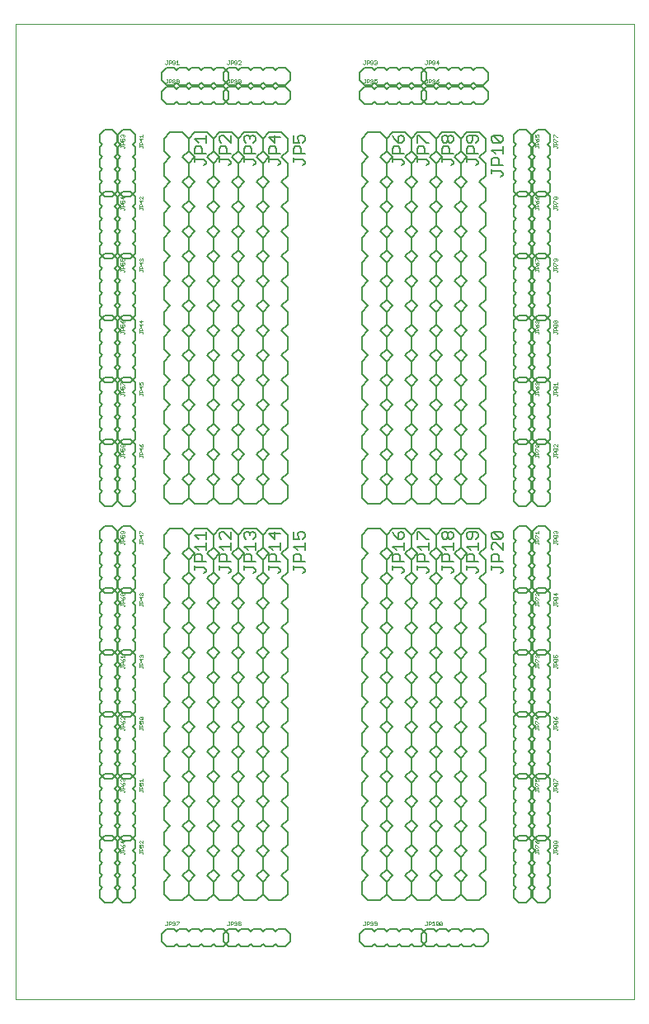
<source format=gto>
G75*
%MOIN*%
%OFA0B0*%
%FSLAX25Y25*%
%IPPOS*%
%LPD*%
%AMOC8*
5,1,8,0,0,1.08239X$1,22.5*
%
%ADD10C,0.00000*%
%ADD11C,0.00800*%
%ADD12C,0.00500*%
%ADD13C,0.00100*%
D10*
X0001000Y0002650D02*
X0001000Y0396351D01*
X0250921Y0396351D01*
X0250921Y0002650D01*
X0001000Y0002650D01*
D11*
X0061000Y0045150D02*
X0061000Y0050150D01*
X0063500Y0052650D01*
X0061000Y0055150D01*
X0061000Y0060150D01*
X0063500Y0062650D01*
X0061000Y0065150D01*
X0061000Y0070150D01*
X0063500Y0072650D01*
X0061000Y0075150D01*
X0061000Y0080150D01*
X0063500Y0082650D01*
X0061000Y0085150D01*
X0061000Y0090150D01*
X0063500Y0092650D01*
X0061000Y0095150D01*
X0061000Y0100150D01*
X0063500Y0102650D01*
X0061000Y0105150D01*
X0061000Y0110150D01*
X0063500Y0112650D01*
X0061000Y0115150D01*
X0061000Y0120150D01*
X0063500Y0122650D01*
X0061000Y0125150D01*
X0061000Y0130150D01*
X0063500Y0132650D01*
X0061000Y0135150D01*
X0061000Y0140150D01*
X0063500Y0142650D01*
X0061000Y0145150D01*
X0061000Y0150150D01*
X0063500Y0152650D01*
X0061000Y0155150D01*
X0061000Y0160150D01*
X0063500Y0162650D01*
X0061000Y0165150D01*
X0061000Y0170150D01*
X0063500Y0172650D01*
X0061000Y0175150D01*
X0061000Y0180150D01*
X0063500Y0182650D01*
X0061000Y0185150D01*
X0061000Y0190150D01*
X0063500Y0192650D01*
X0068500Y0192650D01*
X0071000Y0190150D01*
X0071000Y0185150D01*
X0073500Y0182650D01*
X0071000Y0180150D01*
X0071000Y0175150D01*
X0073500Y0172650D01*
X0071000Y0170150D01*
X0071000Y0165150D01*
X0073500Y0162650D01*
X0071000Y0160150D01*
X0071000Y0155150D01*
X0073500Y0152650D01*
X0071000Y0150150D01*
X0071000Y0145150D01*
X0073500Y0142650D01*
X0071000Y0140150D01*
X0071000Y0135150D01*
X0073500Y0132650D01*
X0071000Y0130150D01*
X0071000Y0125150D01*
X0073500Y0122650D01*
X0071000Y0120150D01*
X0071000Y0115150D01*
X0073500Y0112650D01*
X0071000Y0110150D01*
X0071000Y0105150D01*
X0073500Y0102650D01*
X0071000Y0100150D01*
X0071000Y0095150D01*
X0073500Y0092650D01*
X0071000Y0090150D01*
X0071000Y0085150D01*
X0073500Y0082650D01*
X0071000Y0080150D01*
X0071000Y0075150D01*
X0073500Y0072650D01*
X0071000Y0070150D01*
X0071000Y0065150D01*
X0073500Y0062650D01*
X0071000Y0060150D01*
X0071000Y0055150D01*
X0073500Y0052650D01*
X0071000Y0050150D01*
X0071000Y0045150D01*
X0073500Y0042650D01*
X0078500Y0042650D01*
X0081000Y0045150D01*
X0081000Y0050150D01*
X0083500Y0052650D01*
X0081000Y0055150D01*
X0081000Y0060150D01*
X0083500Y0062650D01*
X0081000Y0065150D01*
X0081000Y0070150D01*
X0083500Y0072650D01*
X0081000Y0075150D01*
X0081000Y0080150D01*
X0083500Y0082650D01*
X0081000Y0085150D01*
X0081000Y0090150D01*
X0083500Y0092650D01*
X0081000Y0095150D01*
X0081000Y0100150D01*
X0083500Y0102650D01*
X0081000Y0105150D01*
X0081000Y0110150D01*
X0083500Y0112650D01*
X0081000Y0115150D01*
X0081000Y0120150D01*
X0083500Y0122650D01*
X0081000Y0125150D01*
X0081000Y0130150D01*
X0083500Y0132650D01*
X0081000Y0135150D01*
X0081000Y0140150D01*
X0083500Y0142650D01*
X0081000Y0145150D01*
X0081000Y0150150D01*
X0083500Y0152650D01*
X0081000Y0155150D01*
X0081000Y0160150D01*
X0083500Y0162650D01*
X0081000Y0165150D01*
X0081000Y0170150D01*
X0083500Y0172650D01*
X0081000Y0175150D01*
X0081000Y0180150D01*
X0083500Y0182650D01*
X0081000Y0185150D01*
X0081000Y0190150D01*
X0083500Y0192650D01*
X0088500Y0192650D01*
X0091000Y0190150D01*
X0091000Y0185150D01*
X0093500Y0182650D01*
X0091000Y0180150D01*
X0091000Y0175150D01*
X0093500Y0172650D01*
X0091000Y0170150D01*
X0091000Y0165150D01*
X0093500Y0162650D01*
X0091000Y0160150D01*
X0091000Y0155150D01*
X0093500Y0152650D01*
X0091000Y0150150D01*
X0091000Y0145150D01*
X0093500Y0142650D01*
X0091000Y0140150D01*
X0091000Y0135150D01*
X0093500Y0132650D01*
X0091000Y0130150D01*
X0091000Y0125150D01*
X0093500Y0122650D01*
X0091000Y0120150D01*
X0091000Y0115150D01*
X0093500Y0112650D01*
X0091000Y0110150D01*
X0091000Y0105150D01*
X0093500Y0102650D01*
X0091000Y0100150D01*
X0091000Y0095150D01*
X0093500Y0092650D01*
X0091000Y0090150D01*
X0091000Y0085150D01*
X0093500Y0082650D01*
X0091000Y0080150D01*
X0091000Y0075150D01*
X0093500Y0072650D01*
X0091000Y0070150D01*
X0091000Y0065150D01*
X0093500Y0062650D01*
X0091000Y0060150D01*
X0091000Y0055150D01*
X0093500Y0052650D01*
X0091000Y0050150D01*
X0091000Y0045150D01*
X0093500Y0042650D01*
X0098500Y0042650D01*
X0101000Y0045150D01*
X0101000Y0050150D01*
X0103500Y0052650D01*
X0101000Y0055150D01*
X0101000Y0060150D01*
X0103500Y0062650D01*
X0101000Y0065150D01*
X0101000Y0070150D01*
X0103500Y0072650D01*
X0101000Y0075150D01*
X0101000Y0080150D01*
X0103500Y0082650D01*
X0101000Y0085150D01*
X0101000Y0090150D01*
X0103500Y0092650D01*
X0101000Y0095150D01*
X0101000Y0100150D01*
X0103500Y0102650D01*
X0101000Y0105150D01*
X0101000Y0110150D01*
X0103500Y0112650D01*
X0101000Y0115150D01*
X0101000Y0120150D01*
X0103500Y0122650D01*
X0101000Y0125150D01*
X0101000Y0130150D01*
X0103500Y0132650D01*
X0101000Y0135150D01*
X0101000Y0140150D01*
X0103500Y0142650D01*
X0101000Y0145150D01*
X0101000Y0150150D01*
X0103500Y0152650D01*
X0101000Y0155150D01*
X0101000Y0160150D01*
X0103500Y0162650D01*
X0101000Y0165150D01*
X0101000Y0170150D01*
X0103500Y0172650D01*
X0101000Y0175150D01*
X0101000Y0180150D01*
X0103500Y0182650D01*
X0101000Y0185150D01*
X0101000Y0190150D01*
X0103500Y0192650D01*
X0108500Y0192650D01*
X0111000Y0190150D01*
X0111000Y0185150D01*
X0108500Y0182650D01*
X0111000Y0180150D01*
X0111000Y0175150D01*
X0108500Y0172650D01*
X0111000Y0170150D01*
X0111000Y0165150D01*
X0108500Y0162650D01*
X0111000Y0160150D01*
X0111000Y0155150D01*
X0108500Y0152650D01*
X0111000Y0150150D01*
X0111000Y0145150D01*
X0108500Y0142650D01*
X0111000Y0140150D01*
X0111000Y0135150D01*
X0108500Y0132650D01*
X0111000Y0130150D01*
X0111000Y0125150D01*
X0108500Y0122650D01*
X0111000Y0120150D01*
X0111000Y0115150D01*
X0108500Y0112650D01*
X0111000Y0110150D01*
X0111000Y0105150D01*
X0108500Y0102650D01*
X0111000Y0100150D01*
X0111000Y0095150D01*
X0108500Y0092650D01*
X0111000Y0090150D01*
X0111000Y0085150D01*
X0108500Y0082650D01*
X0111000Y0080150D01*
X0111000Y0075150D01*
X0108500Y0072650D01*
X0111000Y0070150D01*
X0111000Y0065150D01*
X0108500Y0062650D01*
X0111000Y0060150D01*
X0111000Y0055150D01*
X0108500Y0052650D01*
X0111000Y0050150D01*
X0111000Y0045150D01*
X0108500Y0042650D01*
X0103500Y0042650D01*
X0101000Y0045150D01*
X0101000Y0050150D01*
X0098500Y0052650D01*
X0101000Y0055150D01*
X0101000Y0060150D01*
X0098500Y0062650D01*
X0101000Y0065150D01*
X0101000Y0070150D01*
X0098500Y0072650D01*
X0101000Y0075150D01*
X0101000Y0080150D01*
X0098500Y0082650D01*
X0101000Y0085150D01*
X0101000Y0090150D01*
X0098500Y0092650D01*
X0101000Y0095150D01*
X0101000Y0100150D01*
X0098500Y0102650D01*
X0101000Y0105150D01*
X0101000Y0110150D01*
X0098500Y0112650D01*
X0101000Y0115150D01*
X0101000Y0120150D01*
X0098500Y0122650D01*
X0101000Y0125150D01*
X0101000Y0130150D01*
X0098500Y0132650D01*
X0101000Y0135150D01*
X0101000Y0140150D01*
X0098500Y0142650D01*
X0101000Y0145150D01*
X0101000Y0150150D01*
X0098500Y0152650D01*
X0101000Y0155150D01*
X0101000Y0160150D01*
X0098500Y0162650D01*
X0101000Y0165150D01*
X0101000Y0170150D01*
X0098500Y0172650D01*
X0101000Y0175150D01*
X0101000Y0180150D01*
X0098500Y0182650D01*
X0101000Y0185150D01*
X0101000Y0190150D01*
X0098500Y0192650D01*
X0093500Y0192650D01*
X0091000Y0190150D01*
X0091000Y0185150D01*
X0088500Y0182650D01*
X0091000Y0180150D01*
X0091000Y0175150D01*
X0088500Y0172650D01*
X0091000Y0170150D01*
X0091000Y0165150D01*
X0088500Y0162650D01*
X0091000Y0160150D01*
X0091000Y0155150D01*
X0088500Y0152650D01*
X0091000Y0150150D01*
X0091000Y0145150D01*
X0088500Y0142650D01*
X0091000Y0140150D01*
X0091000Y0135150D01*
X0088500Y0132650D01*
X0091000Y0130150D01*
X0091000Y0125150D01*
X0088500Y0122650D01*
X0091000Y0120150D01*
X0091000Y0115150D01*
X0088500Y0112650D01*
X0091000Y0110150D01*
X0091000Y0105150D01*
X0088500Y0102650D01*
X0091000Y0100150D01*
X0091000Y0095150D01*
X0088500Y0092650D01*
X0091000Y0090150D01*
X0091000Y0085150D01*
X0088500Y0082650D01*
X0091000Y0080150D01*
X0091000Y0075150D01*
X0088500Y0072650D01*
X0091000Y0070150D01*
X0091000Y0065150D01*
X0088500Y0062650D01*
X0091000Y0060150D01*
X0091000Y0055150D01*
X0088500Y0052650D01*
X0091000Y0050150D01*
X0091000Y0045150D01*
X0088500Y0042650D01*
X0083500Y0042650D01*
X0081000Y0045150D01*
X0081000Y0050150D01*
X0078500Y0052650D01*
X0081000Y0055150D01*
X0081000Y0060150D01*
X0078500Y0062650D01*
X0081000Y0065150D01*
X0081000Y0070150D01*
X0078500Y0072650D01*
X0081000Y0075150D01*
X0081000Y0080150D01*
X0078500Y0082650D01*
X0081000Y0085150D01*
X0081000Y0090150D01*
X0078500Y0092650D01*
X0081000Y0095150D01*
X0081000Y0100150D01*
X0078500Y0102650D01*
X0081000Y0105150D01*
X0081000Y0110150D01*
X0078500Y0112650D01*
X0081000Y0115150D01*
X0081000Y0120150D01*
X0078500Y0122650D01*
X0081000Y0125150D01*
X0081000Y0130150D01*
X0078500Y0132650D01*
X0081000Y0135150D01*
X0081000Y0140150D01*
X0078500Y0142650D01*
X0081000Y0145150D01*
X0081000Y0150150D01*
X0078500Y0152650D01*
X0081000Y0155150D01*
X0081000Y0160150D01*
X0078500Y0162650D01*
X0081000Y0165150D01*
X0081000Y0170150D01*
X0078500Y0172650D01*
X0081000Y0175150D01*
X0081000Y0180150D01*
X0078500Y0182650D01*
X0081000Y0185150D01*
X0081000Y0190150D01*
X0078500Y0192650D01*
X0073500Y0192650D01*
X0071000Y0190150D01*
X0071000Y0185150D01*
X0068500Y0182650D01*
X0071000Y0180150D01*
X0071000Y0175150D01*
X0068500Y0172650D01*
X0071000Y0170150D01*
X0071000Y0165150D01*
X0068500Y0162650D01*
X0071000Y0160150D01*
X0071000Y0155150D01*
X0068500Y0152650D01*
X0071000Y0150150D01*
X0071000Y0145150D01*
X0068500Y0142650D01*
X0071000Y0140150D01*
X0071000Y0135150D01*
X0068500Y0132650D01*
X0071000Y0130150D01*
X0071000Y0125150D01*
X0068500Y0122650D01*
X0071000Y0120150D01*
X0071000Y0115150D01*
X0068500Y0112650D01*
X0071000Y0110150D01*
X0071000Y0105150D01*
X0068500Y0102650D01*
X0071000Y0100150D01*
X0071000Y0095150D01*
X0068500Y0092650D01*
X0071000Y0090150D01*
X0071000Y0085150D01*
X0068500Y0082650D01*
X0071000Y0080150D01*
X0071000Y0075150D01*
X0068500Y0072650D01*
X0071000Y0070150D01*
X0071000Y0065150D01*
X0068500Y0062650D01*
X0071000Y0060150D01*
X0071000Y0055150D01*
X0068500Y0052650D01*
X0071000Y0050150D01*
X0071000Y0045150D01*
X0068500Y0042650D01*
X0063500Y0042650D01*
X0061000Y0045150D01*
X0141000Y0045150D02*
X0141000Y0050150D01*
X0143500Y0052650D01*
X0141000Y0055150D01*
X0141000Y0060150D01*
X0143500Y0062650D01*
X0141000Y0065150D01*
X0141000Y0070150D01*
X0143500Y0072650D01*
X0141000Y0075150D01*
X0141000Y0080150D01*
X0143500Y0082650D01*
X0141000Y0085150D01*
X0141000Y0090150D01*
X0143500Y0092650D01*
X0141000Y0095150D01*
X0141000Y0100150D01*
X0143500Y0102650D01*
X0141000Y0105150D01*
X0141000Y0110150D01*
X0143500Y0112650D01*
X0141000Y0115150D01*
X0141000Y0120150D01*
X0143500Y0122650D01*
X0141000Y0125150D01*
X0141000Y0130150D01*
X0143500Y0132650D01*
X0141000Y0135150D01*
X0141000Y0140150D01*
X0143500Y0142650D01*
X0141000Y0145150D01*
X0141000Y0150150D01*
X0143500Y0152650D01*
X0141000Y0155150D01*
X0141000Y0160150D01*
X0143500Y0162650D01*
X0141000Y0165150D01*
X0141000Y0170150D01*
X0143500Y0172650D01*
X0141000Y0175150D01*
X0141000Y0180150D01*
X0143500Y0182650D01*
X0141000Y0185150D01*
X0141000Y0190150D01*
X0143500Y0192650D01*
X0148500Y0192650D01*
X0151000Y0190150D01*
X0151000Y0185150D01*
X0153500Y0182650D01*
X0151000Y0180150D01*
X0151000Y0175150D01*
X0153500Y0172650D01*
X0151000Y0170150D01*
X0151000Y0165150D01*
X0153500Y0162650D01*
X0151000Y0160150D01*
X0151000Y0155150D01*
X0153500Y0152650D01*
X0151000Y0150150D01*
X0151000Y0145150D01*
X0153500Y0142650D01*
X0151000Y0140150D01*
X0151000Y0135150D01*
X0153500Y0132650D01*
X0151000Y0130150D01*
X0151000Y0125150D01*
X0153500Y0122650D01*
X0151000Y0120150D01*
X0151000Y0115150D01*
X0153500Y0112650D01*
X0151000Y0110150D01*
X0151000Y0105150D01*
X0153500Y0102650D01*
X0151000Y0100150D01*
X0151000Y0095150D01*
X0153500Y0092650D01*
X0151000Y0090150D01*
X0151000Y0085150D01*
X0153500Y0082650D01*
X0151000Y0080150D01*
X0151000Y0075150D01*
X0153500Y0072650D01*
X0151000Y0070150D01*
X0151000Y0065150D01*
X0153500Y0062650D01*
X0151000Y0060150D01*
X0151000Y0055150D01*
X0153500Y0052650D01*
X0151000Y0050150D01*
X0151000Y0045150D01*
X0153500Y0042650D01*
X0158500Y0042650D01*
X0161000Y0045150D01*
X0161000Y0050150D01*
X0163500Y0052650D01*
X0161000Y0055150D01*
X0161000Y0060150D01*
X0163500Y0062650D01*
X0161000Y0065150D01*
X0161000Y0070150D01*
X0163500Y0072650D01*
X0161000Y0075150D01*
X0161000Y0080150D01*
X0163500Y0082650D01*
X0161000Y0085150D01*
X0161000Y0090150D01*
X0163500Y0092650D01*
X0161000Y0095150D01*
X0161000Y0100150D01*
X0163500Y0102650D01*
X0161000Y0105150D01*
X0161000Y0110150D01*
X0163500Y0112650D01*
X0161000Y0115150D01*
X0161000Y0120150D01*
X0163500Y0122650D01*
X0161000Y0125150D01*
X0161000Y0130150D01*
X0163500Y0132650D01*
X0161000Y0135150D01*
X0161000Y0140150D01*
X0163500Y0142650D01*
X0161000Y0145150D01*
X0161000Y0150150D01*
X0163500Y0152650D01*
X0161000Y0155150D01*
X0161000Y0160150D01*
X0163500Y0162650D01*
X0161000Y0165150D01*
X0161000Y0170150D01*
X0163500Y0172650D01*
X0161000Y0175150D01*
X0161000Y0180150D01*
X0163500Y0182650D01*
X0161000Y0185150D01*
X0161000Y0190150D01*
X0163500Y0192650D01*
X0168500Y0192650D01*
X0171000Y0190150D01*
X0171000Y0185150D01*
X0173500Y0182650D01*
X0171000Y0180150D01*
X0171000Y0175150D01*
X0173500Y0172650D01*
X0171000Y0170150D01*
X0171000Y0165150D01*
X0173500Y0162650D01*
X0171000Y0160150D01*
X0171000Y0155150D01*
X0173500Y0152650D01*
X0171000Y0150150D01*
X0171000Y0145150D01*
X0173500Y0142650D01*
X0171000Y0140150D01*
X0171000Y0135150D01*
X0173500Y0132650D01*
X0171000Y0130150D01*
X0171000Y0125150D01*
X0173500Y0122650D01*
X0171000Y0120150D01*
X0171000Y0115150D01*
X0173500Y0112650D01*
X0171000Y0110150D01*
X0171000Y0105150D01*
X0173500Y0102650D01*
X0171000Y0100150D01*
X0171000Y0095150D01*
X0173500Y0092650D01*
X0171000Y0090150D01*
X0171000Y0085150D01*
X0173500Y0082650D01*
X0171000Y0080150D01*
X0171000Y0075150D01*
X0173500Y0072650D01*
X0171000Y0070150D01*
X0171000Y0065150D01*
X0173500Y0062650D01*
X0171000Y0060150D01*
X0171000Y0055150D01*
X0173500Y0052650D01*
X0171000Y0050150D01*
X0171000Y0045150D01*
X0173500Y0042650D01*
X0178500Y0042650D01*
X0181000Y0045150D01*
X0181000Y0050150D01*
X0183500Y0052650D01*
X0181000Y0055150D01*
X0181000Y0060150D01*
X0183500Y0062650D01*
X0181000Y0065150D01*
X0181000Y0070150D01*
X0183500Y0072650D01*
X0181000Y0075150D01*
X0181000Y0080150D01*
X0183500Y0082650D01*
X0181000Y0085150D01*
X0181000Y0090150D01*
X0183500Y0092650D01*
X0181000Y0095150D01*
X0181000Y0100150D01*
X0183500Y0102650D01*
X0181000Y0105150D01*
X0181000Y0110150D01*
X0183500Y0112650D01*
X0181000Y0115150D01*
X0181000Y0120150D01*
X0183500Y0122650D01*
X0181000Y0125150D01*
X0181000Y0130150D01*
X0183500Y0132650D01*
X0181000Y0135150D01*
X0181000Y0140150D01*
X0183500Y0142650D01*
X0181000Y0145150D01*
X0181000Y0150150D01*
X0183500Y0152650D01*
X0181000Y0155150D01*
X0181000Y0160150D01*
X0183500Y0162650D01*
X0181000Y0165150D01*
X0181000Y0170150D01*
X0183500Y0172650D01*
X0181000Y0175150D01*
X0181000Y0180150D01*
X0183500Y0182650D01*
X0181000Y0185150D01*
X0181000Y0190150D01*
X0183500Y0192650D01*
X0188500Y0192650D01*
X0191000Y0190150D01*
X0191000Y0185150D01*
X0188500Y0182650D01*
X0191000Y0180150D01*
X0191000Y0175150D01*
X0188500Y0172650D01*
X0191000Y0170150D01*
X0191000Y0165150D01*
X0188500Y0162650D01*
X0191000Y0160150D01*
X0191000Y0155150D01*
X0188500Y0152650D01*
X0191000Y0150150D01*
X0191000Y0145150D01*
X0188500Y0142650D01*
X0191000Y0140150D01*
X0191000Y0135150D01*
X0188500Y0132650D01*
X0191000Y0130150D01*
X0191000Y0125150D01*
X0188500Y0122650D01*
X0191000Y0120150D01*
X0191000Y0115150D01*
X0188500Y0112650D01*
X0191000Y0110150D01*
X0191000Y0105150D01*
X0188500Y0102650D01*
X0191000Y0100150D01*
X0191000Y0095150D01*
X0188500Y0092650D01*
X0191000Y0090150D01*
X0191000Y0085150D01*
X0188500Y0082650D01*
X0191000Y0080150D01*
X0191000Y0075150D01*
X0188500Y0072650D01*
X0191000Y0070150D01*
X0191000Y0065150D01*
X0188500Y0062650D01*
X0191000Y0060150D01*
X0191000Y0055150D01*
X0188500Y0052650D01*
X0191000Y0050150D01*
X0191000Y0045150D01*
X0188500Y0042650D01*
X0183500Y0042650D01*
X0181000Y0045150D01*
X0181000Y0050150D01*
X0178500Y0052650D01*
X0181000Y0055150D01*
X0181000Y0060150D01*
X0178500Y0062650D01*
X0181000Y0065150D01*
X0181000Y0070150D01*
X0178500Y0072650D01*
X0181000Y0075150D01*
X0181000Y0080150D01*
X0178500Y0082650D01*
X0181000Y0085150D01*
X0181000Y0090150D01*
X0178500Y0092650D01*
X0181000Y0095150D01*
X0181000Y0100150D01*
X0178500Y0102650D01*
X0181000Y0105150D01*
X0181000Y0110150D01*
X0178500Y0112650D01*
X0181000Y0115150D01*
X0181000Y0120150D01*
X0178500Y0122650D01*
X0181000Y0125150D01*
X0181000Y0130150D01*
X0178500Y0132650D01*
X0181000Y0135150D01*
X0181000Y0140150D01*
X0178500Y0142650D01*
X0181000Y0145150D01*
X0181000Y0150150D01*
X0178500Y0152650D01*
X0181000Y0155150D01*
X0181000Y0160150D01*
X0178500Y0162650D01*
X0181000Y0165150D01*
X0181000Y0170150D01*
X0178500Y0172650D01*
X0181000Y0175150D01*
X0181000Y0180150D01*
X0178500Y0182650D01*
X0181000Y0185150D01*
X0181000Y0190150D01*
X0178500Y0192650D01*
X0173500Y0192650D01*
X0171000Y0190150D01*
X0171000Y0185150D01*
X0168500Y0182650D01*
X0171000Y0180150D01*
X0171000Y0175150D01*
X0168500Y0172650D01*
X0171000Y0170150D01*
X0171000Y0165150D01*
X0168500Y0162650D01*
X0171000Y0160150D01*
X0171000Y0155150D01*
X0168500Y0152650D01*
X0171000Y0150150D01*
X0171000Y0145150D01*
X0168500Y0142650D01*
X0171000Y0140150D01*
X0171000Y0135150D01*
X0168500Y0132650D01*
X0171000Y0130150D01*
X0171000Y0125150D01*
X0168500Y0122650D01*
X0171000Y0120150D01*
X0171000Y0115150D01*
X0168500Y0112650D01*
X0171000Y0110150D01*
X0171000Y0105150D01*
X0168500Y0102650D01*
X0171000Y0100150D01*
X0171000Y0095150D01*
X0168500Y0092650D01*
X0171000Y0090150D01*
X0171000Y0085150D01*
X0168500Y0082650D01*
X0171000Y0080150D01*
X0171000Y0075150D01*
X0168500Y0072650D01*
X0171000Y0070150D01*
X0171000Y0065150D01*
X0168500Y0062650D01*
X0171000Y0060150D01*
X0171000Y0055150D01*
X0168500Y0052650D01*
X0171000Y0050150D01*
X0171000Y0045150D01*
X0168500Y0042650D01*
X0163500Y0042650D01*
X0161000Y0045150D01*
X0161000Y0050150D01*
X0158500Y0052650D01*
X0161000Y0055150D01*
X0161000Y0060150D01*
X0158500Y0062650D01*
X0161000Y0065150D01*
X0161000Y0070150D01*
X0158500Y0072650D01*
X0161000Y0075150D01*
X0161000Y0080150D01*
X0158500Y0082650D01*
X0161000Y0085150D01*
X0161000Y0090150D01*
X0158500Y0092650D01*
X0161000Y0095150D01*
X0161000Y0100150D01*
X0158500Y0102650D01*
X0161000Y0105150D01*
X0161000Y0110150D01*
X0158500Y0112650D01*
X0161000Y0115150D01*
X0161000Y0120150D01*
X0158500Y0122650D01*
X0161000Y0125150D01*
X0161000Y0130150D01*
X0158500Y0132650D01*
X0161000Y0135150D01*
X0161000Y0140150D01*
X0158500Y0142650D01*
X0161000Y0145150D01*
X0161000Y0150150D01*
X0158500Y0152650D01*
X0161000Y0155150D01*
X0161000Y0160150D01*
X0158500Y0162650D01*
X0161000Y0165150D01*
X0161000Y0170150D01*
X0158500Y0172650D01*
X0161000Y0175150D01*
X0161000Y0180150D01*
X0158500Y0182650D01*
X0161000Y0185150D01*
X0161000Y0190150D01*
X0158500Y0192650D01*
X0153500Y0192650D01*
X0151000Y0190150D01*
X0151000Y0185150D01*
X0148500Y0182650D01*
X0151000Y0180150D01*
X0151000Y0175150D01*
X0148500Y0172650D01*
X0151000Y0170150D01*
X0151000Y0165150D01*
X0148500Y0162650D01*
X0151000Y0160150D01*
X0151000Y0155150D01*
X0148500Y0152650D01*
X0151000Y0150150D01*
X0151000Y0145150D01*
X0148500Y0142650D01*
X0151000Y0140150D01*
X0151000Y0135150D01*
X0148500Y0132650D01*
X0151000Y0130150D01*
X0151000Y0125150D01*
X0148500Y0122650D01*
X0151000Y0120150D01*
X0151000Y0115150D01*
X0148500Y0112650D01*
X0151000Y0110150D01*
X0151000Y0105150D01*
X0148500Y0102650D01*
X0151000Y0100150D01*
X0151000Y0095150D01*
X0148500Y0092650D01*
X0151000Y0090150D01*
X0151000Y0085150D01*
X0148500Y0082650D01*
X0151000Y0080150D01*
X0151000Y0075150D01*
X0148500Y0072650D01*
X0151000Y0070150D01*
X0151000Y0065150D01*
X0148500Y0062650D01*
X0151000Y0060150D01*
X0151000Y0055150D01*
X0148500Y0052650D01*
X0151000Y0050150D01*
X0151000Y0045150D01*
X0148500Y0042650D01*
X0143500Y0042650D01*
X0141000Y0045150D01*
X0143500Y0202650D02*
X0141000Y0205150D01*
X0141000Y0210150D01*
X0143500Y0212650D01*
X0141000Y0215150D01*
X0141000Y0220150D01*
X0143500Y0222650D01*
X0141000Y0225150D01*
X0141000Y0230150D01*
X0143500Y0232650D01*
X0141000Y0235150D01*
X0141000Y0240150D01*
X0143500Y0242650D01*
X0141000Y0245150D01*
X0141000Y0250150D01*
X0143500Y0252650D01*
X0141000Y0255150D01*
X0141000Y0260150D01*
X0143500Y0262650D01*
X0141000Y0265150D01*
X0141000Y0270150D01*
X0143500Y0272650D01*
X0141000Y0275150D01*
X0141000Y0280150D01*
X0143500Y0282650D01*
X0141000Y0285150D01*
X0141000Y0290150D01*
X0143500Y0292650D01*
X0141000Y0295150D01*
X0141000Y0300150D01*
X0143500Y0302650D01*
X0141000Y0305150D01*
X0141000Y0310150D01*
X0143500Y0312650D01*
X0141000Y0315150D01*
X0141000Y0320150D01*
X0143500Y0322650D01*
X0141000Y0325150D01*
X0141000Y0330150D01*
X0143500Y0332650D01*
X0141000Y0335150D01*
X0141000Y0340150D01*
X0143500Y0342650D01*
X0141000Y0345150D01*
X0141000Y0350150D01*
X0143500Y0352650D01*
X0148500Y0352650D01*
X0151000Y0350150D01*
X0151000Y0345150D01*
X0153500Y0342650D01*
X0151000Y0340150D01*
X0151000Y0335150D01*
X0153500Y0332650D01*
X0151000Y0330150D01*
X0151000Y0325150D01*
X0153500Y0322650D01*
X0151000Y0320150D01*
X0151000Y0315150D01*
X0153500Y0312650D01*
X0151000Y0310150D01*
X0151000Y0305150D01*
X0153500Y0302650D01*
X0151000Y0300150D01*
X0151000Y0295150D01*
X0153500Y0292650D01*
X0151000Y0290150D01*
X0151000Y0285150D01*
X0153500Y0282650D01*
X0151000Y0280150D01*
X0151000Y0275150D01*
X0153500Y0272650D01*
X0151000Y0270150D01*
X0151000Y0265150D01*
X0153500Y0262650D01*
X0151000Y0260150D01*
X0151000Y0255150D01*
X0153500Y0252650D01*
X0151000Y0250150D01*
X0151000Y0245150D01*
X0153500Y0242650D01*
X0151000Y0240150D01*
X0151000Y0235150D01*
X0153500Y0232650D01*
X0151000Y0230150D01*
X0151000Y0225150D01*
X0153500Y0222650D01*
X0151000Y0220150D01*
X0151000Y0215150D01*
X0153500Y0212650D01*
X0151000Y0210150D01*
X0151000Y0205150D01*
X0153500Y0202650D01*
X0158500Y0202650D01*
X0161000Y0205150D01*
X0161000Y0210150D01*
X0163500Y0212650D01*
X0161000Y0215150D01*
X0161000Y0220150D01*
X0163500Y0222650D01*
X0161000Y0225150D01*
X0161000Y0230150D01*
X0163500Y0232650D01*
X0161000Y0235150D01*
X0161000Y0240150D01*
X0163500Y0242650D01*
X0161000Y0245150D01*
X0161000Y0250150D01*
X0163500Y0252650D01*
X0161000Y0255150D01*
X0161000Y0260150D01*
X0163500Y0262650D01*
X0161000Y0265150D01*
X0161000Y0270150D01*
X0163500Y0272650D01*
X0161000Y0275150D01*
X0161000Y0280150D01*
X0163500Y0282650D01*
X0161000Y0285150D01*
X0161000Y0290150D01*
X0163500Y0292650D01*
X0161000Y0295150D01*
X0161000Y0300150D01*
X0163500Y0302650D01*
X0161000Y0305150D01*
X0161000Y0310150D01*
X0163500Y0312650D01*
X0161000Y0315150D01*
X0161000Y0320150D01*
X0163500Y0322650D01*
X0161000Y0325150D01*
X0161000Y0330150D01*
X0163500Y0332650D01*
X0161000Y0335150D01*
X0161000Y0340150D01*
X0163500Y0342650D01*
X0161000Y0345150D01*
X0161000Y0350150D01*
X0163500Y0352650D01*
X0168500Y0352650D01*
X0171000Y0350150D01*
X0171000Y0345150D01*
X0173500Y0342650D01*
X0171000Y0340150D01*
X0171000Y0335150D01*
X0173500Y0332650D01*
X0171000Y0330150D01*
X0171000Y0325150D01*
X0173500Y0322650D01*
X0171000Y0320150D01*
X0171000Y0315150D01*
X0173500Y0312650D01*
X0171000Y0310150D01*
X0171000Y0305150D01*
X0173500Y0302650D01*
X0171000Y0300150D01*
X0171000Y0295150D01*
X0173500Y0292650D01*
X0171000Y0290150D01*
X0171000Y0285150D01*
X0173500Y0282650D01*
X0171000Y0280150D01*
X0171000Y0275150D01*
X0173500Y0272650D01*
X0171000Y0270150D01*
X0171000Y0265150D01*
X0173500Y0262650D01*
X0171000Y0260150D01*
X0171000Y0255150D01*
X0173500Y0252650D01*
X0171000Y0250150D01*
X0171000Y0245150D01*
X0173500Y0242650D01*
X0171000Y0240150D01*
X0171000Y0235150D01*
X0173500Y0232650D01*
X0171000Y0230150D01*
X0171000Y0225150D01*
X0173500Y0222650D01*
X0171000Y0220150D01*
X0171000Y0215150D01*
X0173500Y0212650D01*
X0171000Y0210150D01*
X0171000Y0205150D01*
X0173500Y0202650D01*
X0178500Y0202650D01*
X0181000Y0205150D01*
X0181000Y0210150D01*
X0183500Y0212650D01*
X0181000Y0215150D01*
X0181000Y0220150D01*
X0183500Y0222650D01*
X0181000Y0225150D01*
X0181000Y0230150D01*
X0183500Y0232650D01*
X0181000Y0235150D01*
X0181000Y0240150D01*
X0183500Y0242650D01*
X0181000Y0245150D01*
X0181000Y0250150D01*
X0183500Y0252650D01*
X0181000Y0255150D01*
X0181000Y0260150D01*
X0183500Y0262650D01*
X0181000Y0265150D01*
X0181000Y0270150D01*
X0183500Y0272650D01*
X0181000Y0275150D01*
X0181000Y0280150D01*
X0183500Y0282650D01*
X0181000Y0285150D01*
X0181000Y0290150D01*
X0183500Y0292650D01*
X0181000Y0295150D01*
X0181000Y0300150D01*
X0183500Y0302650D01*
X0181000Y0305150D01*
X0181000Y0310150D01*
X0183500Y0312650D01*
X0181000Y0315150D01*
X0181000Y0320150D01*
X0183500Y0322650D01*
X0181000Y0325150D01*
X0181000Y0330150D01*
X0183500Y0332650D01*
X0181000Y0335150D01*
X0181000Y0340150D01*
X0183500Y0342650D01*
X0181000Y0345150D01*
X0181000Y0350150D01*
X0183500Y0352650D01*
X0188500Y0352650D01*
X0191000Y0350150D01*
X0191000Y0345150D01*
X0188500Y0342650D01*
X0191000Y0340150D01*
X0191000Y0335150D01*
X0188500Y0332650D01*
X0191000Y0330150D01*
X0191000Y0325150D01*
X0188500Y0322650D01*
X0191000Y0320150D01*
X0191000Y0315150D01*
X0188500Y0312650D01*
X0191000Y0310150D01*
X0191000Y0305150D01*
X0188500Y0302650D01*
X0191000Y0300150D01*
X0191000Y0295150D01*
X0188500Y0292650D01*
X0191000Y0290150D01*
X0191000Y0285150D01*
X0188500Y0282650D01*
X0191000Y0280150D01*
X0191000Y0275150D01*
X0188500Y0272650D01*
X0191000Y0270150D01*
X0191000Y0265150D01*
X0188500Y0262650D01*
X0191000Y0260150D01*
X0191000Y0255150D01*
X0188500Y0252650D01*
X0191000Y0250150D01*
X0191000Y0245150D01*
X0188500Y0242650D01*
X0191000Y0240150D01*
X0191000Y0235150D01*
X0188500Y0232650D01*
X0191000Y0230150D01*
X0191000Y0225150D01*
X0188500Y0222650D01*
X0191000Y0220150D01*
X0191000Y0215150D01*
X0188500Y0212650D01*
X0191000Y0210150D01*
X0191000Y0205150D01*
X0188500Y0202650D01*
X0183500Y0202650D01*
X0181000Y0205150D01*
X0181000Y0210150D01*
X0178500Y0212650D01*
X0181000Y0215150D01*
X0181000Y0220150D01*
X0178500Y0222650D01*
X0181000Y0225150D01*
X0181000Y0230150D01*
X0178500Y0232650D01*
X0181000Y0235150D01*
X0181000Y0240150D01*
X0178500Y0242650D01*
X0181000Y0245150D01*
X0181000Y0250150D01*
X0178500Y0252650D01*
X0181000Y0255150D01*
X0181000Y0260150D01*
X0178500Y0262650D01*
X0181000Y0265150D01*
X0181000Y0270150D01*
X0178500Y0272650D01*
X0181000Y0275150D01*
X0181000Y0280150D01*
X0178500Y0282650D01*
X0181000Y0285150D01*
X0181000Y0290150D01*
X0178500Y0292650D01*
X0181000Y0295150D01*
X0181000Y0300150D01*
X0178500Y0302650D01*
X0181000Y0305150D01*
X0181000Y0310150D01*
X0178500Y0312650D01*
X0181000Y0315150D01*
X0181000Y0320150D01*
X0178500Y0322650D01*
X0181000Y0325150D01*
X0181000Y0330150D01*
X0178500Y0332650D01*
X0181000Y0335150D01*
X0181000Y0340150D01*
X0178500Y0342650D01*
X0181000Y0345150D01*
X0181000Y0350150D01*
X0178500Y0352650D01*
X0173500Y0352650D01*
X0171000Y0350150D01*
X0171000Y0345150D01*
X0168500Y0342650D01*
X0171000Y0340150D01*
X0171000Y0335150D01*
X0168500Y0332650D01*
X0171000Y0330150D01*
X0171000Y0325150D01*
X0168500Y0322650D01*
X0171000Y0320150D01*
X0171000Y0315150D01*
X0168500Y0312650D01*
X0171000Y0310150D01*
X0171000Y0305150D01*
X0168500Y0302650D01*
X0171000Y0300150D01*
X0171000Y0295150D01*
X0168500Y0292650D01*
X0171000Y0290150D01*
X0171000Y0285150D01*
X0168500Y0282650D01*
X0171000Y0280150D01*
X0171000Y0275150D01*
X0168500Y0272650D01*
X0171000Y0270150D01*
X0171000Y0265150D01*
X0168500Y0262650D01*
X0171000Y0260150D01*
X0171000Y0255150D01*
X0168500Y0252650D01*
X0171000Y0250150D01*
X0171000Y0245150D01*
X0168500Y0242650D01*
X0171000Y0240150D01*
X0171000Y0235150D01*
X0168500Y0232650D01*
X0171000Y0230150D01*
X0171000Y0225150D01*
X0168500Y0222650D01*
X0171000Y0220150D01*
X0171000Y0215150D01*
X0168500Y0212650D01*
X0171000Y0210150D01*
X0171000Y0205150D01*
X0168500Y0202650D01*
X0163500Y0202650D01*
X0161000Y0205150D01*
X0161000Y0210150D01*
X0158500Y0212650D01*
X0161000Y0215150D01*
X0161000Y0220150D01*
X0158500Y0222650D01*
X0161000Y0225150D01*
X0161000Y0230150D01*
X0158500Y0232650D01*
X0161000Y0235150D01*
X0161000Y0240150D01*
X0158500Y0242650D01*
X0161000Y0245150D01*
X0161000Y0250150D01*
X0158500Y0252650D01*
X0161000Y0255150D01*
X0161000Y0260150D01*
X0158500Y0262650D01*
X0161000Y0265150D01*
X0161000Y0270150D01*
X0158500Y0272650D01*
X0161000Y0275150D01*
X0161000Y0280150D01*
X0158500Y0282650D01*
X0161000Y0285150D01*
X0161000Y0290150D01*
X0158500Y0292650D01*
X0161000Y0295150D01*
X0161000Y0300150D01*
X0158500Y0302650D01*
X0161000Y0305150D01*
X0161000Y0310150D01*
X0158500Y0312650D01*
X0161000Y0315150D01*
X0161000Y0320150D01*
X0158500Y0322650D01*
X0161000Y0325150D01*
X0161000Y0330150D01*
X0158500Y0332650D01*
X0161000Y0335150D01*
X0161000Y0340150D01*
X0158500Y0342650D01*
X0161000Y0345150D01*
X0161000Y0350150D01*
X0158500Y0352650D01*
X0153500Y0352650D01*
X0151000Y0350150D01*
X0151000Y0345150D01*
X0148500Y0342650D01*
X0151000Y0340150D01*
X0151000Y0335150D01*
X0148500Y0332650D01*
X0151000Y0330150D01*
X0151000Y0325150D01*
X0148500Y0322650D01*
X0151000Y0320150D01*
X0151000Y0315150D01*
X0148500Y0312650D01*
X0151000Y0310150D01*
X0151000Y0305150D01*
X0148500Y0302650D01*
X0151000Y0300150D01*
X0151000Y0295150D01*
X0148500Y0292650D01*
X0151000Y0290150D01*
X0151000Y0285150D01*
X0148500Y0282650D01*
X0151000Y0280150D01*
X0151000Y0275150D01*
X0148500Y0272650D01*
X0151000Y0270150D01*
X0151000Y0265150D01*
X0148500Y0262650D01*
X0151000Y0260150D01*
X0151000Y0255150D01*
X0148500Y0252650D01*
X0151000Y0250150D01*
X0151000Y0245150D01*
X0148500Y0242650D01*
X0151000Y0240150D01*
X0151000Y0235150D01*
X0148500Y0232650D01*
X0151000Y0230150D01*
X0151000Y0225150D01*
X0148500Y0222650D01*
X0151000Y0220150D01*
X0151000Y0215150D01*
X0148500Y0212650D01*
X0151000Y0210150D01*
X0151000Y0205150D01*
X0148500Y0202650D01*
X0143500Y0202650D01*
X0111000Y0205150D02*
X0108500Y0202650D01*
X0103500Y0202650D01*
X0101000Y0205150D01*
X0101000Y0210150D01*
X0103500Y0212650D01*
X0101000Y0215150D01*
X0101000Y0220150D01*
X0103500Y0222650D01*
X0101000Y0225150D01*
X0101000Y0230150D01*
X0103500Y0232650D01*
X0101000Y0235150D01*
X0101000Y0240150D01*
X0103500Y0242650D01*
X0101000Y0245150D01*
X0101000Y0250150D01*
X0103500Y0252650D01*
X0101000Y0255150D01*
X0101000Y0260150D01*
X0103500Y0262650D01*
X0101000Y0265150D01*
X0101000Y0270150D01*
X0103500Y0272650D01*
X0101000Y0275150D01*
X0101000Y0280150D01*
X0103500Y0282650D01*
X0101000Y0285150D01*
X0101000Y0290150D01*
X0103500Y0292650D01*
X0101000Y0295150D01*
X0101000Y0300150D01*
X0103500Y0302650D01*
X0101000Y0305150D01*
X0101000Y0310150D01*
X0103500Y0312650D01*
X0101000Y0315150D01*
X0101000Y0320150D01*
X0103500Y0322650D01*
X0101000Y0325150D01*
X0101000Y0330150D01*
X0103500Y0332650D01*
X0101000Y0335150D01*
X0101000Y0340150D01*
X0103500Y0342650D01*
X0101000Y0345150D01*
X0101000Y0350150D01*
X0103500Y0352650D01*
X0108500Y0352650D01*
X0111000Y0350150D01*
X0111000Y0345150D01*
X0108500Y0342650D01*
X0111000Y0340150D01*
X0111000Y0335150D01*
X0108500Y0332650D01*
X0111000Y0330150D01*
X0111000Y0325150D01*
X0108500Y0322650D01*
X0111000Y0320150D01*
X0111000Y0315150D01*
X0108500Y0312650D01*
X0111000Y0310150D01*
X0111000Y0305150D01*
X0108500Y0302650D01*
X0111000Y0300150D01*
X0111000Y0295150D01*
X0108500Y0292650D01*
X0111000Y0290150D01*
X0111000Y0285150D01*
X0108500Y0282650D01*
X0111000Y0280150D01*
X0111000Y0275150D01*
X0108500Y0272650D01*
X0111000Y0270150D01*
X0111000Y0265150D01*
X0108500Y0262650D01*
X0111000Y0260150D01*
X0111000Y0255150D01*
X0108500Y0252650D01*
X0111000Y0250150D01*
X0111000Y0245150D01*
X0108500Y0242650D01*
X0111000Y0240150D01*
X0111000Y0235150D01*
X0108500Y0232650D01*
X0111000Y0230150D01*
X0111000Y0225150D01*
X0108500Y0222650D01*
X0111000Y0220150D01*
X0111000Y0215150D01*
X0108500Y0212650D01*
X0111000Y0210150D01*
X0111000Y0205150D01*
X0101000Y0205150D02*
X0098500Y0202650D01*
X0093500Y0202650D01*
X0091000Y0205150D01*
X0091000Y0210150D01*
X0093500Y0212650D01*
X0091000Y0215150D01*
X0091000Y0220150D01*
X0093500Y0222650D01*
X0091000Y0225150D01*
X0091000Y0230150D01*
X0093500Y0232650D01*
X0091000Y0235150D01*
X0091000Y0240150D01*
X0093500Y0242650D01*
X0091000Y0245150D01*
X0091000Y0250150D01*
X0093500Y0252650D01*
X0091000Y0255150D01*
X0091000Y0260150D01*
X0093500Y0262650D01*
X0091000Y0265150D01*
X0091000Y0270150D01*
X0093500Y0272650D01*
X0091000Y0275150D01*
X0091000Y0280150D01*
X0093500Y0282650D01*
X0091000Y0285150D01*
X0091000Y0290150D01*
X0093500Y0292650D01*
X0091000Y0295150D01*
X0091000Y0300150D01*
X0093500Y0302650D01*
X0091000Y0305150D01*
X0091000Y0310150D01*
X0093500Y0312650D01*
X0091000Y0315150D01*
X0091000Y0320150D01*
X0093500Y0322650D01*
X0091000Y0325150D01*
X0091000Y0330150D01*
X0093500Y0332650D01*
X0091000Y0335150D01*
X0091000Y0340150D01*
X0093500Y0342650D01*
X0091000Y0345150D01*
X0091000Y0350150D01*
X0093500Y0352650D01*
X0098500Y0352650D01*
X0101000Y0350150D01*
X0101000Y0345150D01*
X0098500Y0342650D01*
X0101000Y0340150D01*
X0101000Y0335150D01*
X0098500Y0332650D01*
X0101000Y0330150D01*
X0101000Y0325150D01*
X0098500Y0322650D01*
X0101000Y0320150D01*
X0101000Y0315150D01*
X0098500Y0312650D01*
X0101000Y0310150D01*
X0101000Y0305150D01*
X0098500Y0302650D01*
X0101000Y0300150D01*
X0101000Y0295150D01*
X0098500Y0292650D01*
X0101000Y0290150D01*
X0101000Y0285150D01*
X0098500Y0282650D01*
X0101000Y0280150D01*
X0101000Y0275150D01*
X0098500Y0272650D01*
X0101000Y0270150D01*
X0101000Y0265150D01*
X0098500Y0262650D01*
X0101000Y0260150D01*
X0101000Y0255150D01*
X0098500Y0252650D01*
X0101000Y0250150D01*
X0101000Y0245150D01*
X0098500Y0242650D01*
X0101000Y0240150D01*
X0101000Y0235150D01*
X0098500Y0232650D01*
X0101000Y0230150D01*
X0101000Y0225150D01*
X0098500Y0222650D01*
X0101000Y0220150D01*
X0101000Y0215150D01*
X0098500Y0212650D01*
X0101000Y0210150D01*
X0101000Y0205150D01*
X0091000Y0205150D02*
X0088500Y0202650D01*
X0083500Y0202650D01*
X0081000Y0205150D01*
X0081000Y0210150D01*
X0083500Y0212650D01*
X0081000Y0215150D01*
X0081000Y0220150D01*
X0083500Y0222650D01*
X0081000Y0225150D01*
X0081000Y0230150D01*
X0083500Y0232650D01*
X0081000Y0235150D01*
X0081000Y0240150D01*
X0083500Y0242650D01*
X0081000Y0245150D01*
X0081000Y0250150D01*
X0083500Y0252650D01*
X0081000Y0255150D01*
X0081000Y0260150D01*
X0083500Y0262650D01*
X0081000Y0265150D01*
X0081000Y0270150D01*
X0083500Y0272650D01*
X0081000Y0275150D01*
X0081000Y0280150D01*
X0083500Y0282650D01*
X0081000Y0285150D01*
X0081000Y0290150D01*
X0083500Y0292650D01*
X0081000Y0295150D01*
X0081000Y0300150D01*
X0083500Y0302650D01*
X0081000Y0305150D01*
X0081000Y0310150D01*
X0083500Y0312650D01*
X0081000Y0315150D01*
X0081000Y0320150D01*
X0083500Y0322650D01*
X0081000Y0325150D01*
X0081000Y0330150D01*
X0083500Y0332650D01*
X0081000Y0335150D01*
X0081000Y0340150D01*
X0083500Y0342650D01*
X0081000Y0345150D01*
X0081000Y0350150D01*
X0083500Y0352650D01*
X0088500Y0352650D01*
X0091000Y0350150D01*
X0091000Y0345150D01*
X0088500Y0342650D01*
X0091000Y0340150D01*
X0091000Y0335150D01*
X0088500Y0332650D01*
X0091000Y0330150D01*
X0091000Y0325150D01*
X0088500Y0322650D01*
X0091000Y0320150D01*
X0091000Y0315150D01*
X0088500Y0312650D01*
X0091000Y0310150D01*
X0091000Y0305150D01*
X0088500Y0302650D01*
X0091000Y0300150D01*
X0091000Y0295150D01*
X0088500Y0292650D01*
X0091000Y0290150D01*
X0091000Y0285150D01*
X0088500Y0282650D01*
X0091000Y0280150D01*
X0091000Y0275150D01*
X0088500Y0272650D01*
X0091000Y0270150D01*
X0091000Y0265150D01*
X0088500Y0262650D01*
X0091000Y0260150D01*
X0091000Y0255150D01*
X0088500Y0252650D01*
X0091000Y0250150D01*
X0091000Y0245150D01*
X0088500Y0242650D01*
X0091000Y0240150D01*
X0091000Y0235150D01*
X0088500Y0232650D01*
X0091000Y0230150D01*
X0091000Y0225150D01*
X0088500Y0222650D01*
X0091000Y0220150D01*
X0091000Y0215150D01*
X0088500Y0212650D01*
X0091000Y0210150D01*
X0091000Y0205150D01*
X0081000Y0205150D02*
X0078500Y0202650D01*
X0073500Y0202650D01*
X0071000Y0205150D01*
X0071000Y0210150D01*
X0073500Y0212650D01*
X0071000Y0215150D01*
X0071000Y0220150D01*
X0073500Y0222650D01*
X0071000Y0225150D01*
X0071000Y0230150D01*
X0073500Y0232650D01*
X0071000Y0235150D01*
X0071000Y0240150D01*
X0073500Y0242650D01*
X0071000Y0245150D01*
X0071000Y0250150D01*
X0073500Y0252650D01*
X0071000Y0255150D01*
X0071000Y0260150D01*
X0073500Y0262650D01*
X0071000Y0265150D01*
X0071000Y0270150D01*
X0073500Y0272650D01*
X0071000Y0275150D01*
X0071000Y0280150D01*
X0073500Y0282650D01*
X0071000Y0285150D01*
X0071000Y0290150D01*
X0073500Y0292650D01*
X0071000Y0295150D01*
X0071000Y0300150D01*
X0073500Y0302650D01*
X0071000Y0305150D01*
X0071000Y0310150D01*
X0073500Y0312650D01*
X0071000Y0315150D01*
X0071000Y0320150D01*
X0073500Y0322650D01*
X0071000Y0325150D01*
X0071000Y0330150D01*
X0073500Y0332650D01*
X0071000Y0335150D01*
X0071000Y0340150D01*
X0073500Y0342650D01*
X0071000Y0345150D01*
X0071000Y0350150D01*
X0073500Y0352650D01*
X0078500Y0352650D01*
X0081000Y0350150D01*
X0081000Y0345150D01*
X0078500Y0342650D01*
X0081000Y0340150D01*
X0081000Y0335150D01*
X0078500Y0332650D01*
X0081000Y0330150D01*
X0081000Y0325150D01*
X0078500Y0322650D01*
X0081000Y0320150D01*
X0081000Y0315150D01*
X0078500Y0312650D01*
X0081000Y0310150D01*
X0081000Y0305150D01*
X0078500Y0302650D01*
X0081000Y0300150D01*
X0081000Y0295150D01*
X0078500Y0292650D01*
X0081000Y0290150D01*
X0081000Y0285150D01*
X0078500Y0282650D01*
X0081000Y0280150D01*
X0081000Y0275150D01*
X0078500Y0272650D01*
X0081000Y0270150D01*
X0081000Y0265150D01*
X0078500Y0262650D01*
X0081000Y0260150D01*
X0081000Y0255150D01*
X0078500Y0252650D01*
X0081000Y0250150D01*
X0081000Y0245150D01*
X0078500Y0242650D01*
X0081000Y0240150D01*
X0081000Y0235150D01*
X0078500Y0232650D01*
X0081000Y0230150D01*
X0081000Y0225150D01*
X0078500Y0222650D01*
X0081000Y0220150D01*
X0081000Y0215150D01*
X0078500Y0212650D01*
X0081000Y0210150D01*
X0081000Y0205150D01*
X0071000Y0205150D02*
X0068500Y0202650D01*
X0063500Y0202650D01*
X0061000Y0205150D01*
X0061000Y0210150D01*
X0063500Y0212650D01*
X0061000Y0215150D01*
X0061000Y0220150D01*
X0063500Y0222650D01*
X0061000Y0225150D01*
X0061000Y0230150D01*
X0063500Y0232650D01*
X0061000Y0235150D01*
X0061000Y0240150D01*
X0063500Y0242650D01*
X0061000Y0245150D01*
X0061000Y0250150D01*
X0063500Y0252650D01*
X0061000Y0255150D01*
X0061000Y0260150D01*
X0063500Y0262650D01*
X0061000Y0265150D01*
X0061000Y0270150D01*
X0063500Y0272650D01*
X0061000Y0275150D01*
X0061000Y0280150D01*
X0063500Y0282650D01*
X0061000Y0285150D01*
X0061000Y0290150D01*
X0063500Y0292650D01*
X0061000Y0295150D01*
X0061000Y0300150D01*
X0063500Y0302650D01*
X0061000Y0305150D01*
X0061000Y0310150D01*
X0063500Y0312650D01*
X0061000Y0315150D01*
X0061000Y0320150D01*
X0063500Y0322650D01*
X0061000Y0325150D01*
X0061000Y0330150D01*
X0063500Y0332650D01*
X0061000Y0335150D01*
X0061000Y0340150D01*
X0063500Y0342650D01*
X0061000Y0345150D01*
X0061000Y0350150D01*
X0063500Y0352650D01*
X0068500Y0352650D01*
X0071000Y0350150D01*
X0071000Y0345150D01*
X0068500Y0342650D01*
X0071000Y0340150D01*
X0071000Y0335150D01*
X0068500Y0332650D01*
X0071000Y0330150D01*
X0071000Y0325150D01*
X0068500Y0322650D01*
X0071000Y0320150D01*
X0071000Y0315150D01*
X0068500Y0312650D01*
X0071000Y0310150D01*
X0071000Y0305150D01*
X0068500Y0302650D01*
X0071000Y0300150D01*
X0071000Y0295150D01*
X0068500Y0292650D01*
X0071000Y0290150D01*
X0071000Y0285150D01*
X0068500Y0282650D01*
X0071000Y0280150D01*
X0071000Y0275150D01*
X0068500Y0272650D01*
X0071000Y0270150D01*
X0071000Y0265150D01*
X0068500Y0262650D01*
X0071000Y0260150D01*
X0071000Y0255150D01*
X0068500Y0252650D01*
X0071000Y0250150D01*
X0071000Y0245150D01*
X0068500Y0242650D01*
X0071000Y0240150D01*
X0071000Y0235150D01*
X0068500Y0232650D01*
X0071000Y0230150D01*
X0071000Y0225150D01*
X0068500Y0222650D01*
X0071000Y0220150D01*
X0071000Y0215150D01*
X0068500Y0212650D01*
X0071000Y0210150D01*
X0071000Y0205150D01*
D12*
X0077950Y0191599D02*
X0077950Y0188596D01*
X0077950Y0190097D02*
X0073446Y0190097D01*
X0074947Y0188596D01*
X0077950Y0186995D02*
X0077950Y0183992D01*
X0077950Y0185493D02*
X0073446Y0185493D01*
X0074947Y0183992D01*
X0074197Y0182391D02*
X0075698Y0182391D01*
X0076449Y0181640D01*
X0076449Y0179388D01*
X0077950Y0179388D02*
X0073446Y0179388D01*
X0073446Y0181640D01*
X0074197Y0182391D01*
X0073446Y0177787D02*
X0073446Y0176286D01*
X0073446Y0177036D02*
X0077199Y0177036D01*
X0077950Y0176286D01*
X0077950Y0175535D01*
X0077199Y0174784D01*
X0083446Y0176286D02*
X0083446Y0177787D01*
X0083446Y0177036D02*
X0087199Y0177036D01*
X0087950Y0176286D01*
X0087950Y0175535D01*
X0087199Y0174784D01*
X0086449Y0179388D02*
X0086449Y0181640D01*
X0085698Y0182391D01*
X0084197Y0182391D01*
X0083446Y0181640D01*
X0083446Y0179388D01*
X0087950Y0179388D01*
X0087950Y0183992D02*
X0087950Y0186995D01*
X0087950Y0185493D02*
X0083446Y0185493D01*
X0084947Y0183992D01*
X0084197Y0188596D02*
X0083446Y0189347D01*
X0083446Y0190848D01*
X0084197Y0191599D01*
X0084947Y0191599D01*
X0087950Y0188596D01*
X0087950Y0191599D01*
X0093446Y0190848D02*
X0093446Y0189347D01*
X0094197Y0188596D01*
X0095698Y0190097D02*
X0095698Y0190848D01*
X0096449Y0191599D01*
X0097199Y0191599D01*
X0097950Y0190848D01*
X0097950Y0189347D01*
X0097199Y0188596D01*
X0097950Y0186995D02*
X0097950Y0183992D01*
X0097950Y0185493D02*
X0093446Y0185493D01*
X0094947Y0183992D01*
X0094197Y0182391D02*
X0095698Y0182391D01*
X0096449Y0181640D01*
X0096449Y0179388D01*
X0097950Y0179388D02*
X0093446Y0179388D01*
X0093446Y0181640D01*
X0094197Y0182391D01*
X0093446Y0177787D02*
X0093446Y0176286D01*
X0093446Y0177036D02*
X0097199Y0177036D01*
X0097950Y0176286D01*
X0097950Y0175535D01*
X0097199Y0174784D01*
X0103446Y0176286D02*
X0103446Y0177787D01*
X0103446Y0177036D02*
X0107199Y0177036D01*
X0107950Y0176286D01*
X0107950Y0175535D01*
X0107199Y0174784D01*
X0106449Y0179388D02*
X0106449Y0181640D01*
X0105698Y0182391D01*
X0104197Y0182391D01*
X0103446Y0181640D01*
X0103446Y0179388D01*
X0107950Y0179388D01*
X0107950Y0183992D02*
X0107950Y0186995D01*
X0107950Y0185493D02*
X0103446Y0185493D01*
X0104947Y0183992D01*
X0105698Y0188596D02*
X0105698Y0191599D01*
X0103446Y0190848D02*
X0105698Y0188596D01*
X0107950Y0190848D02*
X0103446Y0190848D01*
X0095698Y0190848D02*
X0094947Y0191599D01*
X0094197Y0191599D01*
X0093446Y0190848D01*
X0113446Y0191599D02*
X0113446Y0188596D01*
X0115698Y0188596D01*
X0114947Y0190097D01*
X0114947Y0190848D01*
X0115698Y0191599D01*
X0117199Y0191599D01*
X0117950Y0190848D01*
X0117950Y0189347D01*
X0117199Y0188596D01*
X0117950Y0186995D02*
X0117950Y0183992D01*
X0117950Y0185493D02*
X0113446Y0185493D01*
X0114947Y0183992D01*
X0114197Y0182391D02*
X0115698Y0182391D01*
X0116449Y0181640D01*
X0116449Y0179388D01*
X0117950Y0179388D02*
X0113446Y0179388D01*
X0113446Y0181640D01*
X0114197Y0182391D01*
X0113446Y0177787D02*
X0113446Y0176286D01*
X0113446Y0177036D02*
X0117199Y0177036D01*
X0117950Y0176286D01*
X0117950Y0175535D01*
X0117199Y0174784D01*
X0153446Y0176286D02*
X0153446Y0177787D01*
X0153446Y0177036D02*
X0157199Y0177036D01*
X0157950Y0176286D01*
X0157950Y0175535D01*
X0157199Y0174784D01*
X0156449Y0179388D02*
X0156449Y0181640D01*
X0155698Y0182391D01*
X0154197Y0182391D01*
X0153446Y0181640D01*
X0153446Y0179388D01*
X0157950Y0179388D01*
X0157950Y0183992D02*
X0157950Y0186995D01*
X0157950Y0185493D02*
X0153446Y0185493D01*
X0154947Y0183992D01*
X0155698Y0188596D02*
X0155698Y0190848D01*
X0156449Y0191599D01*
X0157199Y0191599D01*
X0157950Y0190848D01*
X0157950Y0189347D01*
X0157199Y0188596D01*
X0155698Y0188596D01*
X0154197Y0190097D01*
X0153446Y0191599D01*
X0163446Y0191599D02*
X0163446Y0188596D01*
X0163446Y0191599D02*
X0164197Y0191599D01*
X0167199Y0188596D01*
X0167950Y0188596D01*
X0167950Y0186995D02*
X0167950Y0183992D01*
X0167950Y0185493D02*
X0163446Y0185493D01*
X0164947Y0183992D01*
X0164197Y0182391D02*
X0163446Y0181640D01*
X0163446Y0179388D01*
X0167950Y0179388D01*
X0166449Y0179388D02*
X0166449Y0181640D01*
X0165698Y0182391D01*
X0164197Y0182391D01*
X0163446Y0177787D02*
X0163446Y0176286D01*
X0163446Y0177036D02*
X0167199Y0177036D01*
X0167950Y0176286D01*
X0167950Y0175535D01*
X0167199Y0174784D01*
X0173446Y0176286D02*
X0173446Y0177787D01*
X0173446Y0177036D02*
X0177199Y0177036D01*
X0177950Y0176286D01*
X0177950Y0175535D01*
X0177199Y0174784D01*
X0176449Y0179388D02*
X0176449Y0181640D01*
X0175698Y0182391D01*
X0174197Y0182391D01*
X0173446Y0181640D01*
X0173446Y0179388D01*
X0177950Y0179388D01*
X0177950Y0183992D02*
X0177950Y0186995D01*
X0177950Y0185493D02*
X0173446Y0185493D01*
X0174947Y0183992D01*
X0174947Y0188596D02*
X0174197Y0188596D01*
X0173446Y0189347D01*
X0173446Y0190848D01*
X0174197Y0191599D01*
X0174947Y0191599D01*
X0175698Y0190848D01*
X0175698Y0189347D01*
X0174947Y0188596D01*
X0175698Y0189347D02*
X0176449Y0188596D01*
X0177199Y0188596D01*
X0177950Y0189347D01*
X0177950Y0190848D01*
X0177199Y0191599D01*
X0176449Y0191599D01*
X0175698Y0190848D01*
X0183446Y0190848D02*
X0183446Y0189347D01*
X0184197Y0188596D01*
X0184947Y0188596D01*
X0185698Y0189347D01*
X0185698Y0191599D01*
X0184197Y0191599D02*
X0183446Y0190848D01*
X0184197Y0191599D02*
X0187199Y0191599D01*
X0187950Y0190848D01*
X0187950Y0189347D01*
X0187199Y0188596D01*
X0187950Y0186995D02*
X0187950Y0183992D01*
X0187950Y0185493D02*
X0183446Y0185493D01*
X0184947Y0183992D01*
X0184197Y0182391D02*
X0183446Y0181640D01*
X0183446Y0179388D01*
X0187950Y0179388D01*
X0186449Y0179388D02*
X0186449Y0181640D01*
X0185698Y0182391D01*
X0184197Y0182391D01*
X0183446Y0177787D02*
X0183446Y0176286D01*
X0183446Y0177036D02*
X0187199Y0177036D01*
X0187950Y0176286D01*
X0187950Y0175535D01*
X0187199Y0174784D01*
X0193446Y0176286D02*
X0193446Y0177787D01*
X0193446Y0177036D02*
X0197199Y0177036D01*
X0197950Y0176286D01*
X0197950Y0175535D01*
X0197199Y0174784D01*
X0196449Y0179388D02*
X0196449Y0181640D01*
X0195698Y0182391D01*
X0194197Y0182391D01*
X0193446Y0181640D01*
X0193446Y0179388D01*
X0197950Y0179388D01*
X0197950Y0183992D02*
X0194947Y0186995D01*
X0194197Y0186995D01*
X0193446Y0186244D01*
X0193446Y0184743D01*
X0194197Y0183992D01*
X0197950Y0183992D02*
X0197950Y0186995D01*
X0197199Y0188596D02*
X0194197Y0191599D01*
X0197199Y0191599D01*
X0197950Y0190848D01*
X0197950Y0189347D01*
X0197199Y0188596D01*
X0194197Y0188596D01*
X0193446Y0189347D01*
X0193446Y0190848D01*
X0194197Y0191599D01*
X0202500Y0191650D02*
X0202500Y0188650D01*
X0203500Y0187650D01*
X0202500Y0186650D01*
X0202500Y0183650D01*
X0203500Y0182650D01*
X0202500Y0181650D01*
X0202500Y0178650D01*
X0203500Y0177650D01*
X0202500Y0176650D01*
X0202500Y0173650D01*
X0203500Y0172650D01*
X0202500Y0171650D01*
X0202500Y0168650D01*
X0204500Y0166650D01*
X0207500Y0166650D01*
X0209500Y0168650D01*
X0209500Y0171650D01*
X0208500Y0172650D01*
X0209500Y0173650D01*
X0209500Y0176650D01*
X0208500Y0177650D01*
X0209500Y0178650D01*
X0209500Y0181650D01*
X0208500Y0182650D01*
X0209500Y0183650D01*
X0209500Y0186650D01*
X0208500Y0187650D01*
X0209500Y0188650D01*
X0209500Y0191650D01*
X0207500Y0193650D01*
X0204500Y0193650D01*
X0202500Y0191650D01*
X0204500Y0201650D02*
X0202500Y0203650D01*
X0202500Y0206650D01*
X0203500Y0207650D01*
X0202500Y0208650D01*
X0202500Y0211650D01*
X0203500Y0212650D01*
X0202500Y0213650D01*
X0202500Y0216650D01*
X0203500Y0217650D01*
X0202500Y0218650D01*
X0202500Y0221650D01*
X0203500Y0222650D01*
X0202500Y0223650D01*
X0202500Y0226650D01*
X0204500Y0228650D01*
X0207500Y0228650D01*
X0209500Y0226650D01*
X0209500Y0223650D01*
X0208500Y0222650D01*
X0209500Y0221650D01*
X0209500Y0218650D01*
X0208500Y0217650D01*
X0209500Y0216650D01*
X0209500Y0213650D01*
X0208500Y0212650D01*
X0209500Y0211650D01*
X0209500Y0208650D01*
X0208500Y0207650D01*
X0209500Y0206650D01*
X0209500Y0203650D01*
X0207500Y0201650D01*
X0204500Y0201650D01*
X0210000Y0203650D02*
X0210000Y0206650D01*
X0211000Y0207650D01*
X0210000Y0208650D01*
X0210000Y0211650D01*
X0211000Y0212650D01*
X0210000Y0213650D01*
X0210000Y0216650D01*
X0211000Y0217650D01*
X0210000Y0218650D01*
X0210000Y0221650D01*
X0211000Y0222650D01*
X0210000Y0223650D01*
X0210000Y0226650D01*
X0212000Y0228650D01*
X0215000Y0228650D01*
X0217000Y0226650D01*
X0217000Y0223650D01*
X0216000Y0222650D01*
X0217000Y0221650D01*
X0217000Y0218650D01*
X0216000Y0217650D01*
X0217000Y0216650D01*
X0217000Y0213650D01*
X0216000Y0212650D01*
X0217000Y0211650D01*
X0217000Y0208650D01*
X0216000Y0207650D01*
X0217000Y0206650D01*
X0217000Y0203650D01*
X0215000Y0201650D01*
X0212000Y0201650D01*
X0210000Y0203650D01*
X0212000Y0193650D02*
X0210000Y0191650D01*
X0210000Y0188650D01*
X0211000Y0187650D01*
X0210000Y0186650D01*
X0210000Y0183650D01*
X0211000Y0182650D01*
X0210000Y0181650D01*
X0210000Y0178650D01*
X0211000Y0177650D01*
X0210000Y0176650D01*
X0210000Y0173650D01*
X0211000Y0172650D01*
X0210000Y0171650D01*
X0210000Y0168650D01*
X0212000Y0166650D01*
X0215000Y0166650D01*
X0217000Y0168650D01*
X0217000Y0171650D01*
X0216000Y0172650D01*
X0217000Y0173650D01*
X0217000Y0176650D01*
X0216000Y0177650D01*
X0217000Y0178650D01*
X0217000Y0181650D01*
X0216000Y0182650D01*
X0217000Y0183650D01*
X0217000Y0186650D01*
X0216000Y0187650D01*
X0217000Y0188650D01*
X0217000Y0191650D01*
X0215000Y0193650D01*
X0212000Y0193650D01*
X0212000Y0168650D02*
X0215000Y0168650D01*
X0217000Y0166650D01*
X0217000Y0163650D01*
X0216000Y0162650D01*
X0217000Y0161650D01*
X0217000Y0158650D01*
X0216000Y0157650D01*
X0217000Y0156650D01*
X0217000Y0153650D01*
X0216000Y0152650D01*
X0217000Y0151650D01*
X0217000Y0148650D01*
X0216000Y0147650D01*
X0217000Y0146650D01*
X0217000Y0143650D01*
X0215000Y0141650D01*
X0212000Y0141650D01*
X0210000Y0143650D01*
X0210000Y0146650D01*
X0211000Y0147650D01*
X0210000Y0148650D01*
X0210000Y0151650D01*
X0211000Y0152650D01*
X0210000Y0153650D01*
X0210000Y0156650D01*
X0211000Y0157650D01*
X0210000Y0158650D01*
X0210000Y0161650D01*
X0211000Y0162650D01*
X0210000Y0163650D01*
X0210000Y0166650D01*
X0212000Y0168650D01*
X0209500Y0166650D02*
X0207500Y0168650D01*
X0204500Y0168650D01*
X0202500Y0166650D01*
X0202500Y0163650D01*
X0203500Y0162650D01*
X0202500Y0161650D01*
X0202500Y0158650D01*
X0203500Y0157650D01*
X0202500Y0156650D01*
X0202500Y0153650D01*
X0203500Y0152650D01*
X0202500Y0151650D01*
X0202500Y0148650D01*
X0203500Y0147650D01*
X0202500Y0146650D01*
X0202500Y0143650D01*
X0204500Y0141650D01*
X0207500Y0141650D01*
X0209500Y0143650D01*
X0209500Y0146650D01*
X0208500Y0147650D01*
X0209500Y0148650D01*
X0209500Y0151650D01*
X0208500Y0152650D01*
X0209500Y0153650D01*
X0209500Y0156650D01*
X0208500Y0157650D01*
X0209500Y0158650D01*
X0209500Y0161650D01*
X0208500Y0162650D01*
X0209500Y0163650D01*
X0209500Y0166650D01*
X0207500Y0143650D02*
X0204500Y0143650D01*
X0202500Y0141650D01*
X0202500Y0138650D01*
X0203500Y0137650D01*
X0202500Y0136650D01*
X0202500Y0133650D01*
X0203500Y0132650D01*
X0202500Y0131650D01*
X0202500Y0128650D01*
X0203500Y0127650D01*
X0202500Y0126650D01*
X0202500Y0123650D01*
X0203500Y0122650D01*
X0202500Y0121650D01*
X0202500Y0118650D01*
X0204500Y0116650D01*
X0207500Y0116650D01*
X0209500Y0118650D01*
X0209500Y0121650D01*
X0208500Y0122650D01*
X0209500Y0123650D01*
X0209500Y0126650D01*
X0208500Y0127650D01*
X0209500Y0128650D01*
X0209500Y0131650D01*
X0208500Y0132650D01*
X0209500Y0133650D01*
X0209500Y0136650D01*
X0208500Y0137650D01*
X0209500Y0138650D01*
X0209500Y0141650D01*
X0207500Y0143650D01*
X0210000Y0141650D02*
X0212000Y0143650D01*
X0215000Y0143650D01*
X0217000Y0141650D01*
X0217000Y0138650D01*
X0216000Y0137650D01*
X0217000Y0136650D01*
X0217000Y0133650D01*
X0216000Y0132650D01*
X0217000Y0131650D01*
X0217000Y0128650D01*
X0216000Y0127650D01*
X0217000Y0126650D01*
X0217000Y0123650D01*
X0216000Y0122650D01*
X0217000Y0121650D01*
X0217000Y0118650D01*
X0215000Y0116650D01*
X0212000Y0116650D01*
X0210000Y0118650D01*
X0210000Y0121650D01*
X0211000Y0122650D01*
X0210000Y0123650D01*
X0210000Y0126650D01*
X0211000Y0127650D01*
X0210000Y0128650D01*
X0210000Y0131650D01*
X0211000Y0132650D01*
X0210000Y0133650D01*
X0210000Y0136650D01*
X0211000Y0137650D01*
X0210000Y0138650D01*
X0210000Y0141650D01*
X0212000Y0118650D02*
X0210000Y0116650D01*
X0210000Y0113650D01*
X0211000Y0112650D01*
X0210000Y0111650D01*
X0210000Y0108650D01*
X0211000Y0107650D01*
X0210000Y0106650D01*
X0210000Y0103650D01*
X0211000Y0102650D01*
X0210000Y0101650D01*
X0210000Y0098650D01*
X0211000Y0097650D01*
X0210000Y0096650D01*
X0210000Y0093650D01*
X0212000Y0091650D01*
X0215000Y0091650D01*
X0217000Y0093650D01*
X0217000Y0096650D01*
X0216000Y0097650D01*
X0217000Y0098650D01*
X0217000Y0101650D01*
X0216000Y0102650D01*
X0217000Y0103650D01*
X0217000Y0106650D01*
X0216000Y0107650D01*
X0217000Y0108650D01*
X0217000Y0111650D01*
X0216000Y0112650D01*
X0217000Y0113650D01*
X0217000Y0116650D01*
X0215000Y0118650D01*
X0212000Y0118650D01*
X0209500Y0116650D02*
X0209500Y0113650D01*
X0208500Y0112650D01*
X0209500Y0111650D01*
X0209500Y0108650D01*
X0208500Y0107650D01*
X0209500Y0106650D01*
X0209500Y0103650D01*
X0208500Y0102650D01*
X0209500Y0101650D01*
X0209500Y0098650D01*
X0208500Y0097650D01*
X0209500Y0096650D01*
X0209500Y0093650D01*
X0207500Y0091650D01*
X0204500Y0091650D01*
X0202500Y0093650D01*
X0202500Y0096650D01*
X0203500Y0097650D01*
X0202500Y0098650D01*
X0202500Y0101650D01*
X0203500Y0102650D01*
X0202500Y0103650D01*
X0202500Y0106650D01*
X0203500Y0107650D01*
X0202500Y0108650D01*
X0202500Y0111650D01*
X0203500Y0112650D01*
X0202500Y0113650D01*
X0202500Y0116650D01*
X0204500Y0118650D01*
X0207500Y0118650D01*
X0209500Y0116650D01*
X0207500Y0093650D02*
X0204500Y0093650D01*
X0202500Y0091650D01*
X0202500Y0088650D01*
X0203500Y0087650D01*
X0202500Y0086650D01*
X0202500Y0083650D01*
X0203500Y0082650D01*
X0202500Y0081650D01*
X0202500Y0078650D01*
X0203500Y0077650D01*
X0202500Y0076650D01*
X0202500Y0073650D01*
X0203500Y0072650D01*
X0202500Y0071650D01*
X0202500Y0068650D01*
X0204500Y0066650D01*
X0207500Y0066650D01*
X0209500Y0068650D01*
X0209500Y0071650D01*
X0208500Y0072650D01*
X0209500Y0073650D01*
X0209500Y0076650D01*
X0208500Y0077650D01*
X0209500Y0078650D01*
X0209500Y0081650D01*
X0208500Y0082650D01*
X0209500Y0083650D01*
X0209500Y0086650D01*
X0208500Y0087650D01*
X0209500Y0088650D01*
X0209500Y0091650D01*
X0207500Y0093650D01*
X0210000Y0091650D02*
X0210000Y0088650D01*
X0211000Y0087650D01*
X0210000Y0086650D01*
X0210000Y0083650D01*
X0211000Y0082650D01*
X0210000Y0081650D01*
X0210000Y0078650D01*
X0211000Y0077650D01*
X0210000Y0076650D01*
X0210000Y0073650D01*
X0211000Y0072650D01*
X0210000Y0071650D01*
X0210000Y0068650D01*
X0212000Y0066650D01*
X0215000Y0066650D01*
X0217000Y0068650D01*
X0217000Y0071650D01*
X0216000Y0072650D01*
X0217000Y0073650D01*
X0217000Y0076650D01*
X0216000Y0077650D01*
X0217000Y0078650D01*
X0217000Y0081650D01*
X0216000Y0082650D01*
X0217000Y0083650D01*
X0217000Y0086650D01*
X0216000Y0087650D01*
X0217000Y0088650D01*
X0217000Y0091650D01*
X0215000Y0093650D01*
X0212000Y0093650D01*
X0210000Y0091650D01*
X0212000Y0068650D02*
X0215000Y0068650D01*
X0217000Y0066650D01*
X0217000Y0063650D01*
X0216000Y0062650D01*
X0217000Y0061650D01*
X0217000Y0058650D01*
X0216000Y0057650D01*
X0217000Y0056650D01*
X0217000Y0053650D01*
X0216000Y0052650D01*
X0217000Y0051650D01*
X0217000Y0048650D01*
X0216000Y0047650D01*
X0217000Y0046650D01*
X0217000Y0043650D01*
X0215000Y0041650D01*
X0212000Y0041650D01*
X0210000Y0043650D01*
X0210000Y0046650D01*
X0211000Y0047650D01*
X0210000Y0048650D01*
X0210000Y0051650D01*
X0211000Y0052650D01*
X0210000Y0053650D01*
X0210000Y0056650D01*
X0211000Y0057650D01*
X0210000Y0058650D01*
X0210000Y0061650D01*
X0211000Y0062650D01*
X0210000Y0063650D01*
X0210000Y0066650D01*
X0212000Y0068650D01*
X0209500Y0066650D02*
X0207500Y0068650D01*
X0204500Y0068650D01*
X0202500Y0066650D01*
X0202500Y0063650D01*
X0203500Y0062650D01*
X0202500Y0061650D01*
X0202500Y0058650D01*
X0203500Y0057650D01*
X0202500Y0056650D01*
X0202500Y0053650D01*
X0203500Y0052650D01*
X0202500Y0051650D01*
X0202500Y0048650D01*
X0203500Y0047650D01*
X0202500Y0046650D01*
X0202500Y0043650D01*
X0204500Y0041650D01*
X0207500Y0041650D01*
X0209500Y0043650D01*
X0209500Y0046650D01*
X0208500Y0047650D01*
X0209500Y0048650D01*
X0209500Y0051650D01*
X0208500Y0052650D01*
X0209500Y0053650D01*
X0209500Y0056650D01*
X0208500Y0057650D01*
X0209500Y0058650D01*
X0209500Y0061650D01*
X0208500Y0062650D01*
X0209500Y0063650D01*
X0209500Y0066650D01*
X0190000Y0031150D02*
X0187000Y0031150D01*
X0186000Y0030150D01*
X0185000Y0031150D01*
X0182000Y0031150D01*
X0181000Y0030150D01*
X0180000Y0031150D01*
X0177000Y0031150D01*
X0176000Y0030150D01*
X0175000Y0031150D01*
X0172000Y0031150D01*
X0171000Y0030150D01*
X0170000Y0031150D01*
X0167000Y0031150D01*
X0165000Y0029150D01*
X0165000Y0026150D01*
X0167000Y0024150D01*
X0170000Y0024150D01*
X0171000Y0025150D01*
X0172000Y0024150D01*
X0175000Y0024150D01*
X0176000Y0025150D01*
X0177000Y0024150D01*
X0180000Y0024150D01*
X0181000Y0025150D01*
X0182000Y0024150D01*
X0185000Y0024150D01*
X0186000Y0025150D01*
X0187000Y0024150D01*
X0190000Y0024150D01*
X0192000Y0026150D01*
X0192000Y0029150D01*
X0190000Y0031150D01*
X0167000Y0029150D02*
X0167000Y0026150D01*
X0165000Y0024150D01*
X0162000Y0024150D01*
X0161000Y0025150D01*
X0160000Y0024150D01*
X0157000Y0024150D01*
X0156000Y0025150D01*
X0155000Y0024150D01*
X0152000Y0024150D01*
X0151000Y0025150D01*
X0150000Y0024150D01*
X0147000Y0024150D01*
X0146000Y0025150D01*
X0145000Y0024150D01*
X0142000Y0024150D01*
X0140000Y0026150D01*
X0140000Y0029150D01*
X0142000Y0031150D01*
X0145000Y0031150D01*
X0146000Y0030150D01*
X0147000Y0031150D01*
X0150000Y0031150D01*
X0151000Y0030150D01*
X0152000Y0031150D01*
X0155000Y0031150D01*
X0156000Y0030150D01*
X0157000Y0031150D01*
X0160000Y0031150D01*
X0161000Y0030150D01*
X0162000Y0031150D01*
X0165000Y0031150D01*
X0167000Y0029150D01*
X0112000Y0029150D02*
X0112000Y0026150D01*
X0110000Y0024150D01*
X0107000Y0024150D01*
X0106000Y0025150D01*
X0105000Y0024150D01*
X0102000Y0024150D01*
X0101000Y0025150D01*
X0100000Y0024150D01*
X0097000Y0024150D01*
X0096000Y0025150D01*
X0095000Y0024150D01*
X0092000Y0024150D01*
X0091000Y0025150D01*
X0090000Y0024150D01*
X0087000Y0024150D01*
X0085000Y0026150D01*
X0085000Y0029150D01*
X0087000Y0031150D01*
X0090000Y0031150D01*
X0091000Y0030150D01*
X0092000Y0031150D01*
X0095000Y0031150D01*
X0096000Y0030150D01*
X0097000Y0031150D01*
X0100000Y0031150D01*
X0101000Y0030150D01*
X0102000Y0031150D01*
X0105000Y0031150D01*
X0106000Y0030150D01*
X0107000Y0031150D01*
X0110000Y0031150D01*
X0112000Y0029150D01*
X0087000Y0029150D02*
X0087000Y0026150D01*
X0085000Y0024150D01*
X0082000Y0024150D01*
X0081000Y0025150D01*
X0080000Y0024150D01*
X0077000Y0024150D01*
X0076000Y0025150D01*
X0075000Y0024150D01*
X0072000Y0024150D01*
X0071000Y0025150D01*
X0070000Y0024150D01*
X0067000Y0024150D01*
X0066000Y0025150D01*
X0065000Y0024150D01*
X0062000Y0024150D01*
X0060000Y0026150D01*
X0060000Y0029150D01*
X0062000Y0031150D01*
X0065000Y0031150D01*
X0066000Y0030150D01*
X0067000Y0031150D01*
X0070000Y0031150D01*
X0071000Y0030150D01*
X0072000Y0031150D01*
X0075000Y0031150D01*
X0076000Y0030150D01*
X0077000Y0031150D01*
X0080000Y0031150D01*
X0081000Y0030150D01*
X0082000Y0031150D01*
X0085000Y0031150D01*
X0087000Y0029150D01*
X0049500Y0043650D02*
X0047500Y0041650D01*
X0044500Y0041650D01*
X0042500Y0043650D01*
X0042500Y0046650D01*
X0043500Y0047650D01*
X0042500Y0048650D01*
X0042500Y0051650D01*
X0043500Y0052650D01*
X0042500Y0053650D01*
X0042500Y0056650D01*
X0043500Y0057650D01*
X0042500Y0058650D01*
X0042500Y0061650D01*
X0043500Y0062650D01*
X0042500Y0063650D01*
X0042500Y0066650D01*
X0044500Y0068650D01*
X0047500Y0068650D01*
X0049500Y0066650D01*
X0049500Y0063650D01*
X0048500Y0062650D01*
X0049500Y0061650D01*
X0049500Y0058650D01*
X0048500Y0057650D01*
X0049500Y0056650D01*
X0049500Y0053650D01*
X0048500Y0052650D01*
X0049500Y0051650D01*
X0049500Y0048650D01*
X0048500Y0047650D01*
X0049500Y0046650D01*
X0049500Y0043650D01*
X0042000Y0043650D02*
X0040000Y0041650D01*
X0037000Y0041650D01*
X0035000Y0043650D01*
X0035000Y0046650D01*
X0036000Y0047650D01*
X0035000Y0048650D01*
X0035000Y0051650D01*
X0036000Y0052650D01*
X0035000Y0053650D01*
X0035000Y0056650D01*
X0036000Y0057650D01*
X0035000Y0058650D01*
X0035000Y0061650D01*
X0036000Y0062650D01*
X0035000Y0063650D01*
X0035000Y0066650D01*
X0037000Y0068650D01*
X0040000Y0068650D01*
X0042000Y0066650D01*
X0042000Y0063650D01*
X0041000Y0062650D01*
X0042000Y0061650D01*
X0042000Y0058650D01*
X0041000Y0057650D01*
X0042000Y0056650D01*
X0042000Y0053650D01*
X0041000Y0052650D01*
X0042000Y0051650D01*
X0042000Y0048650D01*
X0041000Y0047650D01*
X0042000Y0046650D01*
X0042000Y0043650D01*
X0040000Y0066650D02*
X0037000Y0066650D01*
X0035000Y0068650D01*
X0035000Y0071650D01*
X0036000Y0072650D01*
X0035000Y0073650D01*
X0035000Y0076650D01*
X0036000Y0077650D01*
X0035000Y0078650D01*
X0035000Y0081650D01*
X0036000Y0082650D01*
X0035000Y0083650D01*
X0035000Y0086650D01*
X0036000Y0087650D01*
X0035000Y0088650D01*
X0035000Y0091650D01*
X0037000Y0093650D01*
X0040000Y0093650D01*
X0042000Y0091650D01*
X0042000Y0088650D01*
X0041000Y0087650D01*
X0042000Y0086650D01*
X0042000Y0083650D01*
X0041000Y0082650D01*
X0042000Y0081650D01*
X0042000Y0078650D01*
X0041000Y0077650D01*
X0042000Y0076650D01*
X0042000Y0073650D01*
X0041000Y0072650D01*
X0042000Y0071650D01*
X0042000Y0068650D01*
X0040000Y0066650D01*
X0042500Y0068650D02*
X0044500Y0066650D01*
X0047500Y0066650D01*
X0049500Y0068650D01*
X0049500Y0071650D01*
X0048500Y0072650D01*
X0049500Y0073650D01*
X0049500Y0076650D01*
X0048500Y0077650D01*
X0049500Y0078650D01*
X0049500Y0081650D01*
X0048500Y0082650D01*
X0049500Y0083650D01*
X0049500Y0086650D01*
X0048500Y0087650D01*
X0049500Y0088650D01*
X0049500Y0091650D01*
X0047500Y0093650D01*
X0044500Y0093650D01*
X0042500Y0091650D01*
X0042500Y0088650D01*
X0043500Y0087650D01*
X0042500Y0086650D01*
X0042500Y0083650D01*
X0043500Y0082650D01*
X0042500Y0081650D01*
X0042500Y0078650D01*
X0043500Y0077650D01*
X0042500Y0076650D01*
X0042500Y0073650D01*
X0043500Y0072650D01*
X0042500Y0071650D01*
X0042500Y0068650D01*
X0044500Y0091650D02*
X0042500Y0093650D01*
X0042500Y0096650D01*
X0043500Y0097650D01*
X0042500Y0098650D01*
X0042500Y0101650D01*
X0043500Y0102650D01*
X0042500Y0103650D01*
X0042500Y0106650D01*
X0043500Y0107650D01*
X0042500Y0108650D01*
X0042500Y0111650D01*
X0043500Y0112650D01*
X0042500Y0113650D01*
X0042500Y0116650D01*
X0044500Y0118650D01*
X0047500Y0118650D01*
X0049500Y0116650D01*
X0049500Y0113650D01*
X0048500Y0112650D01*
X0049500Y0111650D01*
X0049500Y0108650D01*
X0048500Y0107650D01*
X0049500Y0106650D01*
X0049500Y0103650D01*
X0048500Y0102650D01*
X0049500Y0101650D01*
X0049500Y0098650D01*
X0048500Y0097650D01*
X0049500Y0096650D01*
X0049500Y0093650D01*
X0047500Y0091650D01*
X0044500Y0091650D01*
X0042000Y0093650D02*
X0042000Y0096650D01*
X0041000Y0097650D01*
X0042000Y0098650D01*
X0042000Y0101650D01*
X0041000Y0102650D01*
X0042000Y0103650D01*
X0042000Y0106650D01*
X0041000Y0107650D01*
X0042000Y0108650D01*
X0042000Y0111650D01*
X0041000Y0112650D01*
X0042000Y0113650D01*
X0042000Y0116650D01*
X0040000Y0118650D01*
X0037000Y0118650D01*
X0035000Y0116650D01*
X0035000Y0113650D01*
X0036000Y0112650D01*
X0035000Y0111650D01*
X0035000Y0108650D01*
X0036000Y0107650D01*
X0035000Y0106650D01*
X0035000Y0103650D01*
X0036000Y0102650D01*
X0035000Y0101650D01*
X0035000Y0098650D01*
X0036000Y0097650D01*
X0035000Y0096650D01*
X0035000Y0093650D01*
X0037000Y0091650D01*
X0040000Y0091650D01*
X0042000Y0093650D01*
X0040000Y0116650D02*
X0037000Y0116650D01*
X0035000Y0118650D01*
X0035000Y0121650D01*
X0036000Y0122650D01*
X0035000Y0123650D01*
X0035000Y0126650D01*
X0036000Y0127650D01*
X0035000Y0128650D01*
X0035000Y0131650D01*
X0036000Y0132650D01*
X0035000Y0133650D01*
X0035000Y0136650D01*
X0036000Y0137650D01*
X0035000Y0138650D01*
X0035000Y0141650D01*
X0037000Y0143650D01*
X0040000Y0143650D01*
X0042000Y0141650D01*
X0042000Y0138650D01*
X0041000Y0137650D01*
X0042000Y0136650D01*
X0042000Y0133650D01*
X0041000Y0132650D01*
X0042000Y0131650D01*
X0042000Y0128650D01*
X0041000Y0127650D01*
X0042000Y0126650D01*
X0042000Y0123650D01*
X0041000Y0122650D01*
X0042000Y0121650D01*
X0042000Y0118650D01*
X0040000Y0116650D01*
X0042500Y0118650D02*
X0042500Y0121650D01*
X0043500Y0122650D01*
X0042500Y0123650D01*
X0042500Y0126650D01*
X0043500Y0127650D01*
X0042500Y0128650D01*
X0042500Y0131650D01*
X0043500Y0132650D01*
X0042500Y0133650D01*
X0042500Y0136650D01*
X0043500Y0137650D01*
X0042500Y0138650D01*
X0042500Y0141650D01*
X0044500Y0143650D01*
X0047500Y0143650D01*
X0049500Y0141650D01*
X0049500Y0138650D01*
X0048500Y0137650D01*
X0049500Y0136650D01*
X0049500Y0133650D01*
X0048500Y0132650D01*
X0049500Y0131650D01*
X0049500Y0128650D01*
X0048500Y0127650D01*
X0049500Y0126650D01*
X0049500Y0123650D01*
X0048500Y0122650D01*
X0049500Y0121650D01*
X0049500Y0118650D01*
X0047500Y0116650D01*
X0044500Y0116650D01*
X0042500Y0118650D01*
X0044500Y0141650D02*
X0042500Y0143650D01*
X0042500Y0146650D01*
X0043500Y0147650D01*
X0042500Y0148650D01*
X0042500Y0151650D01*
X0043500Y0152650D01*
X0042500Y0153650D01*
X0042500Y0156650D01*
X0043500Y0157650D01*
X0042500Y0158650D01*
X0042500Y0161650D01*
X0043500Y0162650D01*
X0042500Y0163650D01*
X0042500Y0166650D01*
X0044500Y0168650D01*
X0047500Y0168650D01*
X0049500Y0166650D01*
X0049500Y0163650D01*
X0048500Y0162650D01*
X0049500Y0161650D01*
X0049500Y0158650D01*
X0048500Y0157650D01*
X0049500Y0156650D01*
X0049500Y0153650D01*
X0048500Y0152650D01*
X0049500Y0151650D01*
X0049500Y0148650D01*
X0048500Y0147650D01*
X0049500Y0146650D01*
X0049500Y0143650D01*
X0047500Y0141650D01*
X0044500Y0141650D01*
X0042000Y0143650D02*
X0040000Y0141650D01*
X0037000Y0141650D01*
X0035000Y0143650D01*
X0035000Y0146650D01*
X0036000Y0147650D01*
X0035000Y0148650D01*
X0035000Y0151650D01*
X0036000Y0152650D01*
X0035000Y0153650D01*
X0035000Y0156650D01*
X0036000Y0157650D01*
X0035000Y0158650D01*
X0035000Y0161650D01*
X0036000Y0162650D01*
X0035000Y0163650D01*
X0035000Y0166650D01*
X0037000Y0168650D01*
X0040000Y0168650D01*
X0042000Y0166650D01*
X0042000Y0163650D01*
X0041000Y0162650D01*
X0042000Y0161650D01*
X0042000Y0158650D01*
X0041000Y0157650D01*
X0042000Y0156650D01*
X0042000Y0153650D01*
X0041000Y0152650D01*
X0042000Y0151650D01*
X0042000Y0148650D01*
X0041000Y0147650D01*
X0042000Y0146650D01*
X0042000Y0143650D01*
X0040000Y0166650D02*
X0037000Y0166650D01*
X0035000Y0168650D01*
X0035000Y0171650D01*
X0036000Y0172650D01*
X0035000Y0173650D01*
X0035000Y0176650D01*
X0036000Y0177650D01*
X0035000Y0178650D01*
X0035000Y0181650D01*
X0036000Y0182650D01*
X0035000Y0183650D01*
X0035000Y0186650D01*
X0036000Y0187650D01*
X0035000Y0188650D01*
X0035000Y0191650D01*
X0037000Y0193650D01*
X0040000Y0193650D01*
X0042000Y0191650D01*
X0042000Y0188650D01*
X0041000Y0187650D01*
X0042000Y0186650D01*
X0042000Y0183650D01*
X0041000Y0182650D01*
X0042000Y0181650D01*
X0042000Y0178650D01*
X0041000Y0177650D01*
X0042000Y0176650D01*
X0042000Y0173650D01*
X0041000Y0172650D01*
X0042000Y0171650D01*
X0042000Y0168650D01*
X0040000Y0166650D01*
X0042500Y0168650D02*
X0044500Y0166650D01*
X0047500Y0166650D01*
X0049500Y0168650D01*
X0049500Y0171650D01*
X0048500Y0172650D01*
X0049500Y0173650D01*
X0049500Y0176650D01*
X0048500Y0177650D01*
X0049500Y0178650D01*
X0049500Y0181650D01*
X0048500Y0182650D01*
X0049500Y0183650D01*
X0049500Y0186650D01*
X0048500Y0187650D01*
X0049500Y0188650D01*
X0049500Y0191650D01*
X0047500Y0193650D01*
X0044500Y0193650D01*
X0042500Y0191650D01*
X0042500Y0188650D01*
X0043500Y0187650D01*
X0042500Y0186650D01*
X0042500Y0183650D01*
X0043500Y0182650D01*
X0042500Y0181650D01*
X0042500Y0178650D01*
X0043500Y0177650D01*
X0042500Y0176650D01*
X0042500Y0173650D01*
X0043500Y0172650D01*
X0042500Y0171650D01*
X0042500Y0168650D01*
X0044500Y0201650D02*
X0042500Y0203650D01*
X0042500Y0206650D01*
X0043500Y0207650D01*
X0042500Y0208650D01*
X0042500Y0211650D01*
X0043500Y0212650D01*
X0042500Y0213650D01*
X0042500Y0216650D01*
X0043500Y0217650D01*
X0042500Y0218650D01*
X0042500Y0221650D01*
X0043500Y0222650D01*
X0042500Y0223650D01*
X0042500Y0226650D01*
X0044500Y0228650D01*
X0047500Y0228650D01*
X0049500Y0226650D01*
X0049500Y0223650D01*
X0048500Y0222650D01*
X0049500Y0221650D01*
X0049500Y0218650D01*
X0048500Y0217650D01*
X0049500Y0216650D01*
X0049500Y0213650D01*
X0048500Y0212650D01*
X0049500Y0211650D01*
X0049500Y0208650D01*
X0048500Y0207650D01*
X0049500Y0206650D01*
X0049500Y0203650D01*
X0047500Y0201650D01*
X0044500Y0201650D01*
X0042000Y0203650D02*
X0040000Y0201650D01*
X0037000Y0201650D01*
X0035000Y0203650D01*
X0035000Y0206650D01*
X0036000Y0207650D01*
X0035000Y0208650D01*
X0035000Y0211650D01*
X0036000Y0212650D01*
X0035000Y0213650D01*
X0035000Y0216650D01*
X0036000Y0217650D01*
X0035000Y0218650D01*
X0035000Y0221650D01*
X0036000Y0222650D01*
X0035000Y0223650D01*
X0035000Y0226650D01*
X0037000Y0228650D01*
X0040000Y0228650D01*
X0042000Y0226650D01*
X0042000Y0223650D01*
X0041000Y0222650D01*
X0042000Y0221650D01*
X0042000Y0218650D01*
X0041000Y0217650D01*
X0042000Y0216650D01*
X0042000Y0213650D01*
X0041000Y0212650D01*
X0042000Y0211650D01*
X0042000Y0208650D01*
X0041000Y0207650D01*
X0042000Y0206650D01*
X0042000Y0203650D01*
X0040000Y0226650D02*
X0037000Y0226650D01*
X0035000Y0228650D01*
X0035000Y0231650D01*
X0036000Y0232650D01*
X0035000Y0233650D01*
X0035000Y0236650D01*
X0036000Y0237650D01*
X0035000Y0238650D01*
X0035000Y0241650D01*
X0036000Y0242650D01*
X0035000Y0243650D01*
X0035000Y0246650D01*
X0036000Y0247650D01*
X0035000Y0248650D01*
X0035000Y0251650D01*
X0037000Y0253650D01*
X0040000Y0253650D01*
X0042000Y0251650D01*
X0042000Y0248650D01*
X0041000Y0247650D01*
X0042000Y0246650D01*
X0042000Y0243650D01*
X0041000Y0242650D01*
X0042000Y0241650D01*
X0042000Y0238650D01*
X0041000Y0237650D01*
X0042000Y0236650D01*
X0042000Y0233650D01*
X0041000Y0232650D01*
X0042000Y0231650D01*
X0042000Y0228650D01*
X0040000Y0226650D01*
X0042500Y0228650D02*
X0042500Y0231650D01*
X0043500Y0232650D01*
X0042500Y0233650D01*
X0042500Y0236650D01*
X0043500Y0237650D01*
X0042500Y0238650D01*
X0042500Y0241650D01*
X0043500Y0242650D01*
X0042500Y0243650D01*
X0042500Y0246650D01*
X0043500Y0247650D01*
X0042500Y0248650D01*
X0042500Y0251650D01*
X0044500Y0253650D01*
X0047500Y0253650D01*
X0049500Y0251650D01*
X0049500Y0248650D01*
X0048500Y0247650D01*
X0049500Y0246650D01*
X0049500Y0243650D01*
X0048500Y0242650D01*
X0049500Y0241650D01*
X0049500Y0238650D01*
X0048500Y0237650D01*
X0049500Y0236650D01*
X0049500Y0233650D01*
X0048500Y0232650D01*
X0049500Y0231650D01*
X0049500Y0228650D01*
X0047500Y0226650D01*
X0044500Y0226650D01*
X0042500Y0228650D01*
X0044500Y0251650D02*
X0042500Y0253650D01*
X0042500Y0256650D01*
X0043500Y0257650D01*
X0042500Y0258650D01*
X0042500Y0261650D01*
X0043500Y0262650D01*
X0042500Y0263650D01*
X0042500Y0266650D01*
X0043500Y0267650D01*
X0042500Y0268650D01*
X0042500Y0271650D01*
X0043500Y0272650D01*
X0042500Y0273650D01*
X0042500Y0276650D01*
X0044500Y0278650D01*
X0047500Y0278650D01*
X0049500Y0276650D01*
X0049500Y0273650D01*
X0048500Y0272650D01*
X0049500Y0271650D01*
X0049500Y0268650D01*
X0048500Y0267650D01*
X0049500Y0266650D01*
X0049500Y0263650D01*
X0048500Y0262650D01*
X0049500Y0261650D01*
X0049500Y0258650D01*
X0048500Y0257650D01*
X0049500Y0256650D01*
X0049500Y0253650D01*
X0047500Y0251650D01*
X0044500Y0251650D01*
X0042000Y0253650D02*
X0042000Y0256650D01*
X0041000Y0257650D01*
X0042000Y0258650D01*
X0042000Y0261650D01*
X0041000Y0262650D01*
X0042000Y0263650D01*
X0042000Y0266650D01*
X0041000Y0267650D01*
X0042000Y0268650D01*
X0042000Y0271650D01*
X0041000Y0272650D01*
X0042000Y0273650D01*
X0042000Y0276650D01*
X0040000Y0278650D01*
X0037000Y0278650D01*
X0035000Y0276650D01*
X0035000Y0273650D01*
X0036000Y0272650D01*
X0035000Y0271650D01*
X0035000Y0268650D01*
X0036000Y0267650D01*
X0035000Y0266650D01*
X0035000Y0263650D01*
X0036000Y0262650D01*
X0035000Y0261650D01*
X0035000Y0258650D01*
X0036000Y0257650D01*
X0035000Y0256650D01*
X0035000Y0253650D01*
X0037000Y0251650D01*
X0040000Y0251650D01*
X0042000Y0253650D01*
X0040000Y0276650D02*
X0037000Y0276650D01*
X0035000Y0278650D01*
X0035000Y0281650D01*
X0036000Y0282650D01*
X0035000Y0283650D01*
X0035000Y0286650D01*
X0036000Y0287650D01*
X0035000Y0288650D01*
X0035000Y0291650D01*
X0036000Y0292650D01*
X0035000Y0293650D01*
X0035000Y0296650D01*
X0036000Y0297650D01*
X0035000Y0298650D01*
X0035000Y0301650D01*
X0037000Y0303650D01*
X0040000Y0303650D01*
X0042000Y0301650D01*
X0042000Y0298650D01*
X0041000Y0297650D01*
X0042000Y0296650D01*
X0042000Y0293650D01*
X0041000Y0292650D01*
X0042000Y0291650D01*
X0042000Y0288650D01*
X0041000Y0287650D01*
X0042000Y0286650D01*
X0042000Y0283650D01*
X0041000Y0282650D01*
X0042000Y0281650D01*
X0042000Y0278650D01*
X0040000Y0276650D01*
X0042500Y0278650D02*
X0044500Y0276650D01*
X0047500Y0276650D01*
X0049500Y0278650D01*
X0049500Y0281650D01*
X0048500Y0282650D01*
X0049500Y0283650D01*
X0049500Y0286650D01*
X0048500Y0287650D01*
X0049500Y0288650D01*
X0049500Y0291650D01*
X0048500Y0292650D01*
X0049500Y0293650D01*
X0049500Y0296650D01*
X0048500Y0297650D01*
X0049500Y0298650D01*
X0049500Y0301650D01*
X0047500Y0303650D01*
X0044500Y0303650D01*
X0042500Y0301650D01*
X0042500Y0298650D01*
X0043500Y0297650D01*
X0042500Y0296650D01*
X0042500Y0293650D01*
X0043500Y0292650D01*
X0042500Y0291650D01*
X0042500Y0288650D01*
X0043500Y0287650D01*
X0042500Y0286650D01*
X0042500Y0283650D01*
X0043500Y0282650D01*
X0042500Y0281650D01*
X0042500Y0278650D01*
X0044500Y0301650D02*
X0042500Y0303650D01*
X0042500Y0306650D01*
X0043500Y0307650D01*
X0042500Y0308650D01*
X0042500Y0311650D01*
X0043500Y0312650D01*
X0042500Y0313650D01*
X0042500Y0316650D01*
X0043500Y0317650D01*
X0042500Y0318650D01*
X0042500Y0321650D01*
X0043500Y0322650D01*
X0042500Y0323650D01*
X0042500Y0326650D01*
X0044500Y0328650D01*
X0047500Y0328650D01*
X0049500Y0326650D01*
X0049500Y0323650D01*
X0048500Y0322650D01*
X0049500Y0321650D01*
X0049500Y0318650D01*
X0048500Y0317650D01*
X0049500Y0316650D01*
X0049500Y0313650D01*
X0048500Y0312650D01*
X0049500Y0311650D01*
X0049500Y0308650D01*
X0048500Y0307650D01*
X0049500Y0306650D01*
X0049500Y0303650D01*
X0047500Y0301650D01*
X0044500Y0301650D01*
X0042000Y0303650D02*
X0040000Y0301650D01*
X0037000Y0301650D01*
X0035000Y0303650D01*
X0035000Y0306650D01*
X0036000Y0307650D01*
X0035000Y0308650D01*
X0035000Y0311650D01*
X0036000Y0312650D01*
X0035000Y0313650D01*
X0035000Y0316650D01*
X0036000Y0317650D01*
X0035000Y0318650D01*
X0035000Y0321650D01*
X0036000Y0322650D01*
X0035000Y0323650D01*
X0035000Y0326650D01*
X0037000Y0328650D01*
X0040000Y0328650D01*
X0042000Y0326650D01*
X0042000Y0323650D01*
X0041000Y0322650D01*
X0042000Y0321650D01*
X0042000Y0318650D01*
X0041000Y0317650D01*
X0042000Y0316650D01*
X0042000Y0313650D01*
X0041000Y0312650D01*
X0042000Y0311650D01*
X0042000Y0308650D01*
X0041000Y0307650D01*
X0042000Y0306650D01*
X0042000Y0303650D01*
X0040000Y0326650D02*
X0037000Y0326650D01*
X0035000Y0328650D01*
X0035000Y0331650D01*
X0036000Y0332650D01*
X0035000Y0333650D01*
X0035000Y0336650D01*
X0036000Y0337650D01*
X0035000Y0338650D01*
X0035000Y0341650D01*
X0036000Y0342650D01*
X0035000Y0343650D01*
X0035000Y0346650D01*
X0036000Y0347650D01*
X0035000Y0348650D01*
X0035000Y0351650D01*
X0037000Y0353650D01*
X0040000Y0353650D01*
X0042000Y0351650D01*
X0042000Y0348650D01*
X0041000Y0347650D01*
X0042000Y0346650D01*
X0042000Y0343650D01*
X0041000Y0342650D01*
X0042000Y0341650D01*
X0042000Y0338650D01*
X0041000Y0337650D01*
X0042000Y0336650D01*
X0042000Y0333650D01*
X0041000Y0332650D01*
X0042000Y0331650D01*
X0042000Y0328650D01*
X0040000Y0326650D01*
X0042500Y0328650D02*
X0042500Y0331650D01*
X0043500Y0332650D01*
X0042500Y0333650D01*
X0042500Y0336650D01*
X0043500Y0337650D01*
X0042500Y0338650D01*
X0042500Y0341650D01*
X0043500Y0342650D01*
X0042500Y0343650D01*
X0042500Y0346650D01*
X0043500Y0347650D01*
X0042500Y0348650D01*
X0042500Y0351650D01*
X0044500Y0353650D01*
X0047500Y0353650D01*
X0049500Y0351650D01*
X0049500Y0348650D01*
X0048500Y0347650D01*
X0049500Y0346650D01*
X0049500Y0343650D01*
X0048500Y0342650D01*
X0049500Y0341650D01*
X0049500Y0338650D01*
X0048500Y0337650D01*
X0049500Y0336650D01*
X0049500Y0333650D01*
X0048500Y0332650D01*
X0049500Y0331650D01*
X0049500Y0328650D01*
X0047500Y0326650D01*
X0044500Y0326650D01*
X0042500Y0328650D01*
X0062000Y0364150D02*
X0060000Y0366150D01*
X0060000Y0369150D01*
X0062000Y0371150D01*
X0065000Y0371150D01*
X0066000Y0370150D01*
X0067000Y0371150D01*
X0070000Y0371150D01*
X0071000Y0370150D01*
X0072000Y0371150D01*
X0075000Y0371150D01*
X0076000Y0370150D01*
X0077000Y0371150D01*
X0080000Y0371150D01*
X0081000Y0370150D01*
X0082000Y0371150D01*
X0085000Y0371150D01*
X0087000Y0369150D01*
X0087000Y0366150D01*
X0085000Y0364150D01*
X0082000Y0364150D01*
X0081000Y0365150D01*
X0080000Y0364150D01*
X0077000Y0364150D01*
X0076000Y0365150D01*
X0075000Y0364150D01*
X0072000Y0364150D01*
X0071000Y0365150D01*
X0070000Y0364150D01*
X0067000Y0364150D01*
X0066000Y0365150D01*
X0065000Y0364150D01*
X0062000Y0364150D01*
X0062000Y0371650D02*
X0060000Y0373650D01*
X0060000Y0376650D01*
X0062000Y0378650D01*
X0065000Y0378650D01*
X0066000Y0377650D01*
X0067000Y0378650D01*
X0070000Y0378650D01*
X0071000Y0377650D01*
X0072000Y0378650D01*
X0075000Y0378650D01*
X0076000Y0377650D01*
X0077000Y0378650D01*
X0080000Y0378650D01*
X0081000Y0377650D01*
X0082000Y0378650D01*
X0085000Y0378650D01*
X0087000Y0376650D01*
X0087000Y0373650D01*
X0085000Y0371650D01*
X0082000Y0371650D01*
X0081000Y0372650D01*
X0080000Y0371650D01*
X0077000Y0371650D01*
X0076000Y0372650D01*
X0075000Y0371650D01*
X0072000Y0371650D01*
X0071000Y0372650D01*
X0070000Y0371650D01*
X0067000Y0371650D01*
X0066000Y0372650D01*
X0065000Y0371650D01*
X0062000Y0371650D01*
X0073446Y0350097D02*
X0077950Y0350097D01*
X0077950Y0348596D02*
X0077950Y0351599D01*
X0074947Y0348596D02*
X0073446Y0350097D01*
X0074197Y0346995D02*
X0075698Y0346995D01*
X0076449Y0346244D01*
X0076449Y0343992D01*
X0077950Y0343992D02*
X0073446Y0343992D01*
X0073446Y0346244D01*
X0074197Y0346995D01*
X0073446Y0342391D02*
X0073446Y0340889D01*
X0073446Y0341640D02*
X0077199Y0341640D01*
X0077950Y0340889D01*
X0077950Y0340139D01*
X0077199Y0339388D01*
X0083446Y0340889D02*
X0083446Y0342391D01*
X0083446Y0341640D02*
X0087199Y0341640D01*
X0087950Y0340889D01*
X0087950Y0340139D01*
X0087199Y0339388D01*
X0086449Y0343992D02*
X0086449Y0346244D01*
X0085698Y0346995D01*
X0084197Y0346995D01*
X0083446Y0346244D01*
X0083446Y0343992D01*
X0087950Y0343992D01*
X0087950Y0348596D02*
X0084947Y0351599D01*
X0084197Y0351599D01*
X0083446Y0350848D01*
X0083446Y0349347D01*
X0084197Y0348596D01*
X0087950Y0348596D02*
X0087950Y0351599D01*
X0093446Y0350848D02*
X0093446Y0349347D01*
X0094197Y0348596D01*
X0094197Y0346995D02*
X0095698Y0346995D01*
X0096449Y0346244D01*
X0096449Y0343992D01*
X0097950Y0343992D02*
X0093446Y0343992D01*
X0093446Y0346244D01*
X0094197Y0346995D01*
X0097199Y0348596D02*
X0097950Y0349347D01*
X0097950Y0350848D01*
X0097199Y0351599D01*
X0096449Y0351599D01*
X0095698Y0350848D01*
X0095698Y0350097D01*
X0095698Y0350848D02*
X0094947Y0351599D01*
X0094197Y0351599D01*
X0093446Y0350848D01*
X0093446Y0342391D02*
X0093446Y0340889D01*
X0093446Y0341640D02*
X0097199Y0341640D01*
X0097950Y0340889D01*
X0097950Y0340139D01*
X0097199Y0339388D01*
X0103446Y0340889D02*
X0103446Y0342391D01*
X0103446Y0341640D02*
X0107199Y0341640D01*
X0107950Y0340889D01*
X0107950Y0340139D01*
X0107199Y0339388D01*
X0106449Y0343992D02*
X0106449Y0346244D01*
X0105698Y0346995D01*
X0104197Y0346995D01*
X0103446Y0346244D01*
X0103446Y0343992D01*
X0107950Y0343992D01*
X0105698Y0348596D02*
X0105698Y0351599D01*
X0103446Y0350848D02*
X0105698Y0348596D01*
X0107950Y0350848D02*
X0103446Y0350848D01*
X0102000Y0364150D02*
X0105000Y0364150D01*
X0106000Y0365150D01*
X0107000Y0364150D01*
X0110000Y0364150D01*
X0112000Y0366150D01*
X0112000Y0369150D01*
X0110000Y0371150D01*
X0107000Y0371150D01*
X0106000Y0370150D01*
X0105000Y0371150D01*
X0102000Y0371150D01*
X0101000Y0370150D01*
X0100000Y0371150D01*
X0097000Y0371150D01*
X0096000Y0370150D01*
X0095000Y0371150D01*
X0092000Y0371150D01*
X0091000Y0370150D01*
X0090000Y0371150D01*
X0087000Y0371150D01*
X0085000Y0369150D01*
X0085000Y0366150D01*
X0087000Y0364150D01*
X0090000Y0364150D01*
X0091000Y0365150D01*
X0092000Y0364150D01*
X0095000Y0364150D01*
X0096000Y0365150D01*
X0097000Y0364150D01*
X0100000Y0364150D01*
X0101000Y0365150D01*
X0102000Y0364150D01*
X0102000Y0371650D02*
X0105000Y0371650D01*
X0106000Y0372650D01*
X0107000Y0371650D01*
X0110000Y0371650D01*
X0112000Y0373650D01*
X0112000Y0376650D01*
X0110000Y0378650D01*
X0107000Y0378650D01*
X0106000Y0377650D01*
X0105000Y0378650D01*
X0102000Y0378650D01*
X0101000Y0377650D01*
X0100000Y0378650D01*
X0097000Y0378650D01*
X0096000Y0377650D01*
X0095000Y0378650D01*
X0092000Y0378650D01*
X0091000Y0377650D01*
X0090000Y0378650D01*
X0087000Y0378650D01*
X0085000Y0376650D01*
X0085000Y0373650D01*
X0087000Y0371650D01*
X0090000Y0371650D01*
X0091000Y0372650D01*
X0092000Y0371650D01*
X0095000Y0371650D01*
X0096000Y0372650D01*
X0097000Y0371650D01*
X0100000Y0371650D01*
X0101000Y0372650D01*
X0102000Y0371650D01*
X0113446Y0351599D02*
X0113446Y0348596D01*
X0115698Y0348596D01*
X0114947Y0350097D01*
X0114947Y0350848D01*
X0115698Y0351599D01*
X0117199Y0351599D01*
X0117950Y0350848D01*
X0117950Y0349347D01*
X0117199Y0348596D01*
X0115698Y0346995D02*
X0116449Y0346244D01*
X0116449Y0343992D01*
X0117950Y0343992D02*
X0113446Y0343992D01*
X0113446Y0346244D01*
X0114197Y0346995D01*
X0115698Y0346995D01*
X0113446Y0342391D02*
X0113446Y0340889D01*
X0113446Y0341640D02*
X0117199Y0341640D01*
X0117950Y0340889D01*
X0117950Y0340139D01*
X0117199Y0339388D01*
X0142000Y0364150D02*
X0140000Y0366150D01*
X0140000Y0369150D01*
X0142000Y0371150D01*
X0145000Y0371150D01*
X0146000Y0370150D01*
X0147000Y0371150D01*
X0150000Y0371150D01*
X0151000Y0370150D01*
X0152000Y0371150D01*
X0155000Y0371150D01*
X0156000Y0370150D01*
X0157000Y0371150D01*
X0160000Y0371150D01*
X0161000Y0370150D01*
X0162000Y0371150D01*
X0165000Y0371150D01*
X0167000Y0369150D01*
X0167000Y0366150D01*
X0165000Y0364150D01*
X0162000Y0364150D01*
X0161000Y0365150D01*
X0160000Y0364150D01*
X0157000Y0364150D01*
X0156000Y0365150D01*
X0155000Y0364150D01*
X0152000Y0364150D01*
X0151000Y0365150D01*
X0150000Y0364150D01*
X0147000Y0364150D01*
X0146000Y0365150D01*
X0145000Y0364150D01*
X0142000Y0364150D01*
X0142000Y0371650D02*
X0140000Y0373650D01*
X0140000Y0376650D01*
X0142000Y0378650D01*
X0145000Y0378650D01*
X0146000Y0377650D01*
X0147000Y0378650D01*
X0150000Y0378650D01*
X0151000Y0377650D01*
X0152000Y0378650D01*
X0155000Y0378650D01*
X0156000Y0377650D01*
X0157000Y0378650D01*
X0160000Y0378650D01*
X0161000Y0377650D01*
X0162000Y0378650D01*
X0165000Y0378650D01*
X0167000Y0376650D01*
X0167000Y0373650D01*
X0165000Y0371650D01*
X0162000Y0371650D01*
X0161000Y0372650D01*
X0160000Y0371650D01*
X0157000Y0371650D01*
X0156000Y0372650D01*
X0155000Y0371650D01*
X0152000Y0371650D01*
X0151000Y0372650D01*
X0150000Y0371650D01*
X0147000Y0371650D01*
X0146000Y0372650D01*
X0145000Y0371650D01*
X0142000Y0371650D01*
X0153446Y0351599D02*
X0154197Y0350097D01*
X0155698Y0348596D01*
X0155698Y0350848D01*
X0156449Y0351599D01*
X0157199Y0351599D01*
X0157950Y0350848D01*
X0157950Y0349347D01*
X0157199Y0348596D01*
X0155698Y0348596D01*
X0155698Y0346995D02*
X0156449Y0346244D01*
X0156449Y0343992D01*
X0157950Y0343992D02*
X0153446Y0343992D01*
X0153446Y0346244D01*
X0154197Y0346995D01*
X0155698Y0346995D01*
X0153446Y0342391D02*
X0153446Y0340889D01*
X0153446Y0341640D02*
X0157199Y0341640D01*
X0157950Y0340889D01*
X0157950Y0340139D01*
X0157199Y0339388D01*
X0163446Y0340889D02*
X0163446Y0342391D01*
X0163446Y0341640D02*
X0167199Y0341640D01*
X0167950Y0340889D01*
X0167950Y0340139D01*
X0167199Y0339388D01*
X0166449Y0343992D02*
X0166449Y0346244D01*
X0165698Y0346995D01*
X0164197Y0346995D01*
X0163446Y0346244D01*
X0163446Y0343992D01*
X0167950Y0343992D01*
X0167950Y0348596D02*
X0167199Y0348596D01*
X0164197Y0351599D01*
X0163446Y0351599D01*
X0163446Y0348596D01*
X0173446Y0349347D02*
X0173446Y0350848D01*
X0174197Y0351599D01*
X0174947Y0351599D01*
X0175698Y0350848D01*
X0175698Y0349347D01*
X0174947Y0348596D01*
X0174197Y0348596D01*
X0173446Y0349347D01*
X0175698Y0349347D02*
X0176449Y0348596D01*
X0177199Y0348596D01*
X0177950Y0349347D01*
X0177950Y0350848D01*
X0177199Y0351599D01*
X0176449Y0351599D01*
X0175698Y0350848D01*
X0175698Y0346995D02*
X0176449Y0346244D01*
X0176449Y0343992D01*
X0177950Y0343992D02*
X0173446Y0343992D01*
X0173446Y0346244D01*
X0174197Y0346995D01*
X0175698Y0346995D01*
X0173446Y0342391D02*
X0173446Y0340889D01*
X0173446Y0341640D02*
X0177199Y0341640D01*
X0177950Y0340889D01*
X0177950Y0340139D01*
X0177199Y0339388D01*
X0183446Y0340889D02*
X0183446Y0342391D01*
X0183446Y0341640D02*
X0187199Y0341640D01*
X0187950Y0340889D01*
X0187950Y0340139D01*
X0187199Y0339388D01*
X0186449Y0343992D02*
X0186449Y0346244D01*
X0185698Y0346995D01*
X0184197Y0346995D01*
X0183446Y0346244D01*
X0183446Y0343992D01*
X0187950Y0343992D01*
X0187199Y0348596D02*
X0187950Y0349347D01*
X0187950Y0350848D01*
X0187199Y0351599D01*
X0184197Y0351599D01*
X0183446Y0350848D01*
X0183446Y0349347D01*
X0184197Y0348596D01*
X0184947Y0348596D01*
X0185698Y0349347D01*
X0185698Y0351599D01*
X0193446Y0350848D02*
X0193446Y0349347D01*
X0194197Y0348596D01*
X0197199Y0348596D01*
X0194197Y0351599D01*
X0197199Y0351599D01*
X0197950Y0350848D01*
X0197950Y0349347D01*
X0197199Y0348596D01*
X0197950Y0346995D02*
X0197950Y0343992D01*
X0197950Y0345493D02*
X0193446Y0345493D01*
X0194947Y0343992D01*
X0194197Y0342391D02*
X0195698Y0342391D01*
X0196449Y0341640D01*
X0196449Y0339388D01*
X0197950Y0339388D02*
X0193446Y0339388D01*
X0193446Y0341640D01*
X0194197Y0342391D01*
X0193446Y0337787D02*
X0193446Y0336286D01*
X0193446Y0337036D02*
X0197199Y0337036D01*
X0197950Y0336286D01*
X0197950Y0335535D01*
X0197199Y0334784D01*
X0202500Y0333650D02*
X0203500Y0332650D01*
X0202500Y0331650D01*
X0202500Y0328650D01*
X0204500Y0326650D01*
X0207500Y0326650D01*
X0209500Y0328650D01*
X0209500Y0331650D01*
X0208500Y0332650D01*
X0209500Y0333650D01*
X0209500Y0336650D01*
X0208500Y0337650D01*
X0209500Y0338650D01*
X0209500Y0341650D01*
X0208500Y0342650D01*
X0209500Y0343650D01*
X0209500Y0346650D01*
X0208500Y0347650D01*
X0209500Y0348650D01*
X0209500Y0351650D01*
X0207500Y0353650D01*
X0204500Y0353650D01*
X0202500Y0351650D01*
X0202500Y0348650D01*
X0203500Y0347650D01*
X0202500Y0346650D01*
X0202500Y0343650D01*
X0203500Y0342650D01*
X0202500Y0341650D01*
X0202500Y0338650D01*
X0203500Y0337650D01*
X0202500Y0336650D01*
X0202500Y0333650D01*
X0204500Y0328650D02*
X0202500Y0326650D01*
X0202500Y0323650D01*
X0203500Y0322650D01*
X0202500Y0321650D01*
X0202500Y0318650D01*
X0203500Y0317650D01*
X0202500Y0316650D01*
X0202500Y0313650D01*
X0203500Y0312650D01*
X0202500Y0311650D01*
X0202500Y0308650D01*
X0203500Y0307650D01*
X0202500Y0306650D01*
X0202500Y0303650D01*
X0204500Y0301650D01*
X0207500Y0301650D01*
X0209500Y0303650D01*
X0209500Y0306650D01*
X0208500Y0307650D01*
X0209500Y0308650D01*
X0209500Y0311650D01*
X0208500Y0312650D01*
X0209500Y0313650D01*
X0209500Y0316650D01*
X0208500Y0317650D01*
X0209500Y0318650D01*
X0209500Y0321650D01*
X0208500Y0322650D01*
X0209500Y0323650D01*
X0209500Y0326650D01*
X0207500Y0328650D01*
X0204500Y0328650D01*
X0210000Y0328650D02*
X0212000Y0326650D01*
X0215000Y0326650D01*
X0217000Y0328650D01*
X0217000Y0331650D01*
X0216000Y0332650D01*
X0217000Y0333650D01*
X0217000Y0336650D01*
X0216000Y0337650D01*
X0217000Y0338650D01*
X0217000Y0341650D01*
X0216000Y0342650D01*
X0217000Y0343650D01*
X0217000Y0346650D01*
X0216000Y0347650D01*
X0217000Y0348650D01*
X0217000Y0351650D01*
X0215000Y0353650D01*
X0212000Y0353650D01*
X0210000Y0351650D01*
X0210000Y0348650D01*
X0211000Y0347650D01*
X0210000Y0346650D01*
X0210000Y0343650D01*
X0211000Y0342650D01*
X0210000Y0341650D01*
X0210000Y0338650D01*
X0211000Y0337650D01*
X0210000Y0336650D01*
X0210000Y0333650D01*
X0211000Y0332650D01*
X0210000Y0331650D01*
X0210000Y0328650D01*
X0212000Y0328650D02*
X0210000Y0326650D01*
X0210000Y0323650D01*
X0211000Y0322650D01*
X0210000Y0321650D01*
X0210000Y0318650D01*
X0211000Y0317650D01*
X0210000Y0316650D01*
X0210000Y0313650D01*
X0211000Y0312650D01*
X0210000Y0311650D01*
X0210000Y0308650D01*
X0211000Y0307650D01*
X0210000Y0306650D01*
X0210000Y0303650D01*
X0212000Y0301650D01*
X0215000Y0301650D01*
X0217000Y0303650D01*
X0217000Y0306650D01*
X0216000Y0307650D01*
X0217000Y0308650D01*
X0217000Y0311650D01*
X0216000Y0312650D01*
X0217000Y0313650D01*
X0217000Y0316650D01*
X0216000Y0317650D01*
X0217000Y0318650D01*
X0217000Y0321650D01*
X0216000Y0322650D01*
X0217000Y0323650D01*
X0217000Y0326650D01*
X0215000Y0328650D01*
X0212000Y0328650D01*
X0212000Y0303650D02*
X0215000Y0303650D01*
X0217000Y0301650D01*
X0217000Y0298650D01*
X0216000Y0297650D01*
X0217000Y0296650D01*
X0217000Y0293650D01*
X0216000Y0292650D01*
X0217000Y0291650D01*
X0217000Y0288650D01*
X0216000Y0287650D01*
X0217000Y0286650D01*
X0217000Y0283650D01*
X0216000Y0282650D01*
X0217000Y0281650D01*
X0217000Y0278650D01*
X0215000Y0276650D01*
X0212000Y0276650D01*
X0210000Y0278650D01*
X0210000Y0281650D01*
X0211000Y0282650D01*
X0210000Y0283650D01*
X0210000Y0286650D01*
X0211000Y0287650D01*
X0210000Y0288650D01*
X0210000Y0291650D01*
X0211000Y0292650D01*
X0210000Y0293650D01*
X0210000Y0296650D01*
X0211000Y0297650D01*
X0210000Y0298650D01*
X0210000Y0301650D01*
X0212000Y0303650D01*
X0209500Y0301650D02*
X0207500Y0303650D01*
X0204500Y0303650D01*
X0202500Y0301650D01*
X0202500Y0298650D01*
X0203500Y0297650D01*
X0202500Y0296650D01*
X0202500Y0293650D01*
X0203500Y0292650D01*
X0202500Y0291650D01*
X0202500Y0288650D01*
X0203500Y0287650D01*
X0202500Y0286650D01*
X0202500Y0283650D01*
X0203500Y0282650D01*
X0202500Y0281650D01*
X0202500Y0278650D01*
X0204500Y0276650D01*
X0207500Y0276650D01*
X0209500Y0278650D01*
X0209500Y0281650D01*
X0208500Y0282650D01*
X0209500Y0283650D01*
X0209500Y0286650D01*
X0208500Y0287650D01*
X0209500Y0288650D01*
X0209500Y0291650D01*
X0208500Y0292650D01*
X0209500Y0293650D01*
X0209500Y0296650D01*
X0208500Y0297650D01*
X0209500Y0298650D01*
X0209500Y0301650D01*
X0207500Y0278650D02*
X0204500Y0278650D01*
X0202500Y0276650D01*
X0202500Y0273650D01*
X0203500Y0272650D01*
X0202500Y0271650D01*
X0202500Y0268650D01*
X0203500Y0267650D01*
X0202500Y0266650D01*
X0202500Y0263650D01*
X0203500Y0262650D01*
X0202500Y0261650D01*
X0202500Y0258650D01*
X0203500Y0257650D01*
X0202500Y0256650D01*
X0202500Y0253650D01*
X0204500Y0251650D01*
X0207500Y0251650D01*
X0209500Y0253650D01*
X0209500Y0256650D01*
X0208500Y0257650D01*
X0209500Y0258650D01*
X0209500Y0261650D01*
X0208500Y0262650D01*
X0209500Y0263650D01*
X0209500Y0266650D01*
X0208500Y0267650D01*
X0209500Y0268650D01*
X0209500Y0271650D01*
X0208500Y0272650D01*
X0209500Y0273650D01*
X0209500Y0276650D01*
X0207500Y0278650D01*
X0210000Y0276650D02*
X0212000Y0278650D01*
X0215000Y0278650D01*
X0217000Y0276650D01*
X0217000Y0273650D01*
X0216000Y0272650D01*
X0217000Y0271650D01*
X0217000Y0268650D01*
X0216000Y0267650D01*
X0217000Y0266650D01*
X0217000Y0263650D01*
X0216000Y0262650D01*
X0217000Y0261650D01*
X0217000Y0258650D01*
X0216000Y0257650D01*
X0217000Y0256650D01*
X0217000Y0253650D01*
X0215000Y0251650D01*
X0212000Y0251650D01*
X0210000Y0253650D01*
X0210000Y0256650D01*
X0211000Y0257650D01*
X0210000Y0258650D01*
X0210000Y0261650D01*
X0211000Y0262650D01*
X0210000Y0263650D01*
X0210000Y0266650D01*
X0211000Y0267650D01*
X0210000Y0268650D01*
X0210000Y0271650D01*
X0211000Y0272650D01*
X0210000Y0273650D01*
X0210000Y0276650D01*
X0212000Y0253650D02*
X0210000Y0251650D01*
X0210000Y0248650D01*
X0211000Y0247650D01*
X0210000Y0246650D01*
X0210000Y0243650D01*
X0211000Y0242650D01*
X0210000Y0241650D01*
X0210000Y0238650D01*
X0211000Y0237650D01*
X0210000Y0236650D01*
X0210000Y0233650D01*
X0211000Y0232650D01*
X0210000Y0231650D01*
X0210000Y0228650D01*
X0212000Y0226650D01*
X0215000Y0226650D01*
X0217000Y0228650D01*
X0217000Y0231650D01*
X0216000Y0232650D01*
X0217000Y0233650D01*
X0217000Y0236650D01*
X0216000Y0237650D01*
X0217000Y0238650D01*
X0217000Y0241650D01*
X0216000Y0242650D01*
X0217000Y0243650D01*
X0217000Y0246650D01*
X0216000Y0247650D01*
X0217000Y0248650D01*
X0217000Y0251650D01*
X0215000Y0253650D01*
X0212000Y0253650D01*
X0209500Y0251650D02*
X0209500Y0248650D01*
X0208500Y0247650D01*
X0209500Y0246650D01*
X0209500Y0243650D01*
X0208500Y0242650D01*
X0209500Y0241650D01*
X0209500Y0238650D01*
X0208500Y0237650D01*
X0209500Y0236650D01*
X0209500Y0233650D01*
X0208500Y0232650D01*
X0209500Y0231650D01*
X0209500Y0228650D01*
X0207500Y0226650D01*
X0204500Y0226650D01*
X0202500Y0228650D01*
X0202500Y0231650D01*
X0203500Y0232650D01*
X0202500Y0233650D01*
X0202500Y0236650D01*
X0203500Y0237650D01*
X0202500Y0238650D01*
X0202500Y0241650D01*
X0203500Y0242650D01*
X0202500Y0243650D01*
X0202500Y0246650D01*
X0203500Y0247650D01*
X0202500Y0248650D01*
X0202500Y0251650D01*
X0204500Y0253650D01*
X0207500Y0253650D01*
X0209500Y0251650D01*
X0193446Y0350848D02*
X0194197Y0351599D01*
X0190000Y0364150D02*
X0187000Y0364150D01*
X0186000Y0365150D01*
X0185000Y0364150D01*
X0182000Y0364150D01*
X0181000Y0365150D01*
X0180000Y0364150D01*
X0177000Y0364150D01*
X0176000Y0365150D01*
X0175000Y0364150D01*
X0172000Y0364150D01*
X0171000Y0365150D01*
X0170000Y0364150D01*
X0167000Y0364150D01*
X0165000Y0366150D01*
X0165000Y0369150D01*
X0167000Y0371150D01*
X0170000Y0371150D01*
X0171000Y0370150D01*
X0172000Y0371150D01*
X0175000Y0371150D01*
X0176000Y0370150D01*
X0177000Y0371150D01*
X0180000Y0371150D01*
X0181000Y0370150D01*
X0182000Y0371150D01*
X0185000Y0371150D01*
X0186000Y0370150D01*
X0187000Y0371150D01*
X0190000Y0371150D01*
X0192000Y0369150D01*
X0192000Y0366150D01*
X0190000Y0364150D01*
X0190000Y0371650D02*
X0187000Y0371650D01*
X0186000Y0372650D01*
X0185000Y0371650D01*
X0182000Y0371650D01*
X0181000Y0372650D01*
X0180000Y0371650D01*
X0177000Y0371650D01*
X0176000Y0372650D01*
X0175000Y0371650D01*
X0172000Y0371650D01*
X0171000Y0372650D01*
X0170000Y0371650D01*
X0167000Y0371650D01*
X0165000Y0373650D01*
X0165000Y0376650D01*
X0167000Y0378650D01*
X0170000Y0378650D01*
X0171000Y0377650D01*
X0172000Y0378650D01*
X0175000Y0378650D01*
X0176000Y0377650D01*
X0177000Y0378650D01*
X0180000Y0378650D01*
X0181000Y0377650D01*
X0182000Y0378650D01*
X0185000Y0378650D01*
X0186000Y0377650D01*
X0187000Y0378650D01*
X0190000Y0378650D01*
X0192000Y0376650D01*
X0192000Y0373650D01*
X0190000Y0371650D01*
D13*
X0171971Y0372950D02*
X0171971Y0373200D01*
X0171720Y0373451D01*
X0170970Y0373451D01*
X0170970Y0372950D01*
X0171220Y0372700D01*
X0171720Y0372700D01*
X0171971Y0372950D01*
X0171470Y0373951D02*
X0170970Y0373451D01*
X0170497Y0373451D02*
X0169747Y0373451D01*
X0169497Y0373701D01*
X0169497Y0373951D01*
X0169747Y0374201D01*
X0170247Y0374201D01*
X0170497Y0373951D01*
X0170497Y0372950D01*
X0170247Y0372700D01*
X0169747Y0372700D01*
X0169497Y0372950D01*
X0169024Y0373451D02*
X0168774Y0373200D01*
X0168023Y0373200D01*
X0168023Y0372700D02*
X0168023Y0374201D01*
X0168774Y0374201D01*
X0169024Y0373951D01*
X0169024Y0373451D01*
X0167551Y0374201D02*
X0167050Y0374201D01*
X0167301Y0374201D02*
X0167301Y0372950D01*
X0167050Y0372700D01*
X0166800Y0372700D01*
X0166550Y0372950D01*
X0171470Y0373951D02*
X0171971Y0374201D01*
X0171720Y0380200D02*
X0171720Y0381701D01*
X0170970Y0380951D01*
X0171971Y0380951D01*
X0170497Y0380951D02*
X0169747Y0380951D01*
X0169497Y0381201D01*
X0169497Y0381451D01*
X0169747Y0381701D01*
X0170247Y0381701D01*
X0170497Y0381451D01*
X0170497Y0380450D01*
X0170247Y0380200D01*
X0169747Y0380200D01*
X0169497Y0380450D01*
X0169024Y0380951D02*
X0168774Y0380700D01*
X0168023Y0380700D01*
X0168023Y0380200D02*
X0168023Y0381701D01*
X0168774Y0381701D01*
X0169024Y0381451D01*
X0169024Y0380951D01*
X0167551Y0381701D02*
X0167050Y0381701D01*
X0167301Y0381701D02*
X0167301Y0380450D01*
X0167050Y0380200D01*
X0166800Y0380200D01*
X0166550Y0380450D01*
X0146971Y0380450D02*
X0146720Y0380200D01*
X0146220Y0380200D01*
X0145970Y0380450D01*
X0145497Y0380450D02*
X0145497Y0381451D01*
X0145247Y0381701D01*
X0144747Y0381701D01*
X0144497Y0381451D01*
X0144497Y0381201D01*
X0144747Y0380951D01*
X0145497Y0380951D01*
X0145497Y0380450D02*
X0145247Y0380200D01*
X0144747Y0380200D01*
X0144497Y0380450D01*
X0144024Y0380951D02*
X0143774Y0380700D01*
X0143023Y0380700D01*
X0143023Y0380200D02*
X0143023Y0381701D01*
X0143774Y0381701D01*
X0144024Y0381451D01*
X0144024Y0380951D01*
X0142551Y0381701D02*
X0142050Y0381701D01*
X0142301Y0381701D02*
X0142301Y0380450D01*
X0142050Y0380200D01*
X0141800Y0380200D01*
X0141550Y0380450D01*
X0145970Y0381451D02*
X0146220Y0381701D01*
X0146720Y0381701D01*
X0146971Y0381451D01*
X0146971Y0381201D01*
X0146720Y0380951D01*
X0146971Y0380700D01*
X0146971Y0380450D01*
X0146720Y0380951D02*
X0146470Y0380951D01*
X0145970Y0374201D02*
X0145970Y0373451D01*
X0146470Y0373701D01*
X0146720Y0373701D01*
X0146971Y0373451D01*
X0146971Y0372950D01*
X0146720Y0372700D01*
X0146220Y0372700D01*
X0145970Y0372950D01*
X0145497Y0372950D02*
X0145497Y0373951D01*
X0145247Y0374201D01*
X0144747Y0374201D01*
X0144497Y0373951D01*
X0144497Y0373701D01*
X0144747Y0373451D01*
X0145497Y0373451D01*
X0145497Y0372950D02*
X0145247Y0372700D01*
X0144747Y0372700D01*
X0144497Y0372950D01*
X0144024Y0373451D02*
X0143774Y0373200D01*
X0143023Y0373200D01*
X0143023Y0372700D02*
X0143023Y0374201D01*
X0143774Y0374201D01*
X0144024Y0373951D01*
X0144024Y0373451D01*
X0142551Y0374201D02*
X0142050Y0374201D01*
X0142301Y0374201D02*
X0142301Y0372950D01*
X0142050Y0372700D01*
X0141800Y0372700D01*
X0141550Y0372950D01*
X0145970Y0374201D02*
X0146971Y0374201D01*
X0091971Y0373951D02*
X0090970Y0372950D01*
X0091220Y0372700D01*
X0091720Y0372700D01*
X0091971Y0372950D01*
X0091971Y0373951D01*
X0091720Y0374201D01*
X0091220Y0374201D01*
X0090970Y0373951D01*
X0090970Y0372950D01*
X0090497Y0372950D02*
X0090497Y0373951D01*
X0090247Y0374201D01*
X0089747Y0374201D01*
X0089497Y0373951D01*
X0089497Y0373701D01*
X0089747Y0373451D01*
X0090497Y0373451D01*
X0090497Y0372950D02*
X0090247Y0372700D01*
X0089747Y0372700D01*
X0089497Y0372950D01*
X0089024Y0373451D02*
X0088774Y0373200D01*
X0088023Y0373200D01*
X0088023Y0372700D02*
X0088023Y0374201D01*
X0088774Y0374201D01*
X0089024Y0373951D01*
X0089024Y0373451D01*
X0087551Y0374201D02*
X0087050Y0374201D01*
X0087301Y0374201D02*
X0087301Y0372950D01*
X0087050Y0372700D01*
X0086800Y0372700D01*
X0086550Y0372950D01*
X0086800Y0380200D02*
X0087050Y0380200D01*
X0087301Y0380450D01*
X0087301Y0381701D01*
X0087551Y0381701D02*
X0087050Y0381701D01*
X0088023Y0381701D02*
X0088774Y0381701D01*
X0089024Y0381451D01*
X0089024Y0380951D01*
X0088774Y0380700D01*
X0088023Y0380700D01*
X0088023Y0380200D02*
X0088023Y0381701D01*
X0089497Y0381451D02*
X0089497Y0381201D01*
X0089747Y0380951D01*
X0090497Y0380951D01*
X0090497Y0381451D02*
X0090247Y0381701D01*
X0089747Y0381701D01*
X0089497Y0381451D01*
X0090497Y0381451D02*
X0090497Y0380450D01*
X0090247Y0380200D01*
X0089747Y0380200D01*
X0089497Y0380450D01*
X0090970Y0380200D02*
X0091971Y0381201D01*
X0091971Y0381451D01*
X0091720Y0381701D01*
X0091220Y0381701D01*
X0090970Y0381451D01*
X0090970Y0380200D02*
X0091971Y0380200D01*
X0086800Y0380200D02*
X0086550Y0380450D01*
X0066971Y0380200D02*
X0065970Y0380200D01*
X0066470Y0380200D02*
X0066470Y0381701D01*
X0065970Y0381201D01*
X0065497Y0381451D02*
X0065247Y0381701D01*
X0064747Y0381701D01*
X0064497Y0381451D01*
X0064497Y0381201D01*
X0064747Y0380951D01*
X0065497Y0380951D01*
X0065497Y0381451D02*
X0065497Y0380450D01*
X0065247Y0380200D01*
X0064747Y0380200D01*
X0064497Y0380450D01*
X0064024Y0380951D02*
X0063774Y0380700D01*
X0063023Y0380700D01*
X0063023Y0380200D02*
X0063023Y0381701D01*
X0063774Y0381701D01*
X0064024Y0381451D01*
X0064024Y0380951D01*
X0062551Y0381701D02*
X0062050Y0381701D01*
X0062301Y0381701D02*
X0062301Y0380450D01*
X0062050Y0380200D01*
X0061800Y0380200D01*
X0061550Y0380450D01*
X0062050Y0374201D02*
X0062551Y0374201D01*
X0062301Y0374201D02*
X0062301Y0372950D01*
X0062050Y0372700D01*
X0061800Y0372700D01*
X0061550Y0372950D01*
X0063023Y0372700D02*
X0063023Y0374201D01*
X0063774Y0374201D01*
X0064024Y0373951D01*
X0064024Y0373451D01*
X0063774Y0373200D01*
X0063023Y0373200D01*
X0064497Y0373200D02*
X0064747Y0373451D01*
X0065247Y0373451D01*
X0065497Y0373200D01*
X0065497Y0372950D01*
X0065247Y0372700D01*
X0064747Y0372700D01*
X0064497Y0372950D01*
X0064497Y0373200D01*
X0064747Y0373451D02*
X0064497Y0373701D01*
X0064497Y0373951D01*
X0064747Y0374201D01*
X0065247Y0374201D01*
X0065497Y0373951D01*
X0065497Y0373701D01*
X0065247Y0373451D01*
X0065970Y0373701D02*
X0066220Y0373451D01*
X0066971Y0373451D01*
X0066971Y0373951D02*
X0066971Y0372950D01*
X0066720Y0372700D01*
X0066220Y0372700D01*
X0065970Y0372950D01*
X0065970Y0373701D02*
X0065970Y0373951D01*
X0066220Y0374201D01*
X0066720Y0374201D01*
X0066971Y0373951D01*
X0052550Y0351728D02*
X0052550Y0350727D01*
X0052550Y0351227D02*
X0051049Y0351227D01*
X0051549Y0350727D01*
X0051799Y0350254D02*
X0051799Y0349253D01*
X0051049Y0350004D01*
X0052550Y0350004D01*
X0051799Y0348781D02*
X0052050Y0348531D01*
X0052050Y0347780D01*
X0052550Y0347780D02*
X0051049Y0347780D01*
X0051049Y0348531D01*
X0051299Y0348781D01*
X0051799Y0348781D01*
X0051049Y0347308D02*
X0051049Y0346807D01*
X0051049Y0347058D02*
X0052300Y0347058D01*
X0052550Y0346807D01*
X0052550Y0346557D01*
X0052300Y0346307D01*
X0045050Y0346557D02*
X0045050Y0346807D01*
X0044800Y0347058D01*
X0043549Y0347058D01*
X0043549Y0347308D02*
X0043549Y0346807D01*
X0043549Y0347780D02*
X0043549Y0348531D01*
X0043799Y0348781D01*
X0044299Y0348781D01*
X0044550Y0348531D01*
X0044550Y0347780D01*
X0045050Y0347780D02*
X0043549Y0347780D01*
X0043549Y0349253D02*
X0044299Y0349253D01*
X0044049Y0349754D01*
X0044049Y0350004D01*
X0044299Y0350254D01*
X0044800Y0350254D01*
X0045050Y0350004D01*
X0045050Y0349504D01*
X0044800Y0349253D01*
X0043549Y0349253D02*
X0043549Y0350254D01*
X0043799Y0350727D02*
X0043549Y0350977D01*
X0043549Y0351477D01*
X0043799Y0351728D01*
X0044049Y0351728D01*
X0044299Y0351477D01*
X0044550Y0351728D01*
X0044800Y0351728D01*
X0045050Y0351477D01*
X0045050Y0350977D01*
X0044800Y0350727D01*
X0044299Y0351227D02*
X0044299Y0351477D01*
X0045050Y0346557D02*
X0044800Y0346307D01*
X0044299Y0326728D02*
X0044299Y0325727D01*
X0043549Y0326477D01*
X0045050Y0326477D01*
X0044800Y0325254D02*
X0045050Y0325004D01*
X0045050Y0324504D01*
X0044800Y0324253D01*
X0044299Y0324253D02*
X0044049Y0324754D01*
X0044049Y0325004D01*
X0044299Y0325254D01*
X0044800Y0325254D01*
X0044299Y0324253D02*
X0043549Y0324253D01*
X0043549Y0325254D01*
X0043799Y0323781D02*
X0044299Y0323781D01*
X0044550Y0323531D01*
X0044550Y0322780D01*
X0045050Y0322780D02*
X0043549Y0322780D01*
X0043549Y0323531D01*
X0043799Y0323781D01*
X0043549Y0322308D02*
X0043549Y0321807D01*
X0043549Y0322058D02*
X0044800Y0322058D01*
X0045050Y0321807D01*
X0045050Y0321557D01*
X0044800Y0321307D01*
X0051049Y0321807D02*
X0051049Y0322308D01*
X0051049Y0322058D02*
X0052300Y0322058D01*
X0052550Y0321807D01*
X0052550Y0321557D01*
X0052300Y0321307D01*
X0052550Y0322780D02*
X0051049Y0322780D01*
X0051049Y0323531D01*
X0051299Y0323781D01*
X0051799Y0323781D01*
X0052050Y0323531D01*
X0052050Y0322780D01*
X0051799Y0324253D02*
X0051799Y0325254D01*
X0051299Y0325727D02*
X0051049Y0325977D01*
X0051049Y0326477D01*
X0051299Y0326728D01*
X0051549Y0326728D01*
X0052550Y0325727D01*
X0052550Y0326728D01*
X0052550Y0325004D02*
X0051049Y0325004D01*
X0051799Y0324253D01*
X0051549Y0301728D02*
X0051799Y0301477D01*
X0052050Y0301728D01*
X0052300Y0301728D01*
X0052550Y0301477D01*
X0052550Y0300977D01*
X0052300Y0300727D01*
X0051799Y0300254D02*
X0051799Y0299253D01*
X0051049Y0300004D01*
X0052550Y0300004D01*
X0051799Y0298781D02*
X0052050Y0298531D01*
X0052050Y0297780D01*
X0052550Y0297780D02*
X0051049Y0297780D01*
X0051049Y0298531D01*
X0051299Y0298781D01*
X0051799Y0298781D01*
X0051049Y0297308D02*
X0051049Y0296807D01*
X0051049Y0297058D02*
X0052300Y0297058D01*
X0052550Y0296807D01*
X0052550Y0296557D01*
X0052300Y0296307D01*
X0051299Y0300727D02*
X0051049Y0300977D01*
X0051049Y0301477D01*
X0051299Y0301728D01*
X0051549Y0301728D01*
X0051799Y0301477D02*
X0051799Y0301227D01*
X0045050Y0300977D02*
X0044800Y0300727D01*
X0045050Y0300977D02*
X0045050Y0301477D01*
X0044800Y0301728D01*
X0044299Y0301728D01*
X0044049Y0301477D01*
X0044049Y0301227D01*
X0044299Y0300727D01*
X0043549Y0300727D01*
X0043549Y0301728D01*
X0043549Y0300254D02*
X0043549Y0299253D01*
X0044299Y0299253D01*
X0044049Y0299754D01*
X0044049Y0300004D01*
X0044299Y0300254D01*
X0044800Y0300254D01*
X0045050Y0300004D01*
X0045050Y0299504D01*
X0044800Y0299253D01*
X0044299Y0298781D02*
X0044550Y0298531D01*
X0044550Y0297780D01*
X0045050Y0297780D02*
X0043549Y0297780D01*
X0043549Y0298531D01*
X0043799Y0298781D01*
X0044299Y0298781D01*
X0043549Y0297308D02*
X0043549Y0296807D01*
X0043549Y0297058D02*
X0044800Y0297058D01*
X0045050Y0296807D01*
X0045050Y0296557D01*
X0044800Y0296307D01*
X0044800Y0276728D02*
X0044550Y0276728D01*
X0044299Y0276477D01*
X0044299Y0275727D01*
X0044800Y0275727D01*
X0045050Y0275977D01*
X0045050Y0276477D01*
X0044800Y0276728D01*
X0043799Y0276227D02*
X0044299Y0275727D01*
X0044299Y0275254D02*
X0044800Y0275254D01*
X0045050Y0275004D01*
X0045050Y0274504D01*
X0044800Y0274253D01*
X0044299Y0274253D02*
X0044049Y0274754D01*
X0044049Y0275004D01*
X0044299Y0275254D01*
X0043549Y0275254D02*
X0043549Y0274253D01*
X0044299Y0274253D01*
X0044299Y0273781D02*
X0044550Y0273531D01*
X0044550Y0272780D01*
X0045050Y0272780D02*
X0043549Y0272780D01*
X0043549Y0273531D01*
X0043799Y0273781D01*
X0044299Y0273781D01*
X0043549Y0272308D02*
X0043549Y0271807D01*
X0043549Y0272058D02*
X0044800Y0272058D01*
X0045050Y0271807D01*
X0045050Y0271557D01*
X0044800Y0271307D01*
X0043799Y0276227D02*
X0043549Y0276728D01*
X0051049Y0276477D02*
X0051799Y0275727D01*
X0051799Y0276728D01*
X0051049Y0276477D02*
X0052550Y0276477D01*
X0051799Y0275254D02*
X0051799Y0274253D01*
X0051049Y0275004D01*
X0052550Y0275004D01*
X0051799Y0273781D02*
X0052050Y0273531D01*
X0052050Y0272780D01*
X0052550Y0272780D02*
X0051049Y0272780D01*
X0051049Y0273531D01*
X0051299Y0273781D01*
X0051799Y0273781D01*
X0051049Y0272308D02*
X0051049Y0271807D01*
X0051049Y0272058D02*
X0052300Y0272058D01*
X0052550Y0271807D01*
X0052550Y0271557D01*
X0052300Y0271307D01*
X0052300Y0251728D02*
X0052550Y0251477D01*
X0052550Y0250977D01*
X0052300Y0250727D01*
X0051799Y0250727D02*
X0051549Y0251227D01*
X0051549Y0251477D01*
X0051799Y0251728D01*
X0052300Y0251728D01*
X0051799Y0250727D02*
X0051049Y0250727D01*
X0051049Y0251728D01*
X0051799Y0250254D02*
X0051799Y0249253D01*
X0051049Y0250004D01*
X0052550Y0250004D01*
X0051799Y0248781D02*
X0052050Y0248531D01*
X0052050Y0247780D01*
X0052550Y0247780D02*
X0051049Y0247780D01*
X0051049Y0248531D01*
X0051299Y0248781D01*
X0051799Y0248781D01*
X0051049Y0247308D02*
X0051049Y0246807D01*
X0051049Y0247058D02*
X0052300Y0247058D01*
X0052550Y0246807D01*
X0052550Y0246557D01*
X0052300Y0246307D01*
X0045050Y0246557D02*
X0044800Y0246307D01*
X0045050Y0246557D02*
X0045050Y0246807D01*
X0044800Y0247058D01*
X0043549Y0247058D01*
X0043549Y0247308D02*
X0043549Y0246807D01*
X0043549Y0247780D02*
X0043549Y0248531D01*
X0043799Y0248781D01*
X0044299Y0248781D01*
X0044550Y0248531D01*
X0044550Y0247780D01*
X0045050Y0247780D02*
X0043549Y0247780D01*
X0043549Y0249253D02*
X0044299Y0249253D01*
X0044049Y0249754D01*
X0044049Y0250004D01*
X0044299Y0250254D01*
X0044800Y0250254D01*
X0045050Y0250004D01*
X0045050Y0249504D01*
X0044800Y0249253D01*
X0043549Y0249253D02*
X0043549Y0250254D01*
X0043549Y0250727D02*
X0043549Y0251728D01*
X0043799Y0251728D01*
X0044800Y0250727D01*
X0045050Y0250727D01*
X0044800Y0226728D02*
X0045050Y0226477D01*
X0045050Y0225977D01*
X0044800Y0225727D01*
X0044550Y0225727D01*
X0044299Y0225977D01*
X0044299Y0226477D01*
X0044550Y0226728D01*
X0044800Y0226728D01*
X0044299Y0226477D02*
X0044049Y0226728D01*
X0043799Y0226728D01*
X0043549Y0226477D01*
X0043549Y0225977D01*
X0043799Y0225727D01*
X0044049Y0225727D01*
X0044299Y0225977D01*
X0044299Y0225254D02*
X0044800Y0225254D01*
X0045050Y0225004D01*
X0045050Y0224504D01*
X0044800Y0224253D01*
X0044299Y0224253D02*
X0044049Y0224754D01*
X0044049Y0225004D01*
X0044299Y0225254D01*
X0043549Y0225254D02*
X0043549Y0224253D01*
X0044299Y0224253D01*
X0044299Y0223781D02*
X0044550Y0223531D01*
X0044550Y0222780D01*
X0045050Y0222780D02*
X0043549Y0222780D01*
X0043549Y0223531D01*
X0043799Y0223781D01*
X0044299Y0223781D01*
X0043549Y0222308D02*
X0043549Y0221807D01*
X0043549Y0222058D02*
X0044800Y0222058D01*
X0045050Y0221807D01*
X0045050Y0221557D01*
X0044800Y0221307D01*
X0051049Y0221807D02*
X0051049Y0222308D01*
X0051049Y0222058D02*
X0052300Y0222058D01*
X0052550Y0221807D01*
X0052550Y0221557D01*
X0052300Y0221307D01*
X0052550Y0222780D02*
X0051049Y0222780D01*
X0051049Y0223531D01*
X0051299Y0223781D01*
X0051799Y0223781D01*
X0052050Y0223531D01*
X0052050Y0222780D01*
X0051799Y0224253D02*
X0051799Y0225254D01*
X0051799Y0225727D02*
X0051799Y0226477D01*
X0052050Y0226728D01*
X0052300Y0226728D01*
X0052550Y0226477D01*
X0052550Y0225977D01*
X0052300Y0225727D01*
X0051799Y0225727D01*
X0051299Y0226227D01*
X0051049Y0226728D01*
X0051049Y0225004D02*
X0051799Y0224253D01*
X0051049Y0225004D02*
X0052550Y0225004D01*
X0051299Y0191728D02*
X0052300Y0190727D01*
X0052550Y0190727D01*
X0052550Y0190004D02*
X0051049Y0190004D01*
X0051799Y0189253D01*
X0051799Y0190254D01*
X0051049Y0190727D02*
X0051049Y0191728D01*
X0051299Y0191728D01*
X0051299Y0188781D02*
X0051799Y0188781D01*
X0052050Y0188531D01*
X0052050Y0187780D01*
X0052550Y0187780D02*
X0051049Y0187780D01*
X0051049Y0188531D01*
X0051299Y0188781D01*
X0051049Y0187308D02*
X0051049Y0186807D01*
X0051049Y0187058D02*
X0052300Y0187058D01*
X0052550Y0186807D01*
X0052550Y0186557D01*
X0052300Y0186307D01*
X0045050Y0186557D02*
X0045050Y0186807D01*
X0044800Y0187058D01*
X0043549Y0187058D01*
X0043549Y0187308D02*
X0043549Y0186807D01*
X0043549Y0187780D02*
X0043549Y0188531D01*
X0043799Y0188781D01*
X0044299Y0188781D01*
X0044550Y0188531D01*
X0044550Y0187780D01*
X0045050Y0187780D02*
X0043549Y0187780D01*
X0043549Y0189253D02*
X0044299Y0189253D01*
X0044049Y0189754D01*
X0044049Y0190004D01*
X0044299Y0190254D01*
X0044800Y0190254D01*
X0045050Y0190004D01*
X0045050Y0189504D01*
X0044800Y0189253D01*
X0043549Y0189253D02*
X0043549Y0190254D01*
X0043799Y0190727D02*
X0044049Y0190727D01*
X0044299Y0190977D01*
X0044299Y0191728D01*
X0043799Y0191728D02*
X0043549Y0191477D01*
X0043549Y0190977D01*
X0043799Y0190727D01*
X0043799Y0191728D02*
X0044800Y0191728D01*
X0045050Y0191477D01*
X0045050Y0190977D01*
X0044800Y0190727D01*
X0045050Y0186557D02*
X0044800Y0186307D01*
X0044800Y0166728D02*
X0045050Y0166477D01*
X0045050Y0165977D01*
X0044800Y0165727D01*
X0043799Y0166728D01*
X0044800Y0166728D01*
X0043799Y0166728D02*
X0043549Y0166477D01*
X0043549Y0165977D01*
X0043799Y0165727D01*
X0044800Y0165727D01*
X0044800Y0165254D02*
X0044550Y0165254D01*
X0044299Y0165004D01*
X0044299Y0164253D01*
X0044800Y0164253D01*
X0045050Y0164504D01*
X0045050Y0165004D01*
X0044800Y0165254D01*
X0043799Y0164754D02*
X0044299Y0164253D01*
X0044299Y0163781D02*
X0044550Y0163531D01*
X0044550Y0162780D01*
X0045050Y0162780D02*
X0043549Y0162780D01*
X0043549Y0163531D01*
X0043799Y0163781D01*
X0044299Y0163781D01*
X0043799Y0164754D02*
X0043549Y0165254D01*
X0043549Y0162308D02*
X0043549Y0161807D01*
X0043549Y0162058D02*
X0044800Y0162058D01*
X0045050Y0161807D01*
X0045050Y0161557D01*
X0044800Y0161307D01*
X0051049Y0161807D02*
X0051049Y0162308D01*
X0051049Y0162058D02*
X0052300Y0162058D01*
X0052550Y0161807D01*
X0052550Y0161557D01*
X0052300Y0161307D01*
X0052550Y0162780D02*
X0051049Y0162780D01*
X0051049Y0163531D01*
X0051299Y0163781D01*
X0051799Y0163781D01*
X0052050Y0163531D01*
X0052050Y0162780D01*
X0051799Y0164253D02*
X0051799Y0165254D01*
X0051549Y0165727D02*
X0051299Y0165727D01*
X0051049Y0165977D01*
X0051049Y0166477D01*
X0051299Y0166728D01*
X0051549Y0166728D01*
X0051799Y0166477D01*
X0051799Y0165977D01*
X0051549Y0165727D01*
X0051799Y0165977D02*
X0052050Y0165727D01*
X0052300Y0165727D01*
X0052550Y0165977D01*
X0052550Y0166477D01*
X0052300Y0166728D01*
X0052050Y0166728D01*
X0051799Y0166477D01*
X0051049Y0165004D02*
X0051799Y0164253D01*
X0051049Y0165004D02*
X0052550Y0165004D01*
X0052300Y0141728D02*
X0051299Y0141728D01*
X0051049Y0141477D01*
X0051049Y0140977D01*
X0051299Y0140727D01*
X0051549Y0140727D01*
X0051799Y0140977D01*
X0051799Y0141728D01*
X0052300Y0141728D02*
X0052550Y0141477D01*
X0052550Y0140977D01*
X0052300Y0140727D01*
X0051799Y0140254D02*
X0051799Y0139253D01*
X0051049Y0140004D01*
X0052550Y0140004D01*
X0051799Y0138781D02*
X0052050Y0138531D01*
X0052050Y0137780D01*
X0052550Y0137780D02*
X0051049Y0137780D01*
X0051049Y0138531D01*
X0051299Y0138781D01*
X0051799Y0138781D01*
X0051049Y0137308D02*
X0051049Y0136807D01*
X0051049Y0137058D02*
X0052300Y0137058D01*
X0052550Y0136807D01*
X0052550Y0136557D01*
X0052300Y0136307D01*
X0045050Y0136557D02*
X0045050Y0136807D01*
X0044800Y0137058D01*
X0043549Y0137058D01*
X0043549Y0137308D02*
X0043549Y0136807D01*
X0043549Y0137780D02*
X0043549Y0138531D01*
X0043799Y0138781D01*
X0044299Y0138781D01*
X0044550Y0138531D01*
X0044550Y0137780D01*
X0045050Y0137780D02*
X0043549Y0137780D01*
X0044299Y0139253D02*
X0044299Y0140004D01*
X0044550Y0140254D01*
X0044800Y0140254D01*
X0045050Y0140004D01*
X0045050Y0139504D01*
X0044800Y0139253D01*
X0044299Y0139253D01*
X0043799Y0139754D01*
X0043549Y0140254D01*
X0044049Y0140727D02*
X0043549Y0141227D01*
X0045050Y0141227D01*
X0045050Y0140727D02*
X0045050Y0141728D01*
X0045050Y0136557D02*
X0044800Y0136307D01*
X0045050Y0116728D02*
X0045050Y0115727D01*
X0044049Y0116728D01*
X0043799Y0116728D01*
X0043549Y0116477D01*
X0043549Y0115977D01*
X0043799Y0115727D01*
X0043549Y0115254D02*
X0043799Y0114754D01*
X0044299Y0114253D01*
X0044299Y0115004D01*
X0044550Y0115254D01*
X0044800Y0115254D01*
X0045050Y0115004D01*
X0045050Y0114504D01*
X0044800Y0114253D01*
X0044299Y0114253D01*
X0044299Y0113781D02*
X0044550Y0113531D01*
X0044550Y0112780D01*
X0045050Y0112780D02*
X0043549Y0112780D01*
X0043549Y0113531D01*
X0043799Y0113781D01*
X0044299Y0113781D01*
X0043549Y0112308D02*
X0043549Y0111807D01*
X0043549Y0112058D02*
X0044800Y0112058D01*
X0045050Y0111807D01*
X0045050Y0111557D01*
X0044800Y0111307D01*
X0051049Y0111807D02*
X0051049Y0112308D01*
X0051049Y0112058D02*
X0052300Y0112058D01*
X0052550Y0111807D01*
X0052550Y0111557D01*
X0052300Y0111307D01*
X0052550Y0112780D02*
X0051049Y0112780D01*
X0051049Y0113531D01*
X0051299Y0113781D01*
X0051799Y0113781D01*
X0052050Y0113531D01*
X0052050Y0112780D01*
X0052300Y0114253D02*
X0052550Y0114504D01*
X0052550Y0115004D01*
X0052300Y0115254D01*
X0051799Y0115254D01*
X0051549Y0115004D01*
X0051549Y0114754D01*
X0051799Y0114253D01*
X0051049Y0114253D01*
X0051049Y0115254D01*
X0051299Y0115727D02*
X0051049Y0115977D01*
X0051049Y0116477D01*
X0051299Y0116728D01*
X0052300Y0115727D01*
X0052550Y0115977D01*
X0052550Y0116477D01*
X0052300Y0116728D01*
X0051299Y0116728D01*
X0051299Y0115727D02*
X0052300Y0115727D01*
X0052550Y0091728D02*
X0052550Y0090727D01*
X0052550Y0091227D02*
X0051049Y0091227D01*
X0051549Y0090727D01*
X0051799Y0090254D02*
X0052300Y0090254D01*
X0052550Y0090004D01*
X0052550Y0089504D01*
X0052300Y0089253D01*
X0051799Y0089253D02*
X0051549Y0089754D01*
X0051549Y0090004D01*
X0051799Y0090254D01*
X0051049Y0090254D02*
X0051049Y0089253D01*
X0051799Y0089253D01*
X0051799Y0088781D02*
X0052050Y0088531D01*
X0052050Y0087780D01*
X0052550Y0087780D02*
X0051049Y0087780D01*
X0051049Y0088531D01*
X0051299Y0088781D01*
X0051799Y0088781D01*
X0051049Y0087308D02*
X0051049Y0086807D01*
X0051049Y0087058D02*
X0052300Y0087058D01*
X0052550Y0086807D01*
X0052550Y0086557D01*
X0052300Y0086307D01*
X0045050Y0086557D02*
X0045050Y0086807D01*
X0044800Y0087058D01*
X0043549Y0087058D01*
X0043549Y0087308D02*
X0043549Y0086807D01*
X0043549Y0087780D02*
X0043549Y0088531D01*
X0043799Y0088781D01*
X0044299Y0088781D01*
X0044550Y0088531D01*
X0044550Y0087780D01*
X0045050Y0087780D02*
X0043549Y0087780D01*
X0044299Y0089253D02*
X0044299Y0090004D01*
X0044550Y0090254D01*
X0044800Y0090254D01*
X0045050Y0090004D01*
X0045050Y0089504D01*
X0044800Y0089253D01*
X0044299Y0089253D01*
X0043799Y0089754D01*
X0043549Y0090254D01*
X0043799Y0090727D02*
X0043549Y0090977D01*
X0043549Y0091477D01*
X0043799Y0091728D01*
X0044049Y0091728D01*
X0044299Y0091477D01*
X0044550Y0091728D01*
X0044800Y0091728D01*
X0045050Y0091477D01*
X0045050Y0090977D01*
X0044800Y0090727D01*
X0044299Y0091227D02*
X0044299Y0091477D01*
X0045050Y0086557D02*
X0044800Y0086307D01*
X0044299Y0066728D02*
X0044299Y0065727D01*
X0043549Y0066477D01*
X0045050Y0066477D01*
X0044800Y0065254D02*
X0044550Y0065254D01*
X0044299Y0065004D01*
X0044299Y0064253D01*
X0044800Y0064253D01*
X0045050Y0064504D01*
X0045050Y0065004D01*
X0044800Y0065254D01*
X0043799Y0064754D02*
X0044299Y0064253D01*
X0044299Y0063781D02*
X0044550Y0063531D01*
X0044550Y0062780D01*
X0045050Y0062780D02*
X0043549Y0062780D01*
X0043549Y0063531D01*
X0043799Y0063781D01*
X0044299Y0063781D01*
X0043799Y0064754D02*
X0043549Y0065254D01*
X0043549Y0062308D02*
X0043549Y0061807D01*
X0043549Y0062058D02*
X0044800Y0062058D01*
X0045050Y0061807D01*
X0045050Y0061557D01*
X0044800Y0061307D01*
X0051049Y0061807D02*
X0051049Y0062308D01*
X0051049Y0062058D02*
X0052300Y0062058D01*
X0052550Y0061807D01*
X0052550Y0061557D01*
X0052300Y0061307D01*
X0052550Y0062780D02*
X0051049Y0062780D01*
X0051049Y0063531D01*
X0051299Y0063781D01*
X0051799Y0063781D01*
X0052050Y0063531D01*
X0052050Y0062780D01*
X0052300Y0064253D02*
X0052550Y0064504D01*
X0052550Y0065004D01*
X0052300Y0065254D01*
X0051799Y0065254D01*
X0051549Y0065004D01*
X0051549Y0064754D01*
X0051799Y0064253D01*
X0051049Y0064253D01*
X0051049Y0065254D01*
X0051299Y0065727D02*
X0051049Y0065977D01*
X0051049Y0066477D01*
X0051299Y0066728D01*
X0051549Y0066728D01*
X0052550Y0065727D01*
X0052550Y0066728D01*
X0062050Y0034201D02*
X0062551Y0034201D01*
X0062301Y0034201D02*
X0062301Y0032950D01*
X0062050Y0032700D01*
X0061800Y0032700D01*
X0061550Y0032950D01*
X0063023Y0032700D02*
X0063023Y0034201D01*
X0063774Y0034201D01*
X0064024Y0033951D01*
X0064024Y0033451D01*
X0063774Y0033200D01*
X0063023Y0033200D01*
X0064497Y0032950D02*
X0064747Y0032700D01*
X0065247Y0032700D01*
X0065497Y0032950D01*
X0065497Y0033951D01*
X0065247Y0034201D01*
X0064747Y0034201D01*
X0064497Y0033951D01*
X0064497Y0033701D01*
X0064747Y0033451D01*
X0065497Y0033451D01*
X0065970Y0032950D02*
X0065970Y0032700D01*
X0065970Y0032950D02*
X0066971Y0033951D01*
X0066971Y0034201D01*
X0065970Y0034201D01*
X0086550Y0032950D02*
X0086800Y0032700D01*
X0087050Y0032700D01*
X0087301Y0032950D01*
X0087301Y0034201D01*
X0087551Y0034201D02*
X0087050Y0034201D01*
X0088023Y0034201D02*
X0088774Y0034201D01*
X0089024Y0033951D01*
X0089024Y0033451D01*
X0088774Y0033200D01*
X0088023Y0033200D01*
X0088023Y0032700D02*
X0088023Y0034201D01*
X0089497Y0033951D02*
X0089497Y0033701D01*
X0089747Y0033451D01*
X0090497Y0033451D01*
X0090497Y0033951D02*
X0090247Y0034201D01*
X0089747Y0034201D01*
X0089497Y0033951D01*
X0090497Y0033951D02*
X0090497Y0032950D01*
X0090247Y0032700D01*
X0089747Y0032700D01*
X0089497Y0032950D01*
X0090970Y0032950D02*
X0090970Y0033200D01*
X0091220Y0033451D01*
X0091720Y0033451D01*
X0091971Y0033200D01*
X0091971Y0032950D01*
X0091720Y0032700D01*
X0091220Y0032700D01*
X0090970Y0032950D01*
X0091220Y0033451D02*
X0090970Y0033701D01*
X0090970Y0033951D01*
X0091220Y0034201D01*
X0091720Y0034201D01*
X0091971Y0033951D01*
X0091971Y0033701D01*
X0091720Y0033451D01*
X0141550Y0032950D02*
X0141800Y0032700D01*
X0142050Y0032700D01*
X0142301Y0032950D01*
X0142301Y0034201D01*
X0142551Y0034201D02*
X0142050Y0034201D01*
X0143023Y0034201D02*
X0143774Y0034201D01*
X0144024Y0033951D01*
X0144024Y0033451D01*
X0143774Y0033200D01*
X0143023Y0033200D01*
X0143023Y0032700D02*
X0143023Y0034201D01*
X0144497Y0033951D02*
X0144497Y0033701D01*
X0144747Y0033451D01*
X0145497Y0033451D01*
X0145497Y0033951D02*
X0145247Y0034201D01*
X0144747Y0034201D01*
X0144497Y0033951D01*
X0145497Y0033951D02*
X0145497Y0032950D01*
X0145247Y0032700D01*
X0144747Y0032700D01*
X0144497Y0032950D01*
X0145970Y0032950D02*
X0146220Y0032700D01*
X0146720Y0032700D01*
X0146971Y0032950D01*
X0146971Y0033951D01*
X0146720Y0034201D01*
X0146220Y0034201D01*
X0145970Y0033951D01*
X0145970Y0033701D01*
X0146220Y0033451D01*
X0146971Y0033451D01*
X0166550Y0032950D02*
X0166800Y0032700D01*
X0167050Y0032700D01*
X0167301Y0032950D01*
X0167301Y0034201D01*
X0167551Y0034201D02*
X0167050Y0034201D01*
X0168023Y0034201D02*
X0168774Y0034201D01*
X0169024Y0033951D01*
X0169024Y0033451D01*
X0168774Y0033200D01*
X0168023Y0033200D01*
X0168023Y0032700D02*
X0168023Y0034201D01*
X0169497Y0033701D02*
X0169997Y0034201D01*
X0169997Y0032700D01*
X0169497Y0032700D02*
X0170497Y0032700D01*
X0170970Y0032950D02*
X0171971Y0033951D01*
X0171971Y0032950D01*
X0171720Y0032700D01*
X0171220Y0032700D01*
X0170970Y0032950D01*
X0170970Y0033951D01*
X0171220Y0034201D01*
X0171720Y0034201D01*
X0171971Y0033951D01*
X0172443Y0033951D02*
X0172693Y0034201D01*
X0173194Y0034201D01*
X0173444Y0033951D01*
X0172443Y0032950D01*
X0172693Y0032700D01*
X0173194Y0032700D01*
X0173444Y0032950D01*
X0173444Y0033951D01*
X0172443Y0033951D02*
X0172443Y0032950D01*
X0211049Y0061807D02*
X0211049Y0062308D01*
X0211049Y0062058D02*
X0212300Y0062058D01*
X0212550Y0061807D01*
X0212550Y0061557D01*
X0212300Y0061307D01*
X0212550Y0062780D02*
X0211049Y0062780D01*
X0211049Y0063531D01*
X0211299Y0063781D01*
X0211799Y0063781D01*
X0212050Y0063531D01*
X0212050Y0062780D01*
X0212300Y0064253D02*
X0211299Y0065254D01*
X0211049Y0065254D01*
X0211049Y0064253D01*
X0212300Y0064253D02*
X0212550Y0064253D01*
X0212300Y0065727D02*
X0212550Y0065977D01*
X0212550Y0066477D01*
X0212300Y0066728D01*
X0212050Y0066728D01*
X0211799Y0066477D01*
X0211799Y0065727D01*
X0212300Y0065727D01*
X0211799Y0065727D02*
X0211299Y0066227D01*
X0211049Y0066728D01*
X0218549Y0066477D02*
X0218799Y0066728D01*
X0219049Y0066728D01*
X0219299Y0066477D01*
X0219299Y0065977D01*
X0219049Y0065727D01*
X0218799Y0065727D01*
X0218549Y0065977D01*
X0218549Y0066477D01*
X0219299Y0066477D02*
X0219550Y0066728D01*
X0219800Y0066728D01*
X0220050Y0066477D01*
X0220050Y0065977D01*
X0219800Y0065727D01*
X0219550Y0065727D01*
X0219299Y0065977D01*
X0219049Y0065254D02*
X0219299Y0065004D01*
X0219299Y0064504D01*
X0219049Y0064253D01*
X0218799Y0064253D01*
X0218549Y0064504D01*
X0218549Y0065004D01*
X0218799Y0065254D01*
X0219049Y0065254D01*
X0219299Y0065004D02*
X0219550Y0065254D01*
X0219800Y0065254D01*
X0220050Y0065004D01*
X0220050Y0064504D01*
X0219800Y0064253D01*
X0219550Y0064253D01*
X0219299Y0064504D01*
X0219299Y0063781D02*
X0219550Y0063531D01*
X0219550Y0062780D01*
X0220050Y0062780D02*
X0218549Y0062780D01*
X0218549Y0063531D01*
X0218799Y0063781D01*
X0219299Y0063781D01*
X0218549Y0062308D02*
X0218549Y0061807D01*
X0218549Y0062058D02*
X0219800Y0062058D01*
X0220050Y0061807D01*
X0220050Y0061557D01*
X0219800Y0061307D01*
X0219800Y0086307D02*
X0220050Y0086557D01*
X0220050Y0086807D01*
X0219800Y0087058D01*
X0218549Y0087058D01*
X0218549Y0087308D02*
X0218549Y0086807D01*
X0218549Y0087780D02*
X0218549Y0088531D01*
X0218799Y0088781D01*
X0219299Y0088781D01*
X0219550Y0088531D01*
X0219550Y0087780D01*
X0220050Y0087780D02*
X0218549Y0087780D01*
X0218799Y0089253D02*
X0219049Y0089253D01*
X0219299Y0089504D01*
X0219299Y0090004D01*
X0219550Y0090254D01*
X0219800Y0090254D01*
X0220050Y0090004D01*
X0220050Y0089504D01*
X0219800Y0089253D01*
X0219550Y0089253D01*
X0219299Y0089504D01*
X0219299Y0090004D02*
X0219049Y0090254D01*
X0218799Y0090254D01*
X0218549Y0090004D01*
X0218549Y0089504D01*
X0218799Y0089253D01*
X0218549Y0090727D02*
X0218549Y0091728D01*
X0218799Y0091728D01*
X0219800Y0090727D01*
X0220050Y0090727D01*
X0212550Y0090977D02*
X0212300Y0090727D01*
X0212550Y0090977D02*
X0212550Y0091477D01*
X0212300Y0091728D01*
X0211799Y0091728D01*
X0211549Y0091477D01*
X0211549Y0091227D01*
X0211799Y0090727D01*
X0211049Y0090727D01*
X0211049Y0091728D01*
X0211049Y0090254D02*
X0211299Y0090254D01*
X0212300Y0089253D01*
X0212550Y0089253D01*
X0212050Y0088531D02*
X0212050Y0087780D01*
X0212550Y0087780D02*
X0211049Y0087780D01*
X0211049Y0088531D01*
X0211299Y0088781D01*
X0211799Y0088781D01*
X0212050Y0088531D01*
X0211049Y0089253D02*
X0211049Y0090254D01*
X0211049Y0087308D02*
X0211049Y0086807D01*
X0211049Y0087058D02*
X0212300Y0087058D01*
X0212550Y0086807D01*
X0212550Y0086557D01*
X0212300Y0086307D01*
X0212300Y0111307D02*
X0212550Y0111557D01*
X0212550Y0111807D01*
X0212300Y0112058D01*
X0211049Y0112058D01*
X0211049Y0112308D02*
X0211049Y0111807D01*
X0211049Y0112780D02*
X0211049Y0113531D01*
X0211299Y0113781D01*
X0211799Y0113781D01*
X0212050Y0113531D01*
X0212050Y0112780D01*
X0212550Y0112780D02*
X0211049Y0112780D01*
X0211049Y0114253D02*
X0211049Y0115254D01*
X0211299Y0115254D01*
X0212300Y0114253D01*
X0212550Y0114253D01*
X0211799Y0115727D02*
X0211049Y0116477D01*
X0212550Y0116477D01*
X0211799Y0116728D02*
X0211799Y0115727D01*
X0218549Y0115004D02*
X0218799Y0115254D01*
X0219049Y0115254D01*
X0219299Y0115004D01*
X0219299Y0114504D01*
X0219049Y0114253D01*
X0218799Y0114253D01*
X0218549Y0114504D01*
X0218549Y0115004D01*
X0219299Y0115004D02*
X0219550Y0115254D01*
X0219800Y0115254D01*
X0220050Y0115004D01*
X0220050Y0114504D01*
X0219800Y0114253D01*
X0219550Y0114253D01*
X0219299Y0114504D01*
X0219299Y0113781D02*
X0219550Y0113531D01*
X0219550Y0112780D01*
X0220050Y0112780D02*
X0218549Y0112780D01*
X0218549Y0113531D01*
X0218799Y0113781D01*
X0219299Y0113781D01*
X0218549Y0112308D02*
X0218549Y0111807D01*
X0218549Y0112058D02*
X0219800Y0112058D01*
X0220050Y0111807D01*
X0220050Y0111557D01*
X0219800Y0111307D01*
X0219800Y0115727D02*
X0220050Y0115977D01*
X0220050Y0116477D01*
X0219800Y0116728D01*
X0219550Y0116728D01*
X0219299Y0116477D01*
X0219299Y0115727D01*
X0219800Y0115727D01*
X0219299Y0115727D02*
X0218799Y0116227D01*
X0218549Y0116728D01*
X0219800Y0136307D02*
X0220050Y0136557D01*
X0220050Y0136807D01*
X0219800Y0137058D01*
X0218549Y0137058D01*
X0218549Y0137308D02*
X0218549Y0136807D01*
X0218549Y0137780D02*
X0218549Y0138531D01*
X0218799Y0138781D01*
X0219299Y0138781D01*
X0219550Y0138531D01*
X0219550Y0137780D01*
X0220050Y0137780D02*
X0218549Y0137780D01*
X0218799Y0139253D02*
X0219049Y0139253D01*
X0219299Y0139504D01*
X0219299Y0140004D01*
X0219550Y0140254D01*
X0219800Y0140254D01*
X0220050Y0140004D01*
X0220050Y0139504D01*
X0219800Y0139253D01*
X0219550Y0139253D01*
X0219299Y0139504D01*
X0219299Y0140004D02*
X0219049Y0140254D01*
X0218799Y0140254D01*
X0218549Y0140004D01*
X0218549Y0139504D01*
X0218799Y0139253D01*
X0218549Y0140727D02*
X0219299Y0140727D01*
X0219049Y0141227D01*
X0219049Y0141477D01*
X0219299Y0141728D01*
X0219800Y0141728D01*
X0220050Y0141477D01*
X0220050Y0140977D01*
X0219800Y0140727D01*
X0218549Y0140727D02*
X0218549Y0141728D01*
X0212550Y0141477D02*
X0212550Y0140977D01*
X0212300Y0140727D01*
X0211799Y0141227D02*
X0211799Y0141477D01*
X0212050Y0141728D01*
X0212300Y0141728D01*
X0212550Y0141477D01*
X0211799Y0141477D02*
X0211549Y0141728D01*
X0211299Y0141728D01*
X0211049Y0141477D01*
X0211049Y0140977D01*
X0211299Y0140727D01*
X0211299Y0140254D02*
X0212300Y0139253D01*
X0212550Y0139253D01*
X0212050Y0138531D02*
X0212050Y0137780D01*
X0212550Y0137780D02*
X0211049Y0137780D01*
X0211049Y0138531D01*
X0211299Y0138781D01*
X0211799Y0138781D01*
X0212050Y0138531D01*
X0211049Y0139253D02*
X0211049Y0140254D01*
X0211299Y0140254D01*
X0211049Y0137308D02*
X0211049Y0136807D01*
X0211049Y0137058D02*
X0212300Y0137058D01*
X0212550Y0136807D01*
X0212550Y0136557D01*
X0212300Y0136307D01*
X0212300Y0161307D02*
X0212550Y0161557D01*
X0212550Y0161807D01*
X0212300Y0162058D01*
X0211049Y0162058D01*
X0211049Y0162308D02*
X0211049Y0161807D01*
X0211049Y0162780D02*
X0211049Y0163531D01*
X0211299Y0163781D01*
X0211799Y0163781D01*
X0212050Y0163531D01*
X0212050Y0162780D01*
X0212550Y0162780D02*
X0211049Y0162780D01*
X0211049Y0164253D02*
X0211049Y0165254D01*
X0211299Y0165254D01*
X0212300Y0164253D01*
X0212550Y0164253D01*
X0212550Y0165727D02*
X0211549Y0166728D01*
X0211299Y0166728D01*
X0211049Y0166477D01*
X0211049Y0165977D01*
X0211299Y0165727D01*
X0212550Y0165727D02*
X0212550Y0166728D01*
X0218549Y0166477D02*
X0219299Y0165727D01*
X0219299Y0166728D01*
X0218549Y0166477D02*
X0220050Y0166477D01*
X0219800Y0165254D02*
X0220050Y0165004D01*
X0220050Y0164504D01*
X0219800Y0164253D01*
X0219550Y0164253D01*
X0219299Y0164504D01*
X0219299Y0165004D01*
X0219550Y0165254D01*
X0219800Y0165254D01*
X0219299Y0165004D02*
X0219049Y0165254D01*
X0218799Y0165254D01*
X0218549Y0165004D01*
X0218549Y0164504D01*
X0218799Y0164253D01*
X0219049Y0164253D01*
X0219299Y0164504D01*
X0219299Y0163781D02*
X0219550Y0163531D01*
X0219550Y0162780D01*
X0220050Y0162780D02*
X0218549Y0162780D01*
X0218549Y0163531D01*
X0218799Y0163781D01*
X0219299Y0163781D01*
X0218549Y0162308D02*
X0218549Y0161807D01*
X0218549Y0162058D02*
X0219800Y0162058D01*
X0220050Y0161807D01*
X0220050Y0161557D01*
X0219800Y0161307D01*
X0219800Y0186307D02*
X0220050Y0186557D01*
X0220050Y0186807D01*
X0219800Y0187058D01*
X0218549Y0187058D01*
X0218549Y0187308D02*
X0218549Y0186807D01*
X0218549Y0187780D02*
X0218549Y0188531D01*
X0218799Y0188781D01*
X0219299Y0188781D01*
X0219550Y0188531D01*
X0219550Y0187780D01*
X0220050Y0187780D02*
X0218549Y0187780D01*
X0218799Y0189253D02*
X0219049Y0189253D01*
X0219299Y0189504D01*
X0219299Y0190004D01*
X0219550Y0190254D01*
X0219800Y0190254D01*
X0220050Y0190004D01*
X0220050Y0189504D01*
X0219800Y0189253D01*
X0219550Y0189253D01*
X0219299Y0189504D01*
X0219299Y0190004D02*
X0219049Y0190254D01*
X0218799Y0190254D01*
X0218549Y0190004D01*
X0218549Y0189504D01*
X0218799Y0189253D01*
X0218799Y0190727D02*
X0218549Y0190977D01*
X0218549Y0191477D01*
X0218799Y0191728D01*
X0219049Y0191728D01*
X0219299Y0191477D01*
X0219550Y0191728D01*
X0219800Y0191728D01*
X0220050Y0191477D01*
X0220050Y0190977D01*
X0219800Y0190727D01*
X0219299Y0191227D02*
X0219299Y0191477D01*
X0212550Y0191227D02*
X0211049Y0191227D01*
X0211549Y0190727D01*
X0211299Y0190254D02*
X0212300Y0189253D01*
X0212550Y0189253D01*
X0212050Y0188531D02*
X0212050Y0187780D01*
X0212550Y0187780D02*
X0211049Y0187780D01*
X0211049Y0188531D01*
X0211299Y0188781D01*
X0211799Y0188781D01*
X0212050Y0188531D01*
X0211049Y0189253D02*
X0211049Y0190254D01*
X0211299Y0190254D01*
X0212550Y0190727D02*
X0212550Y0191728D01*
X0211049Y0187308D02*
X0211049Y0186807D01*
X0211049Y0187058D02*
X0212300Y0187058D01*
X0212550Y0186807D01*
X0212550Y0186557D01*
X0212300Y0186307D01*
X0212300Y0221307D02*
X0212550Y0221557D01*
X0212550Y0221807D01*
X0212300Y0222058D01*
X0211049Y0222058D01*
X0211049Y0222308D02*
X0211049Y0221807D01*
X0211049Y0222780D02*
X0211049Y0223531D01*
X0211299Y0223781D01*
X0211799Y0223781D01*
X0212050Y0223531D01*
X0212050Y0222780D01*
X0212550Y0222780D02*
X0211049Y0222780D01*
X0211049Y0224253D02*
X0211049Y0225254D01*
X0211299Y0225254D01*
X0212300Y0224253D01*
X0212550Y0224253D01*
X0212300Y0225727D02*
X0211299Y0226728D01*
X0212300Y0226728D01*
X0212550Y0226477D01*
X0212550Y0225977D01*
X0212300Y0225727D01*
X0211299Y0225727D01*
X0211049Y0225977D01*
X0211049Y0226477D01*
X0211299Y0226728D01*
X0218549Y0226477D02*
X0218549Y0225977D01*
X0218799Y0225727D01*
X0218799Y0225254D02*
X0219049Y0225254D01*
X0219299Y0225004D01*
X0219299Y0224504D01*
X0219049Y0224253D01*
X0218799Y0224253D01*
X0218549Y0224504D01*
X0218549Y0225004D01*
X0218799Y0225254D01*
X0219299Y0225004D02*
X0219550Y0225254D01*
X0219800Y0225254D01*
X0220050Y0225004D01*
X0220050Y0224504D01*
X0219800Y0224253D01*
X0219550Y0224253D01*
X0219299Y0224504D01*
X0219299Y0223781D02*
X0219550Y0223531D01*
X0219550Y0222780D01*
X0220050Y0222780D02*
X0218549Y0222780D01*
X0218549Y0223531D01*
X0218799Y0223781D01*
X0219299Y0223781D01*
X0218549Y0222308D02*
X0218549Y0221807D01*
X0218549Y0222058D02*
X0219800Y0222058D01*
X0220050Y0221807D01*
X0220050Y0221557D01*
X0219800Y0221307D01*
X0220050Y0225727D02*
X0219049Y0226728D01*
X0218799Y0226728D01*
X0218549Y0226477D01*
X0220050Y0226728D02*
X0220050Y0225727D01*
X0219800Y0246307D02*
X0220050Y0246557D01*
X0220050Y0246807D01*
X0219800Y0247058D01*
X0218549Y0247058D01*
X0218549Y0247308D02*
X0218549Y0246807D01*
X0218549Y0247780D02*
X0218549Y0248531D01*
X0218799Y0248781D01*
X0219299Y0248781D01*
X0219550Y0248531D01*
X0219550Y0247780D01*
X0220050Y0247780D02*
X0218549Y0247780D01*
X0218799Y0249253D02*
X0219049Y0249253D01*
X0219299Y0249504D01*
X0219299Y0250004D01*
X0219550Y0250254D01*
X0219800Y0250254D01*
X0220050Y0250004D01*
X0220050Y0249504D01*
X0219800Y0249253D01*
X0219550Y0249253D01*
X0219299Y0249504D01*
X0219299Y0250004D02*
X0219049Y0250254D01*
X0218799Y0250254D01*
X0218549Y0250004D01*
X0218549Y0249504D01*
X0218799Y0249253D01*
X0219049Y0250727D02*
X0218549Y0251227D01*
X0220050Y0251227D01*
X0220050Y0250727D02*
X0220050Y0251728D01*
X0212550Y0251477D02*
X0212300Y0251728D01*
X0211299Y0251728D01*
X0211049Y0251477D01*
X0211049Y0250977D01*
X0211299Y0250727D01*
X0211549Y0250727D01*
X0211799Y0250977D01*
X0211799Y0251728D01*
X0212550Y0251477D02*
X0212550Y0250977D01*
X0212300Y0250727D01*
X0212300Y0250254D02*
X0212050Y0250254D01*
X0211799Y0250004D01*
X0211799Y0249253D01*
X0212300Y0249253D01*
X0212550Y0249504D01*
X0212550Y0250004D01*
X0212300Y0250254D01*
X0211299Y0249754D02*
X0211799Y0249253D01*
X0211799Y0248781D02*
X0212050Y0248531D01*
X0212050Y0247780D01*
X0212550Y0247780D02*
X0211049Y0247780D01*
X0211049Y0248531D01*
X0211299Y0248781D01*
X0211799Y0248781D01*
X0211299Y0249754D02*
X0211049Y0250254D01*
X0211049Y0247308D02*
X0211049Y0246807D01*
X0211049Y0247058D02*
X0212300Y0247058D01*
X0212550Y0246807D01*
X0212550Y0246557D01*
X0212300Y0246307D01*
X0212300Y0271307D02*
X0212550Y0271557D01*
X0212550Y0271807D01*
X0212300Y0272058D01*
X0211049Y0272058D01*
X0211049Y0272308D02*
X0211049Y0271807D01*
X0211049Y0272780D02*
X0211049Y0273531D01*
X0211299Y0273781D01*
X0211799Y0273781D01*
X0212050Y0273531D01*
X0212050Y0272780D01*
X0212550Y0272780D02*
X0211049Y0272780D01*
X0211799Y0274253D02*
X0211299Y0274754D01*
X0211049Y0275254D01*
X0211299Y0275727D02*
X0211549Y0275727D01*
X0211799Y0275977D01*
X0211799Y0276477D01*
X0212050Y0276728D01*
X0212300Y0276728D01*
X0212550Y0276477D01*
X0212550Y0275977D01*
X0212300Y0275727D01*
X0212050Y0275727D01*
X0211799Y0275977D01*
X0211799Y0276477D02*
X0211549Y0276728D01*
X0211299Y0276728D01*
X0211049Y0276477D01*
X0211049Y0275977D01*
X0211299Y0275727D01*
X0211799Y0275004D02*
X0211799Y0274253D01*
X0212300Y0274253D01*
X0212550Y0274504D01*
X0212550Y0275004D01*
X0212300Y0275254D01*
X0212050Y0275254D01*
X0211799Y0275004D01*
X0218549Y0275004D02*
X0218799Y0275254D01*
X0219049Y0275254D01*
X0219299Y0275004D01*
X0219299Y0274504D01*
X0219049Y0274253D01*
X0218799Y0274253D01*
X0218549Y0274504D01*
X0218549Y0275004D01*
X0219299Y0275004D02*
X0219550Y0275254D01*
X0219800Y0275254D01*
X0220050Y0275004D01*
X0220050Y0274504D01*
X0219800Y0274253D01*
X0219550Y0274253D01*
X0219299Y0274504D01*
X0219299Y0273781D02*
X0218799Y0273781D01*
X0218549Y0273531D01*
X0218549Y0272780D01*
X0220050Y0272780D01*
X0219550Y0272780D02*
X0219550Y0273531D01*
X0219299Y0273781D01*
X0218549Y0272308D02*
X0218549Y0271807D01*
X0218549Y0272058D02*
X0219800Y0272058D01*
X0220050Y0271807D01*
X0220050Y0271557D01*
X0219800Y0271307D01*
X0219800Y0275727D02*
X0218799Y0276728D01*
X0219800Y0276728D01*
X0220050Y0276477D01*
X0220050Y0275977D01*
X0219800Y0275727D01*
X0218799Y0275727D01*
X0218549Y0275977D01*
X0218549Y0276477D01*
X0218799Y0276728D01*
X0219800Y0296307D02*
X0220050Y0296557D01*
X0220050Y0296807D01*
X0219800Y0297058D01*
X0218549Y0297058D01*
X0218549Y0297308D02*
X0218549Y0296807D01*
X0218549Y0297780D02*
X0218549Y0298531D01*
X0218799Y0298781D01*
X0219299Y0298781D01*
X0219550Y0298531D01*
X0219550Y0297780D01*
X0220050Y0297780D02*
X0218549Y0297780D01*
X0218549Y0299253D02*
X0218549Y0300254D01*
X0218799Y0300254D01*
X0219800Y0299253D01*
X0220050Y0299253D01*
X0219800Y0300727D02*
X0220050Y0300977D01*
X0220050Y0301477D01*
X0219800Y0301728D01*
X0218799Y0301728D01*
X0218549Y0301477D01*
X0218549Y0300977D01*
X0218799Y0300727D01*
X0219049Y0300727D01*
X0219299Y0300977D01*
X0219299Y0301728D01*
X0212550Y0300727D02*
X0212300Y0300727D01*
X0211299Y0301728D01*
X0211049Y0301728D01*
X0211049Y0300727D01*
X0211049Y0300254D02*
X0211299Y0299754D01*
X0211799Y0299253D01*
X0211799Y0300004D01*
X0212050Y0300254D01*
X0212300Y0300254D01*
X0212550Y0300004D01*
X0212550Y0299504D01*
X0212300Y0299253D01*
X0211799Y0299253D01*
X0211799Y0298781D02*
X0212050Y0298531D01*
X0212050Y0297780D01*
X0212550Y0297780D02*
X0211049Y0297780D01*
X0211049Y0298531D01*
X0211299Y0298781D01*
X0211799Y0298781D01*
X0211049Y0297308D02*
X0211049Y0296807D01*
X0211049Y0297058D02*
X0212300Y0297058D01*
X0212550Y0296807D01*
X0212550Y0296557D01*
X0212300Y0296307D01*
X0212300Y0321307D02*
X0212550Y0321557D01*
X0212550Y0321807D01*
X0212300Y0322058D01*
X0211049Y0322058D01*
X0211049Y0322308D02*
X0211049Y0321807D01*
X0211049Y0322780D02*
X0211049Y0323531D01*
X0211299Y0323781D01*
X0211799Y0323781D01*
X0212050Y0323531D01*
X0212050Y0322780D01*
X0212550Y0322780D02*
X0211049Y0322780D01*
X0211799Y0324253D02*
X0211299Y0324754D01*
X0211049Y0325254D01*
X0211799Y0325004D02*
X0211799Y0324253D01*
X0212300Y0324253D01*
X0212550Y0324504D01*
X0212550Y0325004D01*
X0212300Y0325254D01*
X0212050Y0325254D01*
X0211799Y0325004D01*
X0211799Y0325727D02*
X0211799Y0326477D01*
X0212050Y0326728D01*
X0212300Y0326728D01*
X0212550Y0326477D01*
X0212550Y0325977D01*
X0212300Y0325727D01*
X0211799Y0325727D01*
X0211299Y0326227D01*
X0211049Y0326728D01*
X0218549Y0326477D02*
X0218799Y0326728D01*
X0219049Y0326728D01*
X0219299Y0326477D01*
X0219299Y0325977D01*
X0219049Y0325727D01*
X0218799Y0325727D01*
X0218549Y0325977D01*
X0218549Y0326477D01*
X0219299Y0326477D02*
X0219550Y0326728D01*
X0219800Y0326728D01*
X0220050Y0326477D01*
X0220050Y0325977D01*
X0219800Y0325727D01*
X0219550Y0325727D01*
X0219299Y0325977D01*
X0218799Y0325254D02*
X0219800Y0324253D01*
X0220050Y0324253D01*
X0219550Y0323531D02*
X0219550Y0322780D01*
X0220050Y0322780D02*
X0218549Y0322780D01*
X0218549Y0323531D01*
X0218799Y0323781D01*
X0219299Y0323781D01*
X0219550Y0323531D01*
X0218549Y0324253D02*
X0218549Y0325254D01*
X0218799Y0325254D01*
X0218549Y0322308D02*
X0218549Y0321807D01*
X0218549Y0322058D02*
X0219800Y0322058D01*
X0220050Y0321807D01*
X0220050Y0321557D01*
X0219800Y0321307D01*
X0219800Y0346307D02*
X0220050Y0346557D01*
X0220050Y0346807D01*
X0219800Y0347058D01*
X0218549Y0347058D01*
X0218549Y0347308D02*
X0218549Y0346807D01*
X0218549Y0347780D02*
X0218549Y0348531D01*
X0218799Y0348781D01*
X0219299Y0348781D01*
X0219550Y0348531D01*
X0219550Y0347780D01*
X0220050Y0347780D02*
X0218549Y0347780D01*
X0218549Y0349253D02*
X0218549Y0350254D01*
X0218799Y0350254D01*
X0219800Y0349253D01*
X0220050Y0349253D01*
X0220050Y0350727D02*
X0219800Y0350727D01*
X0218799Y0351728D01*
X0218549Y0351728D01*
X0218549Y0350727D01*
X0212550Y0350977D02*
X0212300Y0350727D01*
X0212550Y0350977D02*
X0212550Y0351477D01*
X0212300Y0351728D01*
X0211799Y0351728D01*
X0211549Y0351477D01*
X0211549Y0351227D01*
X0211799Y0350727D01*
X0211049Y0350727D01*
X0211049Y0351728D01*
X0211049Y0350254D02*
X0211299Y0349754D01*
X0211799Y0349253D01*
X0211799Y0350004D01*
X0212050Y0350254D01*
X0212300Y0350254D01*
X0212550Y0350004D01*
X0212550Y0349504D01*
X0212300Y0349253D01*
X0211799Y0349253D01*
X0211799Y0348781D02*
X0212050Y0348531D01*
X0212050Y0347780D01*
X0212550Y0347780D02*
X0211049Y0347780D01*
X0211049Y0348531D01*
X0211299Y0348781D01*
X0211799Y0348781D01*
X0211049Y0347308D02*
X0211049Y0346807D01*
X0211049Y0347058D02*
X0212300Y0347058D01*
X0212550Y0346807D01*
X0212550Y0346557D01*
X0212300Y0346307D01*
M02*

</source>
